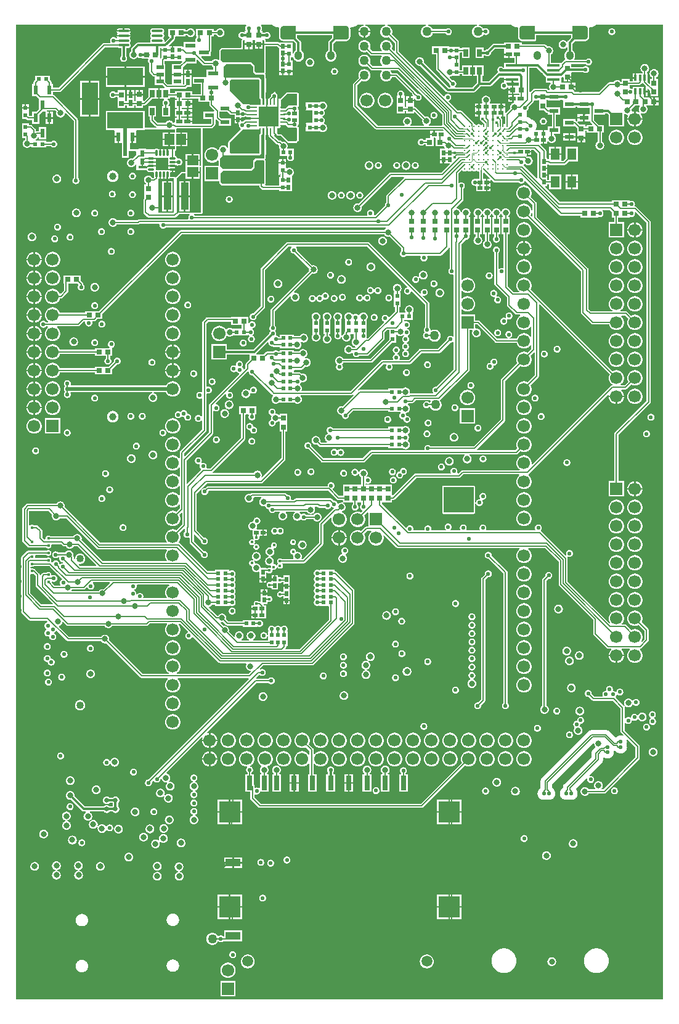
<source format=gbl>
G04 Layer_Physical_Order=8*
G04 Layer_Color=16711680*
%FSLAX43Y43*%
%MOMM*%
G71*
G01*
G75*
%ADD10C,0.175*%
%ADD11R,0.550X0.600*%
%ADD12R,0.600X0.550*%
%ADD13R,0.800X0.650*%
%ADD14R,0.650X0.500*%
%ADD15R,0.500X0.650*%
%ADD19R,0.650X0.800*%
%ADD20R,1.092X1.600*%
%ADD22R,0.700X0.700*%
%ADD24R,0.900X0.600*%
%ADD25R,0.600X0.900*%
%ADD27R,0.762X0.762*%
%ADD30R,1.500X1.350*%
%ADD31R,1.350X1.500*%
%ADD35R,1.100X0.600*%
%ADD61R,1.300X1.600*%
%ADD76C,0.179*%
%ADD77C,0.180*%
%ADD78C,0.150*%
%ADD79C,0.200*%
%ADD80C,0.185*%
%ADD81C,0.165*%
%ADD82C,0.127*%
%ADD83C,0.300*%
%ADD86C,1.500*%
%ADD87C,3.600*%
%ADD88R,1.700X1.700*%
%ADD89C,1.700*%
G04:AMPARAMS|DCode=90|XSize=2.1mm|YSize=1.9mm|CornerRadius=0.494mm|HoleSize=0mm|Usage=FLASHONLY|Rotation=0.000|XOffset=0mm|YOffset=0mm|HoleType=Round|Shape=RoundedRectangle|*
%AMROUNDEDRECTD90*
21,1,2.100,0.912,0,0,0.0*
21,1,1.112,1.900,0,0,0.0*
1,1,0.988,0.556,-0.456*
1,1,0.988,-0.556,-0.456*
1,1,0.988,-0.556,0.456*
1,1,0.988,0.556,0.456*
%
%ADD90ROUNDEDRECTD90*%
G04:AMPARAMS|DCode=91|XSize=1.05mm|YSize=1.25mm|CornerRadius=0.525mm|HoleSize=0mm|Usage=FLASHONLY|Rotation=180.000|XOffset=0mm|YOffset=0mm|HoleType=Round|Shape=RoundedRectangle|*
%AMROUNDEDRECTD91*
21,1,1.050,0.200,0,0,180.0*
21,1,0.000,1.250,0,0,180.0*
1,1,1.050,0.000,0.100*
1,1,1.050,0.000,0.100*
1,1,1.050,0.000,-0.100*
1,1,1.050,0.000,-0.100*
%
%ADD91ROUNDEDRECTD91*%
%ADD92R,1.700X1.700*%
%ADD93R,2.200X4.500*%
%ADD94R,5.000X2.200*%
%ADD95R,5.000X2.400*%
%ADD96C,1.000*%
%ADD97C,1.020*%
%ADD98C,0.550*%
%ADD99C,0.400*%
%ADD100C,0.700*%
%ADD101C,0.660*%
%ADD103C,0.500*%
%ADD124R,0.650X1.050*%
%ADD125O,1.524X0.381*%
%ADD126O,0.850X0.280*%
%ADD127O,0.280X0.850*%
%ADD128C,1.270*%
%ADD129R,0.600X1.300*%
%ADD130R,1.400X0.600*%
%ADD131R,3.700X0.980*%
%ADD132R,0.980X3.700*%
%ADD133C,0.280*%
%ADD134R,1.300X0.600*%
%ADD135R,1.700X0.350*%
%ADD136R,0.350X0.850*%
%ADD137R,3.000X3.000*%
%ADD138R,0.800X2.000*%
%ADD139R,2.000X1.100*%
%ADD140R,0.230X0.700*%
%ADD141R,0.700X0.230*%
%ADD142R,2.700X2.700*%
%ADD143C,0.800*%
%ADD144C,0.125*%
%ADD145R,1.507X0.242*%
%ADD146R,1.490X0.201*%
%ADD147R,0.312X0.829*%
G36*
X-86800Y-76222D02*
Y-77553D01*
X-86797Y-77598D01*
X-86786Y-77643D01*
X-86769Y-77685D01*
X-86745Y-77723D01*
X-86715Y-77758D01*
X-84431Y-80043D01*
X-84479Y-80160D01*
X-85982D01*
X-87521Y-78621D01*
Y-76065D01*
X-87479Y-76023D01*
X-87394Y-75981D01*
X-87377Y-75987D01*
X-87326Y-75997D01*
X-87274Y-76001D01*
X-87221Y-75997D01*
X-87170Y-75987D01*
X-87120Y-75970D01*
X-87074Y-75948D01*
X-86800Y-76222D01*
D02*
G37*
G36*
X-72025Y-19975D02*
X-71625D01*
X-71625Y-19975D01*
X-71514Y-20014D01*
X-71500Y-20055D01*
X-71480Y-20095D01*
X-71455Y-20132D01*
X-71431Y-20175D01*
X-71455Y-20218D01*
X-71480Y-20255D01*
X-71500Y-20295D01*
X-71502Y-20300D01*
X-72617D01*
X-72625Y-20292D01*
Y-19975D01*
X-72225D01*
Y-19325D01*
X-72025D01*
Y-19975D01*
D02*
G37*
G36*
X-82532Y-83032D02*
X-82498Y-83062D01*
X-82459Y-83086D01*
X-82417Y-83103D01*
X-82373Y-83114D01*
X-82327Y-83117D01*
X-77305D01*
X-77288Y-83147D01*
X-77249Y-83202D01*
X-77204Y-83252D01*
X-77154Y-83297D01*
X-77099Y-83336D01*
X-77040Y-83369D01*
X-76978Y-83394D01*
X-76913Y-83413D01*
X-76847Y-83424D01*
X-76780Y-83428D01*
X-76712Y-83424D01*
X-76646Y-83413D01*
X-76581Y-83394D01*
X-76519Y-83369D01*
X-76460Y-83336D01*
X-76405Y-83297D01*
X-76355Y-83252D01*
X-76310Y-83202D01*
X-76271Y-83147D01*
X-76255Y-83117D01*
X-71525D01*
X-71479Y-83114D01*
X-71435Y-83103D01*
X-71393Y-83086D01*
X-71354Y-83062D01*
X-71319Y-83032D01*
X-71050Y-82763D01*
X-68762D01*
X-68709Y-82890D01*
X-68735Y-82918D01*
X-68791Y-82991D01*
X-68840Y-83068D01*
X-68883Y-83150D01*
X-68918Y-83235D01*
X-68945Y-83322D01*
X-68965Y-83411D01*
X-68977Y-83502D01*
X-68981Y-83594D01*
X-68977Y-83686D01*
X-68965Y-83776D01*
X-68945Y-83866D01*
X-68918Y-83953D01*
X-68883Y-84038D01*
X-68840Y-84119D01*
X-68791Y-84197D01*
X-68735Y-84270D01*
X-68673Y-84337D01*
X-68606Y-84399D01*
X-68533Y-84455D01*
X-68455Y-84504D01*
X-68374Y-84547D01*
X-68289Y-84582D01*
X-68202Y-84609D01*
X-68112Y-84629D01*
X-68022Y-84641D01*
X-67930Y-84645D01*
X-67838Y-84641D01*
X-67747Y-84629D01*
X-67658Y-84609D01*
X-67571Y-84582D01*
X-67486Y-84547D01*
X-67404Y-84504D01*
X-67327Y-84455D01*
X-67254Y-84399D01*
X-67187Y-84337D01*
X-67125Y-84270D01*
X-67069Y-84197D01*
X-67020Y-84119D01*
X-66977Y-84038D01*
X-66942Y-83953D01*
X-66915Y-83866D01*
X-66895Y-83776D01*
X-66883Y-83686D01*
X-66879Y-83594D01*
X-66883Y-83502D01*
X-66895Y-83411D01*
X-66915Y-83322D01*
X-66942Y-83235D01*
X-66977Y-83150D01*
X-67020Y-83068D01*
X-67069Y-82991D01*
X-67102Y-82948D01*
X-67078Y-82853D01*
X-67049Y-82813D01*
X-66981Y-82803D01*
X-65878Y-83906D01*
X-65880Y-83969D01*
X-65912Y-84052D01*
X-65931Y-84060D01*
X-65978Y-84086D01*
X-66022Y-84117D01*
X-66061Y-84152D01*
X-66097Y-84192D01*
X-66128Y-84235D01*
X-66154Y-84282D01*
X-66174Y-84331D01*
X-66189Y-84383D01*
X-66198Y-84435D01*
X-66201Y-84489D01*
X-66198Y-84542D01*
X-66189Y-84594D01*
X-66174Y-84646D01*
X-66154Y-84695D01*
X-66128Y-84742D01*
X-66097Y-84785D01*
X-66061Y-84825D01*
X-66022Y-84861D01*
X-65978Y-84891D01*
X-65931Y-84917D01*
X-65882Y-84938D01*
X-65831Y-84952D01*
X-65778Y-84961D01*
X-65725Y-84964D01*
X-65672Y-84961D01*
X-65619Y-84952D01*
X-65568Y-84938D01*
X-65519Y-84917D01*
X-65472Y-84891D01*
X-65428Y-84861D01*
X-65389Y-84825D01*
X-65353Y-84785D01*
X-65322Y-84742D01*
X-65296Y-84695D01*
X-65288Y-84675D01*
X-65206Y-84643D01*
X-65143Y-84641D01*
X-61640Y-88144D01*
X-61605Y-88174D01*
X-61566Y-88197D01*
X-61524Y-88215D01*
X-61480Y-88225D01*
X-61435Y-88229D01*
X-57850D01*
X-57784Y-88355D01*
X-57816Y-88414D01*
X-57842Y-88477D01*
X-57861Y-88541D01*
X-57872Y-88608D01*
X-57876Y-88675D01*
X-57872Y-88742D01*
X-57861Y-88809D01*
X-57842Y-88873D01*
X-57816Y-88936D01*
X-57784Y-88995D01*
X-57745Y-89050D01*
X-57700Y-89100D01*
X-57650Y-89145D01*
X-57595Y-89184D01*
X-57536Y-89216D01*
X-57473Y-89242D01*
X-57409Y-89261D01*
X-57342Y-89272D01*
X-57275Y-89276D01*
X-57232Y-89274D01*
X-57192Y-89327D01*
X-57174Y-89395D01*
X-57474Y-89696D01*
X-67345D01*
X-67367Y-89654D01*
X-67380Y-89569D01*
X-67327Y-89535D01*
X-67254Y-89479D01*
X-67187Y-89417D01*
X-67125Y-89350D01*
X-67069Y-89277D01*
X-67020Y-89199D01*
X-66977Y-89118D01*
X-66942Y-89033D01*
X-66915Y-88946D01*
X-66895Y-88856D01*
X-66883Y-88766D01*
X-66879Y-88674D01*
X-66883Y-88582D01*
X-66895Y-88491D01*
X-66915Y-88402D01*
X-66942Y-88315D01*
X-66977Y-88230D01*
X-67020Y-88148D01*
X-67069Y-88071D01*
X-67125Y-87998D01*
X-67187Y-87931D01*
X-67254Y-87869D01*
X-67327Y-87813D01*
X-67404Y-87764D01*
X-67486Y-87721D01*
X-67571Y-87686D01*
X-67658Y-87659D01*
X-67747Y-87639D01*
X-67838Y-87627D01*
X-67930Y-87623D01*
X-68022Y-87627D01*
X-68112Y-87639D01*
X-68202Y-87659D01*
X-68289Y-87686D01*
X-68374Y-87721D01*
X-68455Y-87764D01*
X-68533Y-87813D01*
X-68606Y-87869D01*
X-68673Y-87931D01*
X-68735Y-87998D01*
X-68791Y-88071D01*
X-68840Y-88148D01*
X-68883Y-88230D01*
X-68918Y-88315D01*
X-68945Y-88402D01*
X-68965Y-88491D01*
X-68977Y-88582D01*
X-68981Y-88674D01*
X-68977Y-88766D01*
X-68965Y-88856D01*
X-68945Y-88946D01*
X-68918Y-89033D01*
X-68883Y-89118D01*
X-68840Y-89199D01*
X-68791Y-89277D01*
X-68735Y-89350D01*
X-68673Y-89417D01*
X-68606Y-89479D01*
X-68533Y-89535D01*
X-68480Y-89569D01*
X-68493Y-89654D01*
X-68515Y-89696D01*
X-72069D01*
X-74620Y-87145D01*
X-76675Y-85090D01*
X-76666Y-85058D01*
X-76655Y-84991D01*
X-76651Y-84924D01*
X-76655Y-84857D01*
X-76666Y-84790D01*
X-76685Y-84725D01*
X-76710Y-84663D01*
X-76743Y-84604D01*
X-76782Y-84549D01*
X-76827Y-84499D01*
X-76877Y-84454D01*
X-76932Y-84415D01*
X-76991Y-84382D01*
X-77053Y-84357D01*
X-77118Y-84338D01*
X-77184Y-84327D01*
X-77252Y-84323D01*
X-77319Y-84327D01*
X-77385Y-84338D01*
X-77450Y-84357D01*
X-77513Y-84382D01*
X-77572Y-84415D01*
X-77626Y-84454D01*
X-77677Y-84499D01*
X-77722Y-84549D01*
X-77761Y-84604D01*
X-77777Y-84634D01*
X-82188D01*
X-83559Y-83262D01*
X-83562Y-83241D01*
X-83521Y-83121D01*
X-83510Y-83117D01*
X-83447Y-83092D01*
X-83388Y-83059D01*
X-83334Y-83020D01*
X-83283Y-82975D01*
X-83238Y-82925D01*
X-83199Y-82870D01*
X-83167Y-82811D01*
X-83141Y-82749D01*
X-83122Y-82684D01*
X-83113Y-82631D01*
X-83078Y-82608D01*
X-82982Y-82583D01*
X-82532Y-83032D01*
D02*
G37*
G36*
X-83165Y-76628D02*
X-83161Y-76643D01*
X-83177Y-76741D01*
X-83195Y-76779D01*
X-83228Y-76797D01*
X-83272Y-76828D01*
X-83311Y-76864D01*
X-83347Y-76903D01*
X-83378Y-76947D01*
X-83404Y-76994D01*
X-83424Y-77043D01*
X-83439Y-77094D01*
X-83448Y-77147D01*
X-83451Y-77200D01*
X-83448Y-77253D01*
X-83439Y-77306D01*
X-83424Y-77357D01*
X-83404Y-77406D01*
X-83387Y-77436D01*
X-83406Y-77493D01*
X-83456Y-77563D01*
X-84153D01*
X-84537Y-77179D01*
X-84543Y-77140D01*
X-84533Y-77123D01*
X-84442Y-77045D01*
X-84432Y-77049D01*
X-84381Y-77064D01*
X-84328Y-77073D01*
X-84275Y-77076D01*
X-84222Y-77073D01*
X-84169Y-77064D01*
X-84118Y-77049D01*
X-84069Y-77029D01*
X-84022Y-77003D01*
X-83978Y-76972D01*
X-83939Y-76936D01*
X-83903Y-76897D01*
X-83872Y-76853D01*
X-83846Y-76806D01*
X-83826Y-76757D01*
X-83811Y-76706D01*
X-83802Y-76653D01*
X-83799Y-76600D01*
X-83802Y-76547D01*
X-83811Y-76494D01*
X-83826Y-76443D01*
X-83846Y-76394D01*
X-83872Y-76347D01*
X-83903Y-76303D01*
X-83939Y-76264D01*
X-83978Y-76228D01*
X-84022Y-76197D01*
X-84069Y-76171D01*
X-84118Y-76151D01*
X-84169Y-76136D01*
X-84222Y-76127D01*
X-84275Y-76124D01*
X-84328Y-76127D01*
X-84381Y-76136D01*
X-84432Y-76151D01*
X-84481Y-76171D01*
X-84506Y-76185D01*
X-84554Y-76172D01*
X-84560Y-76169D01*
X-84626Y-76111D01*
X-84626Y-76100D01*
X-84629Y-76048D01*
X-84639Y-75996D01*
X-84656Y-75947D01*
X-84679Y-75900D01*
X-84708Y-75856D01*
X-84743Y-75817D01*
X-84782Y-75782D01*
X-84826Y-75753D01*
X-84873Y-75730D01*
X-84923Y-75713D01*
X-84974Y-75703D01*
X-85026Y-75699D01*
X-85079Y-75703D01*
X-85130Y-75713D01*
X-85180Y-75730D01*
X-85227Y-75753D01*
X-85270Y-75782D01*
X-85302Y-75810D01*
X-85649D01*
X-85694Y-75813D01*
X-85739Y-75824D01*
X-85781Y-75841D01*
X-85820Y-75865D01*
X-85854Y-75895D01*
X-86065Y-76105D01*
X-86093Y-76138D01*
X-86100Y-76138D01*
X-86220Y-76102D01*
X-86223Y-76056D01*
X-86234Y-76012D01*
X-86251Y-75970D01*
X-86275Y-75931D01*
X-86305Y-75896D01*
X-86806Y-75395D01*
X-86841Y-75365D01*
X-86880Y-75341D01*
X-86922Y-75324D01*
X-86966Y-75313D01*
X-86997Y-75311D01*
X-87030Y-75282D01*
X-87073Y-75253D01*
X-87120Y-75230D01*
X-87170Y-75213D01*
X-87221Y-75203D01*
X-87274Y-75199D01*
X-87326Y-75203D01*
X-87377Y-75213D01*
X-87394Y-75219D01*
X-87479Y-75177D01*
X-87521Y-75135D01*
Y-75065D01*
X-87479Y-75023D01*
X-87394Y-74981D01*
X-87377Y-74987D01*
X-87326Y-74997D01*
X-87274Y-75001D01*
X-87221Y-74997D01*
X-87170Y-74987D01*
X-87120Y-74970D01*
X-87073Y-74947D01*
X-87030Y-74918D01*
X-86998Y-74890D01*
X-84903D01*
X-83165Y-76628D01*
D02*
G37*
G36*
X-16748Y-7698D02*
X-16714Y-7728D01*
X-16675Y-7754D01*
X-16675Y-7754D01*
Y-8475D01*
X-16036D01*
X-15995Y-8602D01*
X-16000Y-8605D01*
X-16050Y-8650D01*
X-16095Y-8700D01*
X-16134Y-8755D01*
X-16166Y-8814D01*
X-16192Y-8877D01*
X-16211Y-8941D01*
X-16222Y-9008D01*
X-16226Y-9075D01*
X-16222Y-9142D01*
X-16211Y-9209D01*
X-16192Y-9273D01*
X-16166Y-9336D01*
X-16134Y-9395D01*
X-16123Y-9410D01*
X-16170Y-9520D01*
X-16187Y-9537D01*
X-16331D01*
X-16459Y-9409D01*
X-16493Y-9379D01*
X-16532Y-9356D01*
X-16573Y-9338D01*
X-16617Y-9328D01*
X-16663Y-9324D01*
X-18188D01*
X-18233Y-9328D01*
X-18277Y-9338D01*
X-18318Y-9356D01*
X-18357Y-9379D01*
X-18391Y-9409D01*
X-18797Y-9814D01*
X-18823Y-9812D01*
X-18924Y-9766D01*
Y-6501D01*
X-17945D01*
X-16748Y-7698D01*
D02*
G37*
G36*
X-63784Y-6081D02*
X-63750Y-6110D01*
X-63711Y-6134D01*
X-63669Y-6152D01*
X-63624Y-6162D01*
X-63579Y-6166D01*
X-62575D01*
X-62559Y-6195D01*
X-62520Y-6250D01*
X-62475Y-6300D01*
X-62425Y-6345D01*
X-62370Y-6384D01*
X-62341Y-6400D01*
Y-6768D01*
X-63298D01*
Y-7653D01*
X-63398Y-7718D01*
X-63425Y-7718D01*
X-65198D01*
Y-8718D01*
X-64088D01*
Y-10100D01*
X-64400D01*
Y-10106D01*
X-65256D01*
Y-9691D01*
X-66329D01*
X-66456Y-9691D01*
X-66583Y-9691D01*
X-67656D01*
Y-9928D01*
X-68340D01*
Y-9331D01*
X-66241D01*
X-66194Y-9328D01*
X-66148Y-9317D01*
X-66105Y-9298D01*
X-66064Y-9274D01*
X-66028Y-9243D01*
X-65895Y-9109D01*
X-65357D01*
Y-8009D01*
Y-7459D01*
X-66357D01*
Y-8009D01*
Y-8720D01*
X-66366Y-8729D01*
X-66549D01*
Y-7887D01*
Y-7487D01*
X-67299D01*
X-68049D01*
Y-7887D01*
Y-8729D01*
X-68616D01*
X-68949Y-8396D01*
Y-7887D01*
Y-6937D01*
Y-5937D01*
X-69051D01*
Y-5520D01*
X-68529D01*
Y-5520D01*
X-68436Y-5521D01*
X-68402Y-5521D01*
X-67536D01*
Y-5521D01*
X-67525Y-5521D01*
Y-5521D01*
X-66682D01*
X-66630Y-5648D01*
X-66918Y-5937D01*
X-68049D01*
Y-6937D01*
Y-7287D01*
X-67299D01*
X-66549D01*
Y-6937D01*
Y-6384D01*
X-66022Y-5856D01*
X-64623D01*
Y-5408D01*
X-64506Y-5359D01*
X-63784Y-6081D01*
D02*
G37*
G36*
X-58032Y-2705D02*
Y-3130D01*
X-56982D01*
Y-2705D01*
X-56657Y-2705D01*
Y-3130D01*
X-56132D01*
X-55607D01*
Y-2705D01*
X-55407D01*
X-55357Y-2755D01*
Y-4555D01*
X-55357Y-4555D01*
Y-7055D01*
X-55457Y-7155D01*
X-56457D01*
X-56667Y-6945D01*
X-56667Y-6195D01*
X-57132Y-5730D01*
X-60982D01*
X-61332Y-5380D01*
Y-4130D01*
X-61132Y-3930D01*
X-58307D01*
X-58307Y-2805D01*
X-58207Y-2705D01*
X-58032D01*
D02*
G37*
G36*
X-17813Y-18252D02*
Y-21550D01*
X-17810Y-21595D01*
X-17808Y-21601D01*
X-17923Y-21666D01*
X-19672Y-19918D01*
X-19702Y-19822D01*
X-19678Y-19747D01*
X-19647Y-19703D01*
X-19645Y-19700D01*
X-19641Y-19696D01*
X-19518Y-19672D01*
X-19500Y-19675D01*
X-19450Y-19720D01*
X-19395Y-19759D01*
X-19336Y-19791D01*
X-19273Y-19817D01*
X-19209Y-19836D01*
X-19142Y-19847D01*
X-19075Y-19851D01*
X-19008Y-19847D01*
X-18941Y-19836D01*
X-18877Y-19817D01*
X-18814Y-19791D01*
X-18755Y-19759D01*
X-18700Y-19720D01*
X-18650Y-19675D01*
X-18605Y-19625D01*
X-18566Y-19570D01*
X-18534Y-19511D01*
X-18508Y-19448D01*
X-18489Y-19384D01*
X-18478Y-19317D01*
X-18474Y-19250D01*
X-18478Y-19183D01*
X-18489Y-19116D01*
X-18508Y-19052D01*
X-18534Y-18989D01*
X-18566Y-18930D01*
X-18605Y-18875D01*
X-18650Y-18825D01*
X-18700Y-18780D01*
X-18755Y-18741D01*
X-18814Y-18709D01*
X-18877Y-18683D01*
X-18941Y-18664D01*
X-19008Y-18653D01*
X-19075Y-18649D01*
X-19142Y-18653D01*
X-19209Y-18664D01*
X-19243Y-18674D01*
X-19340Y-18577D01*
X-19339Y-18554D01*
X-19300Y-18467D01*
Y-18000D01*
X-19200D01*
Y-17900D01*
X-18675D01*
Y-17738D01*
X-18327D01*
X-17813Y-18252D01*
D02*
G37*
G36*
X-64050Y-14925D02*
X-64050Y-19825D01*
Y-19924D01*
X-64250D01*
Y-19825D01*
Y-19275D01*
X-66150D01*
Y-20050D01*
Y-20750D01*
Y-20774D01*
X-66700D01*
X-66739Y-20778D01*
X-66777Y-20789D01*
X-66812Y-20808D01*
X-66842Y-20833D01*
X-67496Y-21487D01*
X-67509Y-21494D01*
X-67611Y-21512D01*
X-67661Y-21492D01*
X-67663Y-21491D01*
X-67698Y-21472D01*
X-67736Y-21461D01*
X-67775Y-21457D01*
X-68314D01*
X-68334Y-21435D01*
Y-20881D01*
X-68320Y-20851D01*
X-68249Y-20780D01*
X-68219Y-20766D01*
X-68050D01*
Y-20425D01*
X-67950D01*
Y-20325D01*
X-67340D01*
X-67350Y-20295D01*
X-67370Y-20255D01*
X-67383Y-20235D01*
X-67395Y-20218D01*
X-67395Y-20218D01*
X-67420Y-20180D01*
Y-20170D01*
X-67395Y-20132D01*
X-67395Y-20132D01*
X-67382Y-20114D01*
X-67370Y-20095D01*
X-67350Y-20055D01*
X-67336Y-20013D01*
X-67335Y-20007D01*
X-67330Y-19982D01*
X-67329Y-19980D01*
X-67305Y-19921D01*
X-67233Y-19901D01*
X-67224Y-19894D01*
X-67209Y-19890D01*
X-67199Y-19890D01*
X-67196Y-19890D01*
X-67196Y-19890D01*
X-67186Y-19892D01*
X-67153Y-19898D01*
X-67100Y-19901D01*
X-67047Y-19898D01*
X-67014Y-19892D01*
X-66988Y-19887D01*
X-66943Y-19874D01*
X-66894Y-19854D01*
X-66853Y-19831D01*
X-66831Y-19816D01*
X-66803Y-19797D01*
X-66764Y-19761D01*
X-66728Y-19722D01*
X-66709Y-19694D01*
X-66694Y-19672D01*
X-66671Y-19631D01*
X-66651Y-19582D01*
X-66638Y-19537D01*
X-66633Y-19511D01*
X-66627Y-19478D01*
X-66624Y-19425D01*
X-66627Y-19372D01*
X-66633Y-19339D01*
X-66638Y-19313D01*
X-66651Y-19268D01*
X-66671Y-19219D01*
X-66694Y-19178D01*
X-66709Y-19156D01*
X-66728Y-19128D01*
X-66764Y-19089D01*
X-66803Y-19053D01*
X-66831Y-19034D01*
X-66853Y-19019D01*
X-66894Y-18996D01*
X-66943Y-18976D01*
X-66988Y-18963D01*
X-67014Y-18958D01*
X-67047Y-18952D01*
X-67100Y-18949D01*
X-67153Y-18952D01*
X-67186Y-18958D01*
X-67196Y-18960D01*
X-67196Y-18960D01*
X-67199Y-18960D01*
X-67209Y-18960D01*
X-67224Y-18956D01*
X-67233Y-18949D01*
X-67305Y-18929D01*
X-67329Y-18870D01*
X-67330Y-18868D01*
X-67335Y-18843D01*
X-67336Y-18837D01*
X-67350Y-18795D01*
X-67370Y-18755D01*
X-67382Y-18736D01*
X-67395Y-18718D01*
X-67424Y-18684D01*
X-67458Y-18655D01*
X-67495Y-18630D01*
X-67535Y-18610D01*
X-67577Y-18596D01*
X-67621Y-18587D01*
X-67649Y-18585D01*
Y-17876D01*
X-67611Y-17872D01*
X-67573Y-17861D01*
X-67538Y-17842D01*
X-67508Y-17817D01*
X-67483Y-17787D01*
X-67464Y-17752D01*
X-67453Y-17714D01*
X-67449Y-17675D01*
Y-17250D01*
X-66875D01*
Y-16300D01*
Y-15350D01*
X-67449D01*
Y-14925D01*
X-67451Y-14904D01*
X-67437Y-14865D01*
X-67383Y-14794D01*
X-67358Y-14777D01*
X-64050D01*
Y-14925D01*
D02*
G37*
G36*
X-22275Y-13150D02*
X-22251Y-13267D01*
Y-14162D01*
X-22277Y-14187D01*
X-22300D01*
X-22367Y-14190D01*
X-22434Y-14200D01*
X-22500Y-14216D01*
X-22524Y-14225D01*
X-22537Y-14221D01*
X-22581Y-14212D01*
X-22625Y-14209D01*
X-22674Y-14085D01*
Y-13600D01*
X-22678Y-13557D01*
X-22688Y-13515D01*
X-22704Y-13475D01*
X-22727Y-13438D01*
X-22755Y-13405D01*
X-22847Y-13313D01*
X-22805Y-13202D01*
X-22753Y-13150D01*
X-22275D01*
D02*
G37*
G36*
X-55357Y-19305D02*
Y-22355D01*
X-55432Y-22430D01*
X-61132D01*
X-61332Y-22230D01*
Y-20980D01*
X-60982Y-20630D01*
X-57132D01*
X-56667Y-20165D01*
X-56667Y-19415D01*
X-56457Y-19205D01*
X-55457D01*
X-55357Y-19305D01*
D02*
G37*
G36*
X-17674Y-10913D02*
X-17625Y-10950D01*
Y-11100D01*
X-17625D01*
Y-11100D01*
X-17625D01*
Y-12300D01*
X-16933D01*
X-16629Y-12604D01*
X-16595Y-12633D01*
X-16556Y-12657D01*
X-16514Y-12674D01*
X-16470Y-12685D01*
X-16425Y-12688D01*
X-16400D01*
Y-12900D01*
X-15838D01*
Y-14500D01*
X-16400D01*
Y-14954D01*
X-16475Y-15050D01*
X-16875D01*
Y-15525D01*
X-17075D01*
Y-15050D01*
X-17348D01*
X-17475Y-15050D01*
Y-15050D01*
X-17475D01*
Y-15050D01*
X-18039D01*
X-18102Y-14923D01*
X-18096Y-14916D01*
X-18055Y-14852D01*
X-18020Y-14784D01*
X-17991Y-14713D01*
X-17968Y-14640D01*
X-17951Y-14566D01*
X-17941Y-14490D01*
X-17938Y-14414D01*
X-17941Y-14337D01*
X-17951Y-14262D01*
X-17968Y-14187D01*
X-17991Y-14114D01*
X-18020Y-14044D01*
X-18055Y-13976D01*
X-18096Y-13911D01*
X-18143Y-13851D01*
X-18194Y-13794D01*
X-18251Y-13743D01*
X-18311Y-13696D01*
X-18376Y-13655D01*
X-18444Y-13620D01*
X-18514Y-13591D01*
X-18587Y-13568D01*
X-18662Y-13551D01*
X-18705Y-13546D01*
X-18839Y-13412D01*
X-18889Y-13366D01*
X-18944Y-13326D01*
X-19002Y-13291D01*
X-19063Y-13262D01*
X-19127Y-13239D01*
X-19193Y-13222D01*
X-19260Y-13212D01*
X-19300Y-13211D01*
Y-12381D01*
X-19295Y-12379D01*
X-19248Y-12353D01*
X-19204Y-12323D01*
X-19165Y-12287D01*
X-19129Y-12247D01*
X-19098Y-12204D01*
X-19072Y-12157D01*
X-19052Y-12108D01*
X-19037Y-12056D01*
X-19028Y-12004D01*
X-19025Y-11951D01*
X-19028Y-11897D01*
X-19030Y-11887D01*
X-18396Y-11254D01*
X-18367Y-11219D01*
X-18343Y-11181D01*
X-18326Y-11139D01*
X-18315Y-11095D01*
X-18312Y-11050D01*
Y-11029D01*
X-18291Y-11004D01*
X-18185Y-10948D01*
X-18182Y-10949D01*
X-18131Y-10964D01*
X-18078Y-10973D01*
X-18025Y-10976D01*
X-17972Y-10973D01*
X-17919Y-10964D01*
X-17868Y-10949D01*
X-17819Y-10929D01*
X-17772Y-10903D01*
X-17752Y-10889D01*
X-17674Y-10913D01*
D02*
G37*
G36*
X-56007Y-8155D02*
X-56007Y-10680D01*
X-55882Y-10805D01*
Y-11555D01*
X-57257Y-11555D01*
X-57357Y-11455D01*
X-58307D01*
X-60107Y-9655D01*
X-60107Y-8255D01*
X-59932Y-8080D01*
X-56082D01*
X-56007Y-8155D01*
D02*
G37*
G36*
X-50857Y-11605D02*
X-52007Y-11605D01*
X-52432Y-12030D01*
X-53107Y-12030D01*
X-53107Y-10980D01*
X-52182Y-10055D01*
X-50857Y-10055D01*
X-50857Y-11605D01*
D02*
G37*
G36*
X-56882Y-6330D02*
X-56882Y-7105D01*
X-56582Y-7405D01*
X-55457Y-7405D01*
X-55382Y-7480D01*
X-55382Y-11580D01*
X-55582D01*
X-55582Y-10780D01*
X-55782Y-10580D01*
Y-8055D01*
X-56007Y-7830D01*
X-60732D01*
X-60932Y-7630D01*
X-60932Y-6305D01*
X-60607Y-5980D01*
X-57232Y-5980D01*
X-56882Y-6330D01*
D02*
G37*
G36*
X-55382Y-18880D02*
X-55457Y-18955D01*
X-56582Y-18955D01*
X-56882Y-19255D01*
X-56882Y-20030D01*
X-57232Y-20380D01*
X-61007Y-20380D01*
X-61457Y-19930D01*
X-61457Y-18930D01*
X-61057Y-18530D01*
X-56007Y-18530D01*
X-55807Y-18330D01*
Y-15755D01*
X-55582Y-15530D01*
Y-14780D01*
X-55382D01*
X-55382Y-18880D01*
D02*
G37*
G36*
X-84516Y-67873D02*
X-84525Y-67906D01*
X-84536Y-67972D01*
X-84540Y-68039D01*
X-84536Y-68107D01*
X-84525Y-68173D01*
X-84506Y-68238D01*
X-84481Y-68300D01*
X-84448Y-68359D01*
X-84409Y-68414D01*
X-84364Y-68464D01*
X-84314Y-68509D01*
X-84259Y-68548D01*
X-84200Y-68581D01*
X-84138Y-68607D01*
X-84073Y-68625D01*
X-84006Y-68637D01*
X-83939Y-68640D01*
X-83872Y-68637D01*
X-83805Y-68625D01*
X-83741Y-68607D01*
X-83678Y-68581D01*
X-83619Y-68548D01*
X-83564Y-68509D01*
X-83514Y-68464D01*
X-83469Y-68414D01*
X-83430Y-68359D01*
X-83414Y-68330D01*
X-82572D01*
X-78352Y-72550D01*
X-78317Y-72579D01*
X-78278Y-72603D01*
X-78236Y-72621D01*
X-78192Y-72631D01*
X-78147Y-72635D01*
X-68794D01*
X-68740Y-72749D01*
X-68738Y-72762D01*
X-68791Y-72831D01*
X-68840Y-72908D01*
X-68883Y-72990D01*
X-68918Y-73075D01*
X-68945Y-73162D01*
X-68965Y-73251D01*
X-68977Y-73342D01*
X-68981Y-73434D01*
X-68977Y-73526D01*
X-68965Y-73616D01*
X-68945Y-73706D01*
X-68918Y-73793D01*
X-68883Y-73878D01*
X-68840Y-73959D01*
X-68791Y-74037D01*
X-68735Y-74110D01*
X-68730Y-74115D01*
X-68786Y-74242D01*
X-77497D01*
X-80473Y-71266D01*
X-80464Y-71234D01*
X-80453Y-71167D01*
X-80449Y-71100D01*
X-80453Y-71033D01*
X-80464Y-70966D01*
X-80483Y-70902D01*
X-80509Y-70839D01*
X-80541Y-70780D01*
X-80580Y-70725D01*
X-80625Y-70675D01*
X-80675Y-70630D01*
X-80730Y-70591D01*
X-80789Y-70559D01*
X-80852Y-70533D01*
X-80916Y-70514D01*
X-80983Y-70503D01*
X-81050Y-70499D01*
X-81117Y-70503D01*
X-81184Y-70514D01*
X-81248Y-70533D01*
X-81311Y-70559D01*
X-81370Y-70591D01*
X-81425Y-70630D01*
X-81475Y-70675D01*
X-81520Y-70725D01*
X-81559Y-70780D01*
X-81575Y-70810D01*
X-84751D01*
X-84782Y-70782D01*
X-84826Y-70753D01*
X-84873Y-70730D01*
X-84923Y-70713D01*
X-84974Y-70703D01*
X-85026Y-70699D01*
X-85079Y-70703D01*
X-85130Y-70713D01*
X-85180Y-70730D01*
X-85227Y-70753D01*
X-85270Y-70782D01*
X-85310Y-70817D01*
X-85344Y-70856D01*
X-85374Y-70900D01*
X-85397Y-70947D01*
X-85414Y-70996D01*
X-85424Y-71048D01*
X-85427Y-71100D01*
X-85425Y-71139D01*
X-85466Y-71198D01*
X-85514Y-71250D01*
X-85605Y-71252D01*
X-85859Y-70999D01*
Y-70101D01*
X-85862Y-70056D01*
X-85873Y-70011D01*
X-85890Y-69969D01*
X-85914Y-69930D01*
X-85944Y-69896D01*
X-86445Y-69395D01*
X-86479Y-69365D01*
X-86518Y-69341D01*
X-86560Y-69324D01*
X-86605Y-69313D01*
X-86650Y-69310D01*
X-86998D01*
X-87030Y-69282D01*
X-87073Y-69253D01*
X-87120Y-69230D01*
X-87170Y-69213D01*
X-87221Y-69203D01*
X-87274Y-69199D01*
X-87326Y-69203D01*
X-87377Y-69213D01*
X-87427Y-69230D01*
X-87474Y-69253D01*
X-87518Y-69282D01*
X-87548Y-69308D01*
X-87584Y-69303D01*
X-87675Y-69258D01*
Y-67358D01*
X-87643Y-67327D01*
X-85062D01*
X-84516Y-67873D01*
D02*
G37*
G36*
X-64050Y-20298D02*
Y-26350D01*
X-67375D01*
Y-21650D01*
X-66700Y-20975D01*
X-66150D01*
Y-21700D01*
X-65300D01*
Y-20825D01*
X-65200D01*
Y-20725D01*
X-64250D01*
Y-20125D01*
X-64050D01*
Y-20298D01*
D02*
G37*
G36*
X-68575Y-21762D02*
X-68542Y-21755D01*
X-68430Y-21680D01*
X-68415Y-21658D01*
X-67775D01*
Y-26350D01*
X-69925D01*
X-69925Y-21830D01*
X-69808Y-21755D01*
X-69775Y-21762D01*
Y-21150D01*
X-69575D01*
Y-21762D01*
X-69542Y-21755D01*
X-69430Y-21680D01*
X-69420D01*
X-69308Y-21755D01*
X-69275Y-21762D01*
Y-21150D01*
X-69075D01*
Y-21762D01*
X-69042Y-21755D01*
X-68930Y-21680D01*
X-68920D01*
X-68808Y-21755D01*
X-68775Y-21762D01*
Y-21150D01*
X-68575D01*
Y-21762D01*
D02*
G37*
G36*
X-64400Y-11150D02*
X-63327D01*
X-63200Y-11150D01*
X-63073Y-11150D01*
X-62891D01*
Y-11579D01*
X-62887Y-11624D01*
X-62877Y-11669D01*
X-62859Y-11711D01*
X-62835Y-11750D01*
X-62806Y-11784D01*
X-62227Y-12363D01*
X-62275Y-12481D01*
X-63748D01*
Y-13481D01*
X-62664D01*
Y-14114D01*
X-62750Y-14200D01*
X-65256D01*
Y-13934D01*
X-65906D01*
Y-13834D01*
X-66006D01*
Y-13334D01*
X-66768D01*
Y-13137D01*
X-66006D01*
Y-12637D01*
Y-12137D01*
X-66682D01*
X-66732Y-12010D01*
X-66678Y-11955D01*
X-66456Y-11955D01*
X-66329Y-11955D01*
X-65956D01*
Y-11430D01*
Y-10905D01*
X-66329D01*
X-66456Y-10905D01*
X-66663Y-10905D01*
X-66716Y-10778D01*
X-66678Y-10741D01*
X-66456Y-10741D01*
X-66329Y-10741D01*
X-65256D01*
Y-10682D01*
X-64400D01*
Y-11150D01*
D02*
G37*
G36*
X-68414Y-77582D02*
X-68455Y-77604D01*
X-68533Y-77653D01*
X-68606Y-77709D01*
X-68673Y-77771D01*
X-68735Y-77838D01*
X-68791Y-77911D01*
X-68840Y-77988D01*
X-68883Y-78070D01*
X-68918Y-78155D01*
X-68945Y-78242D01*
X-68965Y-78331D01*
X-68977Y-78422D01*
X-68981Y-78514D01*
X-68977Y-78606D01*
X-68965Y-78696D01*
X-68945Y-78786D01*
X-68918Y-78873D01*
X-68883Y-78958D01*
X-68840Y-79039D01*
X-68791Y-79117D01*
X-68735Y-79190D01*
X-68719Y-79208D01*
X-68774Y-79335D01*
X-71909D01*
X-71961Y-79277D01*
X-71994Y-79208D01*
X-71986Y-79180D01*
X-71977Y-79128D01*
X-71974Y-79075D01*
X-71977Y-79021D01*
X-71986Y-78969D01*
X-72001Y-78917D01*
X-72021Y-78868D01*
X-72047Y-78821D01*
X-72078Y-78778D01*
X-72114Y-78738D01*
X-72153Y-78703D01*
X-72197Y-78672D01*
X-72244Y-78646D01*
X-72293Y-78626D01*
X-72344Y-78611D01*
X-72397Y-78602D01*
X-72450Y-78599D01*
X-72503Y-78602D01*
X-72556Y-78611D01*
X-72607Y-78626D01*
X-72656Y-78646D01*
X-72703Y-78672D01*
X-72747Y-78703D01*
X-72786Y-78738D01*
X-72822Y-78778D01*
X-72829Y-78788D01*
X-72952Y-78753D01*
X-72949Y-78700D01*
X-72952Y-78647D01*
X-72961Y-78594D01*
X-72976Y-78543D01*
X-72996Y-78494D01*
X-73022Y-78447D01*
X-73053Y-78403D01*
X-73089Y-78364D01*
X-73128Y-78328D01*
X-73172Y-78297D01*
X-73207Y-78278D01*
X-73218Y-78214D01*
X-73200Y-78142D01*
X-73169Y-78129D01*
X-73122Y-78103D01*
X-73078Y-78072D01*
X-73039Y-78036D01*
X-73003Y-77997D01*
X-72972Y-77953D01*
X-72946Y-77906D01*
X-72926Y-77857D01*
X-72911Y-77806D01*
X-72902Y-77753D01*
X-72899Y-77700D01*
X-72902Y-77647D01*
X-72911Y-77594D01*
X-72915Y-77582D01*
X-72864Y-77490D01*
X-72825Y-77455D01*
X-68445D01*
X-68414Y-77582D01*
D02*
G37*
G36*
X-11352Y-729D02*
X-11299Y-736D01*
X-11246Y-751D01*
X-11203Y-767D01*
X-11161Y-787D01*
X-11117Y-815D01*
X-11079Y-844D01*
X-11040Y-878D01*
X-11011Y-914D01*
X-10983Y-951D01*
X-10959Y-992D01*
X-10939Y-1034D01*
X-10923Y-1076D01*
X-10911Y-1127D01*
X-10904Y-1172D01*
X-10900Y-1225D01*
Y-2125D01*
X-10904Y-2180D01*
X-10912Y-2225D01*
X-10924Y-2275D01*
X-10940Y-2315D01*
X-10953Y-2348D01*
X-10978Y-2391D01*
X-11004Y-2428D01*
X-11035Y-2466D01*
X-11080Y-2507D01*
X-11120Y-2537D01*
X-11166Y-2566D01*
X-11219Y-2590D01*
X-11306Y-2616D01*
X-11400Y-2625D01*
X-13000D01*
Y-725D01*
X-11400D01*
X-11352Y-729D01*
D02*
G37*
G36*
X-18200Y-2625D02*
X-19800D01*
X-19848Y-2621D01*
X-19901Y-2614D01*
X-19954Y-2599D01*
X-19997Y-2583D01*
X-20039Y-2563D01*
X-20083Y-2535D01*
X-20121Y-2506D01*
X-20160Y-2472D01*
X-20189Y-2436D01*
X-20217Y-2399D01*
X-20241Y-2358D01*
X-20261Y-2316D01*
X-20277Y-2274D01*
X-20289Y-2223D01*
X-20296Y-2178D01*
X-20300Y-2125D01*
Y-1225D01*
X-20296Y-1170D01*
X-20288Y-1125D01*
X-20276Y-1075D01*
X-20260Y-1035D01*
X-20247Y-1002D01*
X-20222Y-959D01*
X-20196Y-922D01*
X-20165Y-884D01*
X-20120Y-843D01*
X-20080Y-813D01*
X-20034Y-784D01*
X-19981Y-760D01*
X-19894Y-734D01*
X-19800Y-725D01*
X-18200D01*
Y-2625D01*
D02*
G37*
G36*
X-51034D02*
X-52634D01*
X-52682Y-2621D01*
X-52735Y-2614D01*
X-52788Y-2599D01*
X-52831Y-2583D01*
X-52873Y-2563D01*
X-52917Y-2535D01*
X-52955Y-2506D01*
X-52994Y-2472D01*
X-53023Y-2436D01*
X-53051Y-2399D01*
X-53075Y-2358D01*
X-53095Y-2316D01*
X-53111Y-2274D01*
X-53123Y-2223D01*
X-53130Y-2178D01*
X-53134Y-2125D01*
Y-1225D01*
X-53130Y-1170D01*
X-53122Y-1125D01*
X-53110Y-1075D01*
X-53094Y-1035D01*
X-53081Y-1002D01*
X-53056Y-959D01*
X-53030Y-922D01*
X-52999Y-884D01*
X-52954Y-843D01*
X-52914Y-813D01*
X-52868Y-784D01*
X-52815Y-760D01*
X-52728Y-734D01*
X-52634Y-725D01*
X-51034D01*
Y-2625D01*
D02*
G37*
G36*
X-44186Y-729D02*
X-44133Y-736D01*
X-44080Y-751D01*
X-44037Y-767D01*
X-43995Y-787D01*
X-43951Y-815D01*
X-43913Y-844D01*
X-43874Y-878D01*
X-43845Y-914D01*
X-43817Y-951D01*
X-43793Y-992D01*
X-43773Y-1034D01*
X-43757Y-1076D01*
X-43745Y-1127D01*
X-43738Y-1172D01*
X-43734Y-1225D01*
Y-2125D01*
X-43738Y-2180D01*
X-43746Y-2225D01*
X-43758Y-2275D01*
X-43774Y-2315D01*
X-43787Y-2348D01*
X-43812Y-2391D01*
X-43838Y-2428D01*
X-43869Y-2466D01*
X-43914Y-2507D01*
X-43954Y-2537D01*
X-44000Y-2566D01*
X-44053Y-2590D01*
X-44140Y-2616D01*
X-44234Y-2625D01*
X-45834D01*
Y-725D01*
X-44234D01*
X-44186Y-729D01*
D02*
G37*
G36*
X-52057Y-14730D02*
X-50907Y-14730D01*
X-50857Y-14780D01*
X-50857Y-16430D01*
X-51007Y-16580D01*
X-52032Y-16580D01*
X-52982Y-15630D01*
X-53432Y-15630D01*
X-53582Y-15480D01*
Y-14805D01*
X-53282D01*
X-53107Y-14630D01*
Y-14330D01*
X-52457D01*
X-52057Y-14730D01*
D02*
G37*
G36*
X-29351Y-44175D02*
Y-47856D01*
X-31771Y-50276D01*
X-31800Y-50274D01*
X-31853Y-50277D01*
X-31906Y-50286D01*
X-31957Y-50301D01*
X-32006Y-50321D01*
X-32053Y-50347D01*
X-32097Y-50378D01*
X-32136Y-50414D01*
X-32172Y-50453D01*
X-32203Y-50497D01*
X-32229Y-50544D01*
X-32249Y-50593D01*
X-32264Y-50644D01*
X-32273Y-50697D01*
X-32276Y-50750D01*
X-32273Y-50803D01*
X-32264Y-50856D01*
X-32249Y-50907D01*
X-32229Y-50956D01*
X-32203Y-51003D01*
X-32172Y-51047D01*
X-32145Y-51076D01*
X-32151Y-51115D01*
X-32196Y-51203D01*
X-35259D01*
X-35302Y-51174D01*
X-35323Y-51152D01*
X-35352Y-51111D01*
X-35360Y-51086D01*
X-35353Y-51042D01*
X-35349Y-50975D01*
X-35353Y-50908D01*
X-35364Y-50841D01*
X-35383Y-50777D01*
X-35409Y-50714D01*
X-35441Y-50655D01*
X-35480Y-50600D01*
X-35525Y-50550D01*
X-35575Y-50505D01*
X-35630Y-50466D01*
X-35689Y-50434D01*
X-35752Y-50408D01*
X-35816Y-50389D01*
X-35883Y-50378D01*
X-35950Y-50374D01*
X-36017Y-50378D01*
X-36084Y-50389D01*
X-36148Y-50408D01*
X-36211Y-50434D01*
X-36238Y-50448D01*
X-36343Y-50500D01*
X-37343D01*
Y-50500D01*
X-37343D01*
Y-50500D01*
X-38343D01*
Y-50685D01*
X-42200D01*
X-42245Y-50688D01*
X-42290Y-50699D01*
X-42332Y-50716D01*
X-42371Y-50740D01*
X-42455Y-50645D01*
X-38987Y-47177D01*
X-38651D01*
X-38616Y-47222D01*
X-38590Y-47304D01*
X-38603Y-47322D01*
X-38629Y-47369D01*
X-38649Y-47418D01*
X-38664Y-47469D01*
X-38673Y-47522D01*
X-38676Y-47575D01*
X-38673Y-47628D01*
X-38664Y-47681D01*
X-38649Y-47732D01*
X-38629Y-47781D01*
X-38603Y-47828D01*
X-38572Y-47872D01*
X-38536Y-47911D01*
X-38497Y-47947D01*
X-38453Y-47978D01*
X-38406Y-48004D01*
X-38357Y-48024D01*
X-38306Y-48039D01*
X-38253Y-48048D01*
X-38200Y-48051D01*
X-38147Y-48048D01*
X-38094Y-48039D01*
X-38043Y-48024D01*
X-37994Y-48004D01*
X-37947Y-47978D01*
X-37903Y-47947D01*
X-37864Y-47911D01*
X-37828Y-47872D01*
X-37797Y-47828D01*
X-37771Y-47781D01*
X-37751Y-47732D01*
X-37736Y-47681D01*
X-37727Y-47628D01*
X-37724Y-47575D01*
X-37727Y-47522D01*
X-37736Y-47469D01*
X-37751Y-47418D01*
X-37771Y-47369D01*
X-37797Y-47322D01*
X-37810Y-47304D01*
X-37784Y-47222D01*
X-37749Y-47177D01*
X-35412D01*
X-35366Y-47173D01*
X-35322Y-47162D01*
X-35280Y-47145D01*
X-35241Y-47121D01*
X-35206Y-47091D01*
X-33772Y-45658D01*
X-31382D01*
X-31335Y-45654D01*
X-31289Y-45643D01*
X-31245Y-45625D01*
X-31205Y-45600D01*
X-31169Y-45570D01*
X-29823Y-44223D01*
X-29775Y-44226D01*
X-29722Y-44223D01*
X-29669Y-44214D01*
X-29618Y-44199D01*
X-29569Y-44179D01*
X-29522Y-44153D01*
X-29478Y-44122D01*
X-29478Y-44122D01*
X-29351Y-44175D01*
D02*
G37*
G36*
X-67650Y-15350D02*
X-68325D01*
Y-16300D01*
Y-17250D01*
X-67650D01*
Y-17675D01*
X-68426D01*
X-68430Y-17670D01*
X-68542Y-17595D01*
X-68575Y-17588D01*
Y-18200D01*
X-68775D01*
Y-17588D01*
X-68808Y-17595D01*
X-68920Y-17670D01*
X-69029Y-17604D01*
X-69042Y-17595D01*
X-69075Y-17588D01*
Y-18200D01*
X-69275D01*
Y-17588D01*
X-69308Y-17595D01*
X-69420Y-17670D01*
X-69529Y-17604D01*
X-69542Y-17595D01*
X-69575Y-17588D01*
Y-18200D01*
X-69775D01*
Y-17588D01*
X-69808Y-17595D01*
X-69920Y-17670D01*
X-69930D01*
X-70042Y-17595D01*
X-70175Y-17568D01*
X-70308Y-17595D01*
X-70420Y-17670D01*
X-70423Y-17675D01*
X-71535Y-17675D01*
X-71625Y-17585D01*
Y-17575D01*
X-72625D01*
Y-17584D01*
X-72715Y-17674D01*
X-72950Y-17670D01*
Y-17675D01*
X-73735Y-17675D01*
X-73825Y-17585D01*
Y-16775D01*
X-73600D01*
Y-15925D01*
X-73500D01*
Y-15825D01*
X-73000D01*
Y-15075D01*
X-72904Y-15000D01*
X-71750D01*
Y-14925D01*
X-67650D01*
Y-15350D01*
D02*
G37*
G36*
X-54269Y-592D02*
X-54190Y-655D01*
X-54106Y-711D01*
X-54017Y-760D01*
X-53926Y-803D01*
X-53831Y-837D01*
X-53734Y-865D01*
X-53635Y-885D01*
X-53558Y-894D01*
X-53534Y-896D01*
X-53433Y-900D01*
X-53329Y-955D01*
X-53317Y-966D01*
X-53299Y-1002D01*
X-53305Y-1017D01*
X-53321Y-1083D01*
X-53331Y-1151D01*
X-53334Y-1209D01*
X-53334Y-1210D01*
X-53334Y-1211D01*
X-53335Y-1219D01*
Y-1224D01*
X-53335Y-1225D01*
Y-2125D01*
X-53335Y-2126D01*
Y-2131D01*
X-53334Y-2140D01*
X-53334Y-2140D01*
X-53334Y-2140D01*
X-53331Y-2199D01*
X-53321Y-2267D01*
X-53305Y-2333D01*
X-53282Y-2397D01*
X-53253Y-2459D01*
X-53218Y-2517D01*
X-53177Y-2572D01*
X-53131Y-2622D01*
X-53081Y-2668D01*
X-53026Y-2709D01*
X-52968Y-2744D01*
X-52906Y-2773D01*
X-52842Y-2796D01*
X-52776Y-2812D01*
X-52708Y-2822D01*
X-52640Y-2826D01*
X-52635D01*
X-52634Y-2826D01*
X-51329D01*
X-51010Y-3145D01*
Y-4065D01*
X-51062Y-4096D01*
X-51119Y-4139D01*
X-51172Y-4187D01*
X-51220Y-4240D01*
X-51263Y-4297D01*
X-51299Y-4358D01*
X-51330Y-4422D01*
X-51354Y-4489D01*
X-51355Y-4495D01*
X-51482Y-4479D01*
Y-4132D01*
X-51482Y-4005D01*
X-51482D01*
Y-4005D01*
X-51482D01*
Y-3005D01*
X-53282D01*
X-53351Y-2973D01*
X-53393Y-2956D01*
X-53437Y-2945D01*
X-53482Y-2942D01*
X-55156D01*
Y-2755D01*
X-55160Y-2716D01*
X-55171Y-2678D01*
X-55190Y-2643D01*
X-55215Y-2613D01*
X-55265Y-2563D01*
X-55270Y-2559D01*
X-55199Y-2453D01*
X-55188Y-2459D01*
X-55139Y-2479D01*
X-55088Y-2494D01*
X-55035Y-2503D01*
X-54982Y-2506D01*
X-54929Y-2503D01*
X-54876Y-2494D01*
X-54825Y-2479D01*
X-54776Y-2459D01*
X-54729Y-2433D01*
X-54685Y-2402D01*
X-54646Y-2366D01*
X-54610Y-2327D01*
X-54579Y-2283D01*
X-54553Y-2236D01*
X-54533Y-2187D01*
X-54518Y-2136D01*
X-54509Y-2083D01*
X-54506Y-2030D01*
X-54509Y-1977D01*
X-54518Y-1924D01*
X-54533Y-1873D01*
X-54553Y-1824D01*
X-54579Y-1777D01*
X-54610Y-1733D01*
X-54646Y-1694D01*
X-54685Y-1658D01*
X-54729Y-1627D01*
X-54776Y-1601D01*
X-54825Y-1581D01*
X-54876Y-1566D01*
X-54929Y-1557D01*
X-54982Y-1554D01*
X-55035Y-1557D01*
X-55088Y-1566D01*
X-55139Y-1581D01*
X-55188Y-1601D01*
X-55235Y-1627D01*
X-55279Y-1658D01*
X-55302Y-1679D01*
X-55607D01*
Y-1430D01*
X-55682D01*
X-55719Y-1381D01*
X-55743Y-1303D01*
X-55729Y-1283D01*
X-55703Y-1236D01*
X-55683Y-1187D01*
X-55668Y-1136D01*
X-55659Y-1083D01*
X-55656Y-1030D01*
X-55659Y-977D01*
X-55668Y-924D01*
X-55683Y-873D01*
X-55703Y-824D01*
X-55729Y-777D01*
X-55760Y-733D01*
X-55796Y-694D01*
X-55813Y-678D01*
X-55796Y-597D01*
X-55767Y-551D01*
X-54314D01*
X-54269Y-592D01*
D02*
G37*
G36*
X-21435D02*
X-21356Y-655D01*
X-21272Y-711D01*
X-21183Y-760D01*
X-21092Y-803D01*
X-20997Y-837D01*
X-20900Y-865D01*
X-20801Y-885D01*
X-20724Y-894D01*
X-20700Y-896D01*
X-20599Y-900D01*
X-20495Y-955D01*
X-20483Y-966D01*
X-20465Y-1002D01*
X-20471Y-1017D01*
X-20487Y-1083D01*
X-20497Y-1151D01*
X-20500Y-1209D01*
X-20500Y-1210D01*
X-20500Y-1211D01*
X-20501Y-1219D01*
Y-1224D01*
X-20501Y-1225D01*
Y-2125D01*
X-20501Y-2126D01*
Y-2131D01*
X-20500Y-2140D01*
X-20500Y-2140D01*
X-20500Y-2140D01*
X-20497Y-2199D01*
X-20487Y-2267D01*
X-20471Y-2333D01*
X-20448Y-2397D01*
X-20419Y-2459D01*
X-20384Y-2517D01*
X-20343Y-2572D01*
X-20297Y-2622D01*
X-20247Y-2668D01*
X-20192Y-2709D01*
X-20134Y-2744D01*
X-20072Y-2773D01*
X-20008Y-2796D01*
X-19942Y-2812D01*
X-19874Y-2822D01*
X-19806Y-2826D01*
X-19801D01*
X-19800Y-2826D01*
X-18200D01*
X-18161Y-2822D01*
X-18123Y-2811D01*
X-18088Y-2792D01*
X-18058Y-2767D01*
X-18033Y-2737D01*
X-18014Y-2702D01*
X-18003Y-2664D01*
X-17999Y-2625D01*
Y-2026D01*
X-13201D01*
Y-2330D01*
X-13623Y-2752D01*
X-13653Y-2786D01*
X-13679Y-2825D01*
X-13699Y-2866D01*
X-13809Y-2895D01*
X-13839Y-2890D01*
X-13875Y-2850D01*
X-13925Y-2805D01*
X-13980Y-2766D01*
X-14039Y-2734D01*
X-14102Y-2708D01*
X-14166Y-2689D01*
X-14233Y-2678D01*
X-14300Y-2674D01*
X-14367Y-2678D01*
X-14434Y-2689D01*
X-14498Y-2708D01*
X-14561Y-2734D01*
X-14620Y-2766D01*
X-14675Y-2805D01*
X-14725Y-2850D01*
X-14770Y-2900D01*
X-14809Y-2955D01*
X-14841Y-3014D01*
X-14867Y-3077D01*
X-14886Y-3141D01*
X-14897Y-3208D01*
X-14901Y-3275D01*
X-14897Y-3342D01*
X-14886Y-3409D01*
X-14867Y-3473D01*
X-14841Y-3536D01*
X-14809Y-3595D01*
X-14770Y-3650D01*
X-14725Y-3700D01*
X-14675Y-3745D01*
X-14620Y-3784D01*
X-14561Y-3816D01*
X-14498Y-3842D01*
X-14434Y-3861D01*
X-14367Y-3872D01*
X-14300Y-3876D01*
X-14233Y-3872D01*
X-14166Y-3861D01*
X-14102Y-3842D01*
X-14039Y-3816D01*
X-13980Y-3784D01*
X-13925Y-3745D01*
X-13875Y-3700D01*
X-13853Y-3675D01*
X-13761Y-3698D01*
X-13726Y-3722D01*
Y-4065D01*
X-13778Y-4096D01*
X-13835Y-4139D01*
X-13888Y-4187D01*
X-13936Y-4240D01*
X-13979Y-4297D01*
X-14015Y-4358D01*
X-14046Y-4422D01*
X-14070Y-4489D01*
X-14087Y-4558D01*
X-14097Y-4629D01*
X-14101Y-4700D01*
Y-4900D01*
X-14097Y-4971D01*
X-14087Y-5042D01*
X-14070Y-5111D01*
X-14046Y-5178D01*
X-14015Y-5242D01*
X-14004Y-5261D01*
X-14009Y-5307D01*
X-14037Y-5370D01*
X-14064Y-5401D01*
X-14106Y-5418D01*
X-14145Y-5442D01*
X-14179Y-5471D01*
X-14510Y-5802D01*
X-14575Y-5775D01*
Y-5775D01*
X-15987D01*
Y-4651D01*
X-15955Y-4634D01*
X-15900Y-4595D01*
X-15850Y-4550D01*
X-15805Y-4500D01*
X-15766Y-4445D01*
X-15734Y-4386D01*
X-15708Y-4323D01*
X-15689Y-4259D01*
X-15678Y-4192D01*
X-15674Y-4125D01*
X-15678Y-4058D01*
X-15689Y-3991D01*
X-15708Y-3927D01*
X-15734Y-3864D01*
X-15766Y-3805D01*
X-15805Y-3750D01*
X-15850Y-3700D01*
X-15900Y-3655D01*
X-15955Y-3616D01*
X-16014Y-3584D01*
X-16077Y-3558D01*
X-16141Y-3539D01*
X-16208Y-3528D01*
X-16275Y-3524D01*
X-16342Y-3528D01*
X-16409Y-3539D01*
X-16443Y-3549D01*
X-16671Y-3321D01*
X-16705Y-3292D01*
X-16744Y-3268D01*
X-16786Y-3251D01*
X-16830Y-3240D01*
X-16875Y-3237D01*
X-20000D01*
Y-3000D01*
X-21073D01*
X-21200Y-3000D01*
X-21327Y-3000D01*
X-22400D01*
Y-3174D01*
X-23800D01*
X-23846Y-3177D01*
X-23891Y-3186D01*
X-23934Y-3201D01*
X-23975Y-3221D01*
X-24014Y-3247D01*
X-24048Y-3277D01*
X-24722Y-3950D01*
X-24753Y-3952D01*
X-24806Y-3961D01*
X-24857Y-3976D01*
X-24906Y-3996D01*
X-24953Y-4022D01*
X-24997Y-4053D01*
X-25020Y-4074D01*
X-25247D01*
Y-3700D01*
X-26297D01*
Y-5150D01*
X-25247D01*
Y-4776D01*
X-25020D01*
X-24997Y-4797D01*
X-24953Y-4828D01*
X-24906Y-4854D01*
X-24857Y-4874D01*
X-24806Y-4889D01*
X-24753Y-4898D01*
X-24700Y-4901D01*
X-24647Y-4898D01*
X-24594Y-4889D01*
X-24543Y-4874D01*
X-24494Y-4854D01*
X-24447Y-4828D01*
X-24403Y-4797D01*
X-24364Y-4761D01*
X-24328Y-4722D01*
X-24297Y-4678D01*
X-24271Y-4631D01*
X-24251Y-4582D01*
X-24236Y-4531D01*
X-24227Y-4478D01*
X-24225Y-4446D01*
X-23655Y-3876D01*
X-22400D01*
Y-4023D01*
X-22400Y-4050D01*
Y-4150D01*
X-22400Y-4177D01*
Y-4550D01*
X-21750D01*
Y-4650D01*
X-21650D01*
Y-5150D01*
X-20988D01*
Y-5775D01*
X-22375D01*
Y-6449D01*
X-22504D01*
X-22514Y-6439D01*
X-22553Y-6403D01*
X-22597Y-6372D01*
X-22644Y-6346D01*
X-22693Y-6326D01*
X-22744Y-6311D01*
X-22797Y-6302D01*
X-22850Y-6299D01*
X-22903Y-6302D01*
X-22956Y-6311D01*
X-23007Y-6326D01*
X-23056Y-6346D01*
X-23103Y-6372D01*
X-23147Y-6403D01*
X-23186Y-6439D01*
X-23222Y-6478D01*
X-23253Y-6522D01*
X-23279Y-6569D01*
X-23299Y-6618D01*
X-23314Y-6669D01*
X-23323Y-6722D01*
X-23326Y-6775D01*
X-23323Y-6828D01*
X-23314Y-6881D01*
X-23299Y-6932D01*
X-23279Y-6981D01*
X-23271Y-6996D01*
X-23268Y-7027D01*
X-23290Y-7121D01*
X-23310Y-7151D01*
X-23316Y-7157D01*
X-23339Y-7172D01*
X-23373Y-7202D01*
X-24517Y-8346D01*
X-25421D01*
Y-7600D01*
X-25247D01*
Y-6150D01*
X-26625D01*
Y-6875D01*
Y-7600D01*
X-26123D01*
Y-8552D01*
X-26720Y-9149D01*
X-29113D01*
X-29154Y-9022D01*
X-29153Y-9022D01*
X-29114Y-8986D01*
X-29078Y-8947D01*
X-29047Y-8903D01*
X-29021Y-8856D01*
X-29001Y-8807D01*
X-28986Y-8756D01*
X-28977Y-8703D01*
X-28974Y-8650D01*
X-28977Y-8597D01*
X-28986Y-8544D01*
X-29001Y-8493D01*
X-29021Y-8444D01*
X-29047Y-8397D01*
X-29078Y-8353D01*
X-29114Y-8314D01*
X-29153Y-8278D01*
X-29197Y-8247D01*
X-29244Y-8221D01*
X-29293Y-8201D01*
X-29344Y-8186D01*
X-29397Y-8177D01*
X-29450Y-8174D01*
X-29503Y-8177D01*
X-29513Y-8179D01*
X-29891Y-7801D01*
X-29860Y-7705D01*
X-29837Y-7675D01*
X-29783Y-7672D01*
X-29716Y-7661D01*
X-29652Y-7642D01*
X-29589Y-7616D01*
X-29545Y-7592D01*
X-29425Y-7575D01*
X-29425Y-7575D01*
X-28475D01*
Y-7363D01*
X-28203D01*
Y-7600D01*
X-26825D01*
Y-6875D01*
Y-6150D01*
X-28203D01*
Y-6787D01*
X-28385D01*
X-28475Y-6697D01*
X-28475Y-6575D01*
X-28475Y-6448D01*
Y-5575D01*
X-28475D01*
Y-4702D01*
X-28475Y-4575D01*
X-28475Y-4441D01*
X-28385Y-4351D01*
X-28203D01*
Y-5150D01*
X-27153D01*
Y-3700D01*
X-28203D01*
Y-3799D01*
X-28475D01*
Y-3575D01*
X-29425D01*
X-29425Y-3575D01*
X-29552Y-3616D01*
X-29569Y-3611D01*
X-29622Y-3602D01*
X-29675Y-3599D01*
X-29728Y-3602D01*
X-29781Y-3611D01*
X-29823Y-3623D01*
X-29836Y-3623D01*
X-29950Y-3550D01*
Y-3550D01*
X-31023D01*
X-31150Y-3550D01*
X-31277Y-3550D01*
X-32350D01*
Y-4600D01*
X-31751D01*
Y-6625D01*
X-31747Y-6668D01*
X-31737Y-6710D01*
X-31721Y-6750D01*
X-31698Y-6787D01*
X-31670Y-6820D01*
X-31228Y-7262D01*
X-31208Y-7295D01*
X-31179Y-7329D01*
X-29921Y-8587D01*
X-29923Y-8597D01*
X-29926Y-8650D01*
X-29923Y-8703D01*
X-29914Y-8756D01*
X-29899Y-8807D01*
X-29879Y-8856D01*
X-29853Y-8903D01*
X-29822Y-8947D01*
X-29786Y-8986D01*
X-29747Y-9022D01*
X-29746Y-9022D01*
X-29787Y-9149D01*
X-29955D01*
X-33408Y-5696D01*
X-33403Y-5667D01*
X-33399Y-5600D01*
X-33403Y-5533D01*
X-33414Y-5466D01*
X-33433Y-5402D01*
X-33459Y-5339D01*
X-33491Y-5280D01*
X-33530Y-5225D01*
X-33575Y-5175D01*
X-33625Y-5130D01*
X-33680Y-5091D01*
X-33739Y-5059D01*
X-33802Y-5033D01*
X-33866Y-5014D01*
X-33933Y-5003D01*
X-34000Y-4999D01*
X-34067Y-5003D01*
X-34134Y-5014D01*
X-34198Y-5033D01*
X-34261Y-5059D01*
X-34320Y-5091D01*
X-34375Y-5130D01*
X-34425Y-5175D01*
X-34470Y-5225D01*
X-34509Y-5280D01*
X-34541Y-5339D01*
X-34567Y-5402D01*
X-34586Y-5466D01*
X-34597Y-5533D01*
X-34601Y-5600D01*
X-34597Y-5667D01*
X-34586Y-5734D01*
X-34567Y-5798D01*
X-34541Y-5861D01*
X-34509Y-5920D01*
X-34470Y-5975D01*
X-34425Y-6025D01*
X-34375Y-6070D01*
X-34320Y-6109D01*
X-34261Y-6141D01*
X-34198Y-6167D01*
X-34134Y-6186D01*
X-34067Y-6197D01*
X-34000Y-6201D01*
X-33933Y-6197D01*
X-33904Y-6192D01*
X-30348Y-9748D01*
X-30314Y-9778D01*
X-30275Y-9804D01*
X-30234Y-9824D01*
X-30191Y-9839D01*
X-30146Y-9848D01*
X-30100Y-9851D01*
X-26575D01*
X-26529Y-9848D01*
X-26484Y-9839D01*
X-26441Y-9824D01*
X-26400Y-9804D01*
X-26361Y-9778D01*
X-26327Y-9748D01*
X-25627Y-9048D01*
X-24372D01*
X-24326Y-9045D01*
X-24281Y-9036D01*
X-24238Y-9021D01*
X-24197Y-9001D01*
X-24158Y-8975D01*
X-24124Y-8945D01*
X-22980Y-7801D01*
X-22375D01*
Y-8000D01*
X-21325D01*
Y-8100D01*
X-21225D01*
Y-8475D01*
X-20401D01*
Y-8885D01*
X-20491Y-8975D01*
X-20650Y-8975D01*
X-20777Y-8975D01*
X-21150D01*
Y-9500D01*
Y-10025D01*
X-20777D01*
X-20650Y-10025D01*
X-20523Y-10025D01*
X-20338D01*
Y-10175D01*
X-21100D01*
Y-10675D01*
Y-11175D01*
X-21056D01*
X-21052Y-11302D01*
X-21067Y-11303D01*
X-21134Y-11314D01*
X-21198Y-11333D01*
X-21261Y-11359D01*
X-21320Y-11391D01*
X-21375Y-11430D01*
X-21425Y-11475D01*
X-21470Y-11525D01*
X-21509Y-11580D01*
X-21541Y-11639D01*
X-21567Y-11702D01*
X-21586Y-11766D01*
X-21597Y-11833D01*
X-21601Y-11900D01*
X-21597Y-11967D01*
X-21586Y-12034D01*
X-21572Y-12082D01*
X-22148Y-12658D01*
X-22232Y-12637D01*
X-22275Y-12607D01*
Y-12377D01*
X-22275Y-12250D01*
X-22275D01*
Y-12250D01*
X-22275D01*
Y-11900D01*
X-22800D01*
Y-11800D01*
X-22900D01*
Y-11350D01*
X-24275D01*
Y-11350D01*
X-24375D01*
X-24393Y-11223D01*
X-24391Y-11220D01*
X-24359Y-11161D01*
X-24333Y-11098D01*
X-24314Y-11034D01*
X-24303Y-10967D01*
X-24299Y-10900D01*
X-24303Y-10833D01*
X-24314Y-10766D01*
X-24333Y-10702D01*
X-24359Y-10639D01*
X-24391Y-10580D01*
X-24430Y-10525D01*
X-24475Y-10475D01*
X-24525Y-10430D01*
X-24580Y-10391D01*
X-24639Y-10359D01*
X-24702Y-10333D01*
X-24766Y-10314D01*
X-24833Y-10303D01*
X-24900Y-10299D01*
X-24967Y-10303D01*
X-25034Y-10314D01*
X-25098Y-10333D01*
X-25161Y-10359D01*
X-25220Y-10391D01*
X-25275Y-10430D01*
X-25325Y-10475D01*
X-25370Y-10525D01*
X-25409Y-10580D01*
X-25441Y-10639D01*
X-25467Y-10702D01*
X-25486Y-10766D01*
X-25497Y-10833D01*
X-25501Y-10900D01*
X-25497Y-10967D01*
X-25486Y-11034D01*
X-25467Y-11098D01*
X-25441Y-11161D01*
X-25409Y-11220D01*
X-25407Y-11223D01*
X-25471Y-11350D01*
X-25750D01*
Y-11800D01*
X-25850D01*
Y-11900D01*
X-26375D01*
Y-12123D01*
X-26375Y-12250D01*
X-26375D01*
Y-12250D01*
X-26375D01*
Y-12600D01*
X-25850D01*
Y-12700D01*
X-25750D01*
Y-13184D01*
X-25715Y-13277D01*
X-25718Y-13281D01*
X-25747Y-13325D01*
X-25770Y-13372D01*
X-25787Y-13421D01*
X-25797Y-13473D01*
X-25801Y-13525D01*
X-25797Y-13577D01*
X-25787Y-13629D01*
X-25770Y-13678D01*
X-25747Y-13725D01*
X-25718Y-13769D01*
X-25683Y-13808D01*
X-25644Y-13843D01*
X-25600Y-13872D01*
X-25553Y-13895D01*
X-25504Y-13912D01*
X-25452Y-13922D01*
X-25400Y-13926D01*
X-25390Y-13925D01*
X-25232Y-14083D01*
X-25261Y-14184D01*
X-25280Y-14214D01*
X-25313Y-14221D01*
X-25355Y-14235D01*
X-25395Y-14255D01*
X-25432Y-14280D01*
X-25466Y-14309D01*
X-25473Y-14317D01*
X-25543Y-14331D01*
X-25557D01*
X-25627Y-14317D01*
X-25634Y-14309D01*
X-25668Y-14280D01*
X-25705Y-14255D01*
X-25745Y-14235D01*
X-25787Y-14221D01*
X-25831Y-14212D01*
X-25875Y-14209D01*
X-25919Y-14212D01*
X-25963Y-14221D01*
X-26005Y-14235D01*
X-26045Y-14255D01*
X-26082Y-14280D01*
X-26116Y-14309D01*
X-26123Y-14317D01*
X-26193Y-14331D01*
X-26207D01*
X-26277Y-14317D01*
X-26284Y-14309D01*
X-26318Y-14280D01*
X-26355Y-14255D01*
X-26395Y-14235D01*
X-26437Y-14221D01*
X-26481Y-14212D01*
X-26525Y-14209D01*
X-26562Y-14175D01*
Y-14150D01*
X-26565Y-14105D01*
X-26576Y-14061D01*
X-26593Y-14019D01*
X-26617Y-13980D01*
X-26646Y-13946D01*
X-28146Y-12446D01*
X-28180Y-12417D01*
X-28219Y-12393D01*
X-28261Y-12376D01*
X-28305Y-12365D01*
X-28350Y-12362D01*
X-28748D01*
X-30001Y-11109D01*
X-29997Y-11038D01*
X-29967Y-10963D01*
X-29944Y-10954D01*
X-29897Y-10928D01*
X-29853Y-10897D01*
X-29814Y-10861D01*
X-29778Y-10822D01*
X-29747Y-10778D01*
X-29721Y-10731D01*
X-29701Y-10682D01*
X-29686Y-10631D01*
X-29677Y-10578D01*
X-29674Y-10525D01*
X-29677Y-10472D01*
X-29686Y-10419D01*
X-29701Y-10368D01*
X-29721Y-10319D01*
X-29747Y-10272D01*
X-29778Y-10228D01*
X-29814Y-10189D01*
X-29853Y-10153D01*
X-29897Y-10122D01*
X-29944Y-10096D01*
X-29993Y-10076D01*
X-30044Y-10061D01*
X-30097Y-10052D01*
X-30150Y-10049D01*
X-30203Y-10052D01*
X-30256Y-10061D01*
X-30307Y-10076D01*
X-30356Y-10096D01*
X-30403Y-10122D01*
X-30447Y-10153D01*
X-30486Y-10189D01*
X-30522Y-10228D01*
X-30553Y-10272D01*
X-30579Y-10319D01*
X-30588Y-10342D01*
X-30663Y-10372D01*
X-30734Y-10376D01*
X-36874Y-4236D01*
Y-2950D01*
X-36878Y-2907D01*
X-36888Y-2865D01*
X-36904Y-2825D01*
X-36927Y-2788D01*
X-36955Y-2755D01*
X-37847Y-1863D01*
X-37843Y-1853D01*
X-37815Y-1786D01*
X-37793Y-1716D01*
X-37777Y-1645D01*
X-37767Y-1573D01*
X-37764Y-1500D01*
X-37767Y-1427D01*
X-37777Y-1355D01*
X-37793Y-1284D01*
X-37815Y-1214D01*
X-37843Y-1147D01*
X-37876Y-1082D01*
X-37915Y-1021D01*
X-37960Y-963D01*
X-38009Y-909D01*
X-38063Y-860D01*
X-38121Y-815D01*
X-38182Y-776D01*
X-38247Y-743D01*
X-38314Y-715D01*
X-38384Y-693D01*
X-38455Y-677D01*
X-38440Y-551D01*
X-33160D01*
X-33145Y-677D01*
X-33216Y-693D01*
X-33286Y-715D01*
X-33353Y-743D01*
X-33418Y-776D01*
X-33479Y-815D01*
X-33537Y-860D01*
X-33591Y-909D01*
X-33640Y-963D01*
X-33685Y-1021D01*
X-33724Y-1082D01*
X-33757Y-1147D01*
X-33785Y-1214D01*
X-33807Y-1284D01*
X-33823Y-1355D01*
X-33833Y-1427D01*
X-33836Y-1500D01*
X-33833Y-1573D01*
X-33823Y-1645D01*
X-33807Y-1716D01*
X-33785Y-1786D01*
X-33757Y-1853D01*
X-33724Y-1918D01*
X-33685Y-1979D01*
X-33640Y-2037D01*
X-33591Y-2091D01*
X-33537Y-2140D01*
X-33479Y-2185D01*
X-33418Y-2224D01*
X-33353Y-2257D01*
X-33286Y-2285D01*
X-33216Y-2307D01*
X-33145Y-2323D01*
X-33073Y-2333D01*
X-33000Y-2336D01*
X-32927Y-2333D01*
X-32855Y-2323D01*
X-32784Y-2307D01*
X-32714Y-2285D01*
X-32647Y-2257D01*
X-32582Y-2224D01*
X-32521Y-2185D01*
X-32463Y-2140D01*
X-32409Y-2091D01*
X-32360Y-2037D01*
X-32315Y-1979D01*
X-32276Y-1918D01*
X-32243Y-1853D01*
X-32215Y-1786D01*
X-32208Y-1763D01*
X-30486D01*
X-30478Y-1778D01*
X-30447Y-1822D01*
X-30411Y-1861D01*
X-30372Y-1897D01*
X-30328Y-1928D01*
X-30281Y-1954D01*
X-30232Y-1974D01*
X-30181Y-1989D01*
X-30128Y-1998D01*
X-30075Y-2001D01*
X-30022Y-1998D01*
X-29969Y-1989D01*
X-29918Y-1974D01*
X-29869Y-1954D01*
X-29822Y-1928D01*
X-29778Y-1897D01*
X-29739Y-1861D01*
X-29703Y-1822D01*
X-29672Y-1778D01*
X-29646Y-1731D01*
X-29626Y-1682D01*
X-29611Y-1631D01*
X-29602Y-1578D01*
X-29599Y-1525D01*
X-29602Y-1472D01*
X-29611Y-1419D01*
X-29626Y-1368D01*
X-29646Y-1319D01*
X-29672Y-1272D01*
X-29703Y-1228D01*
X-29739Y-1189D01*
X-29778Y-1153D01*
X-29822Y-1122D01*
X-29869Y-1096D01*
X-29918Y-1076D01*
X-29969Y-1061D01*
X-30022Y-1052D01*
X-30075Y-1049D01*
X-30128Y-1052D01*
X-30181Y-1061D01*
X-30232Y-1076D01*
X-30281Y-1096D01*
X-30328Y-1122D01*
X-30372Y-1153D01*
X-30409Y-1187D01*
X-32226D01*
X-32243Y-1147D01*
X-32276Y-1082D01*
X-32315Y-1021D01*
X-32360Y-963D01*
X-32409Y-909D01*
X-32463Y-860D01*
X-32521Y-815D01*
X-32582Y-776D01*
X-32647Y-743D01*
X-32714Y-715D01*
X-32784Y-693D01*
X-32855Y-677D01*
X-32840Y-551D01*
X-26160D01*
X-26145Y-677D01*
X-26216Y-693D01*
X-26286Y-715D01*
X-26353Y-743D01*
X-26418Y-776D01*
X-26479Y-815D01*
X-26537Y-860D01*
X-26591Y-909D01*
X-26640Y-963D01*
X-26685Y-1021D01*
X-26724Y-1082D01*
X-26757Y-1147D01*
X-26785Y-1214D01*
X-26807Y-1284D01*
X-26823Y-1355D01*
X-26833Y-1427D01*
X-26836Y-1500D01*
X-26833Y-1573D01*
X-26823Y-1645D01*
X-26807Y-1716D01*
X-26785Y-1786D01*
X-26757Y-1853D01*
X-26724Y-1918D01*
X-26685Y-1979D01*
X-26640Y-2037D01*
X-26591Y-2091D01*
X-26537Y-2140D01*
X-26479Y-2185D01*
X-26418Y-2224D01*
X-26353Y-2257D01*
X-26286Y-2285D01*
X-26216Y-2307D01*
X-26145Y-2323D01*
X-26073Y-2333D01*
X-26000Y-2336D01*
X-25927Y-2333D01*
X-25855Y-2323D01*
X-25784Y-2307D01*
X-25714Y-2285D01*
X-25647Y-2257D01*
X-25582Y-2224D01*
X-25521Y-2185D01*
X-25463Y-2140D01*
X-25409Y-2091D01*
X-25360Y-2037D01*
X-25315Y-1979D01*
X-25307Y-1966D01*
X-25302Y-1960D01*
X-25217Y-1921D01*
X-25137Y-1926D01*
X-25131Y-1929D01*
X-25082Y-1949D01*
X-25031Y-1964D01*
X-24978Y-1973D01*
X-24925Y-1976D01*
X-24872Y-1973D01*
X-24819Y-1964D01*
X-24768Y-1949D01*
X-24719Y-1929D01*
X-24672Y-1903D01*
X-24628Y-1872D01*
X-24589Y-1836D01*
X-24553Y-1797D01*
X-24522Y-1753D01*
X-24496Y-1706D01*
X-24476Y-1657D01*
X-24461Y-1606D01*
X-24452Y-1553D01*
X-24449Y-1500D01*
X-24452Y-1447D01*
X-24461Y-1394D01*
X-24476Y-1343D01*
X-24496Y-1294D01*
X-24522Y-1247D01*
X-24553Y-1203D01*
X-24589Y-1164D01*
X-24628Y-1128D01*
X-24672Y-1097D01*
X-24719Y-1071D01*
X-24768Y-1051D01*
X-24819Y-1036D01*
X-24872Y-1027D01*
X-24925Y-1024D01*
X-24978Y-1027D01*
X-25031Y-1036D01*
X-25082Y-1051D01*
X-25131Y-1071D01*
X-25137Y-1074D01*
X-25217Y-1079D01*
X-25302Y-1040D01*
X-25307Y-1034D01*
X-25315Y-1021D01*
X-25360Y-963D01*
X-25409Y-909D01*
X-25463Y-860D01*
X-25521Y-815D01*
X-25582Y-776D01*
X-25647Y-743D01*
X-25714Y-715D01*
X-25784Y-693D01*
X-25855Y-677D01*
X-25840Y-551D01*
X-21480D01*
X-21435Y-592D01*
D02*
G37*
G36*
X-55882Y-15480D02*
X-56007Y-15605D01*
X-56007Y-18205D01*
X-56082Y-18280D01*
X-59932D01*
X-60107Y-18105D01*
X-60107Y-16705D01*
X-58332Y-14930D01*
X-55882D01*
X-55882Y-15480D01*
D02*
G37*
G36*
X-551Y-134449D02*
X-89449D01*
Y-551D01*
X-57872D01*
X-57843Y-597D01*
X-57826Y-678D01*
X-57843Y-694D01*
X-57879Y-733D01*
X-57910Y-777D01*
X-57936Y-824D01*
X-57956Y-873D01*
X-57971Y-924D01*
X-57980Y-977D01*
X-57983Y-1030D01*
X-57980Y-1083D01*
X-57971Y-1136D01*
X-57956Y-1187D01*
X-57936Y-1236D01*
X-57910Y-1283D01*
X-57896Y-1303D01*
X-57920Y-1381D01*
X-57957Y-1430D01*
X-58032D01*
Y-1555D01*
X-58081Y-1592D01*
X-58159Y-1616D01*
X-58179Y-1602D01*
X-58226Y-1576D01*
X-58275Y-1556D01*
X-58326Y-1541D01*
X-58379Y-1532D01*
X-58432Y-1529D01*
X-58485Y-1532D01*
X-58538Y-1541D01*
X-58589Y-1556D01*
X-58638Y-1576D01*
X-58685Y-1602D01*
X-58729Y-1633D01*
X-58768Y-1669D01*
X-58804Y-1708D01*
X-58835Y-1752D01*
X-58861Y-1799D01*
X-58881Y-1848D01*
X-58896Y-1899D01*
X-58905Y-1952D01*
X-58908Y-2005D01*
X-58905Y-2058D01*
X-58896Y-2111D01*
X-58881Y-2162D01*
X-58861Y-2211D01*
X-58835Y-2258D01*
X-58804Y-2302D01*
X-58768Y-2341D01*
X-58729Y-2377D01*
X-58685Y-2408D01*
X-58638Y-2434D01*
X-58589Y-2454D01*
X-58538Y-2469D01*
X-58485Y-2478D01*
X-58446Y-2480D01*
X-58422Y-2512D01*
X-58392Y-2606D01*
X-58449Y-2663D01*
X-58474Y-2693D01*
X-58493Y-2728D01*
X-58504Y-2766D01*
X-58508Y-2805D01*
X-58508Y-3639D01*
X-58598Y-3729D01*
X-61132D01*
X-61171Y-3733D01*
X-61209Y-3744D01*
X-61244Y-3763D01*
X-61274Y-3788D01*
X-61474Y-3988D01*
X-61499Y-4018D01*
X-61518Y-4053D01*
X-61529Y-4091D01*
X-61533Y-4130D01*
Y-5364D01*
X-61560Y-5389D01*
X-61656Y-5422D01*
X-61675Y-5405D01*
X-61730Y-5366D01*
X-61789Y-5334D01*
X-61852Y-5308D01*
X-61916Y-5289D01*
X-61983Y-5278D01*
X-62050Y-5274D01*
X-62117Y-5278D01*
X-62184Y-5289D01*
X-62248Y-5308D01*
X-62311Y-5334D01*
X-62370Y-5366D01*
X-62425Y-5405D01*
X-62475Y-5450D01*
X-62520Y-5500D01*
X-62559Y-5555D01*
X-62575Y-5584D01*
X-63458D01*
X-64019Y-5023D01*
X-63971Y-4906D01*
X-62723D01*
Y-4324D01*
X-62714Y-4314D01*
X-62684Y-4280D01*
X-62661Y-4241D01*
X-62643Y-4199D01*
X-62633Y-4155D01*
X-62629Y-4110D01*
Y-2175D01*
X-62318D01*
Y-1938D01*
X-61951D01*
X-61934Y-1970D01*
X-61895Y-2025D01*
X-61850Y-2075D01*
X-61800Y-2120D01*
X-61745Y-2159D01*
X-61686Y-2191D01*
X-61623Y-2217D01*
X-61559Y-2236D01*
X-61492Y-2247D01*
X-61425Y-2251D01*
X-61358Y-2247D01*
X-61291Y-2236D01*
X-61227Y-2217D01*
X-61164Y-2191D01*
X-61105Y-2159D01*
X-61050Y-2120D01*
X-61000Y-2075D01*
X-60955Y-2025D01*
X-60916Y-1970D01*
X-60884Y-1911D01*
X-60858Y-1848D01*
X-60839Y-1784D01*
X-60828Y-1717D01*
X-60824Y-1650D01*
X-60828Y-1583D01*
X-60839Y-1516D01*
X-60858Y-1452D01*
X-60884Y-1389D01*
X-60916Y-1330D01*
X-60955Y-1275D01*
X-61000Y-1225D01*
X-61050Y-1180D01*
X-61105Y-1141D01*
X-61164Y-1109D01*
X-61227Y-1083D01*
X-61291Y-1064D01*
X-61358Y-1053D01*
X-61425Y-1049D01*
X-61492Y-1053D01*
X-61559Y-1064D01*
X-61623Y-1083D01*
X-61686Y-1109D01*
X-61745Y-1141D01*
X-61800Y-1180D01*
X-61850Y-1225D01*
X-61895Y-1275D01*
X-61934Y-1330D01*
X-61951Y-1362D01*
X-62318D01*
Y-1125D01*
X-63391D01*
X-63518Y-1125D01*
Y-1125D01*
X-63518D01*
Y-1125D01*
X-64718D01*
Y-2175D01*
X-64664D01*
X-64663Y-2302D01*
X-64693Y-2329D01*
X-64728Y-2368D01*
X-64759Y-2412D01*
X-64785Y-2459D01*
X-64805Y-2508D01*
X-64820Y-2559D01*
X-64829Y-2612D01*
X-64832Y-2665D01*
X-64829Y-2718D01*
X-64820Y-2771D01*
X-64805Y-2822D01*
X-64803Y-2829D01*
X-64854Y-2930D01*
X-64884Y-2956D01*
X-66423D01*
Y-3529D01*
X-66549Y-3621D01*
X-66575Y-3613D01*
Y-3521D01*
X-67409D01*
X-67525Y-3521D01*
Y-3521D01*
X-67536D01*
Y-3521D01*
X-67886D01*
Y-4046D01*
X-68086D01*
Y-3521D01*
X-68429D01*
X-68514Y-3426D01*
X-67729Y-2641D01*
X-67699Y-2607D01*
X-67673Y-2569D01*
X-67653Y-2528D01*
X-67638Y-2484D01*
X-67629Y-2439D01*
X-67626Y-2393D01*
Y-2265D01*
X-67536Y-2175D01*
X-67377Y-2175D01*
X-67250Y-2175D01*
X-66177D01*
Y-2001D01*
X-65962D01*
X-65945Y-2025D01*
X-65900Y-2075D01*
X-65850Y-2120D01*
X-65795Y-2159D01*
X-65736Y-2191D01*
X-65673Y-2217D01*
X-65609Y-2236D01*
X-65542Y-2247D01*
X-65475Y-2251D01*
X-65408Y-2247D01*
X-65341Y-2236D01*
X-65277Y-2217D01*
X-65214Y-2191D01*
X-65155Y-2159D01*
X-65100Y-2120D01*
X-65050Y-2075D01*
X-65005Y-2025D01*
X-64966Y-1970D01*
X-64934Y-1911D01*
X-64908Y-1848D01*
X-64889Y-1784D01*
X-64878Y-1717D01*
X-64874Y-1650D01*
X-64878Y-1583D01*
X-64889Y-1516D01*
X-64908Y-1452D01*
X-64934Y-1389D01*
X-64966Y-1330D01*
X-65005Y-1275D01*
X-65050Y-1225D01*
X-65100Y-1180D01*
X-65155Y-1141D01*
X-65214Y-1109D01*
X-65277Y-1083D01*
X-65341Y-1064D01*
X-65408Y-1053D01*
X-65475Y-1049D01*
X-65542Y-1053D01*
X-65609Y-1064D01*
X-65673Y-1083D01*
X-65736Y-1109D01*
X-65795Y-1141D01*
X-65850Y-1180D01*
X-65900Y-1225D01*
X-65945Y-1275D01*
X-65962Y-1299D01*
X-66177D01*
Y-1125D01*
X-67250D01*
X-67377Y-1125D01*
X-67504Y-1125D01*
X-68577D01*
Y-2175D01*
X-68434D01*
X-68382Y-2302D01*
X-69021Y-2942D01*
X-69130Y-2875D01*
X-69114Y-2826D01*
X-69104Y-2776D01*
X-69100Y-2725D01*
X-69104Y-2674D01*
X-69114Y-2624D01*
X-69130Y-2575D01*
X-69153Y-2529D01*
X-69181Y-2487D01*
X-69215Y-2439D01*
Y-2361D01*
X-69181Y-2313D01*
X-69153Y-2271D01*
X-69130Y-2225D01*
X-69114Y-2176D01*
X-69104Y-2126D01*
X-69100Y-2075D01*
X-69104Y-2024D01*
X-69114Y-1974D01*
X-69130Y-1925D01*
X-69153Y-1879D01*
X-69181Y-1837D01*
X-69215Y-1789D01*
Y-1710D01*
X-69181Y-1663D01*
X-69153Y-1621D01*
X-69130Y-1575D01*
X-69114Y-1526D01*
X-69104Y-1476D01*
X-69100Y-1425D01*
X-69104Y-1374D01*
X-69114Y-1324D01*
X-69130Y-1275D01*
X-69153Y-1229D01*
X-69181Y-1187D01*
X-69215Y-1148D01*
X-69253Y-1114D01*
X-69296Y-1086D01*
X-69342Y-1063D01*
X-69390Y-1047D01*
X-69441Y-1037D01*
X-69492Y-1034D01*
X-70635D01*
X-70686Y-1037D01*
X-70736Y-1047D01*
X-70784Y-1063D01*
X-70830Y-1086D01*
X-70873Y-1114D01*
X-70911Y-1148D01*
X-70945Y-1187D01*
X-70974Y-1229D01*
X-70996Y-1275D01*
X-71013Y-1324D01*
X-71023Y-1374D01*
X-71026Y-1425D01*
X-71023Y-1476D01*
X-71013Y-1526D01*
X-70996Y-1575D01*
X-70974Y-1621D01*
X-70945Y-1663D01*
X-70911Y-1710D01*
Y-1789D01*
X-70945Y-1837D01*
X-70974Y-1879D01*
X-70996Y-1925D01*
X-71013Y-1974D01*
X-71023Y-2024D01*
X-71026Y-2075D01*
X-71023Y-2126D01*
X-71013Y-2176D01*
X-70996Y-2225D01*
X-70974Y-2271D01*
X-70945Y-2313D01*
X-70911Y-2361D01*
Y-2439D01*
X-70945Y-2487D01*
X-70974Y-2529D01*
X-70996Y-2575D01*
X-71013Y-2624D01*
X-71023Y-2674D01*
X-71026Y-2725D01*
X-71023Y-2776D01*
X-71013Y-2826D01*
X-70996Y-2875D01*
X-70985Y-2897D01*
X-71012Y-2969D01*
X-71057Y-3024D01*
X-72700D01*
X-72746Y-3027D01*
X-72791Y-3036D01*
X-72834Y-3051D01*
X-72875Y-3071D01*
X-72914Y-3097D01*
X-72948Y-3127D01*
X-73548Y-3727D01*
X-73578Y-3762D01*
X-73604Y-3800D01*
X-73624Y-3841D01*
X-73639Y-3884D01*
X-73648Y-3929D01*
X-73651Y-3975D01*
Y-4188D01*
X-73675Y-4205D01*
X-73725Y-4250D01*
X-73770Y-4300D01*
X-73809Y-4355D01*
X-73841Y-4414D01*
X-73867Y-4477D01*
X-73886Y-4541D01*
X-73897Y-4608D01*
X-73901Y-4675D01*
X-73897Y-4742D01*
X-73886Y-4809D01*
X-73867Y-4873D01*
X-73841Y-4936D01*
X-73809Y-4995D01*
X-73770Y-5050D01*
X-73725Y-5100D01*
X-73675Y-5145D01*
X-73620Y-5184D01*
X-73561Y-5216D01*
X-73498Y-5242D01*
X-73434Y-5261D01*
X-73367Y-5272D01*
X-73300Y-5276D01*
X-73233Y-5272D01*
X-73166Y-5261D01*
X-73102Y-5242D01*
X-73039Y-5216D01*
X-72980Y-5184D01*
X-72925Y-5145D01*
X-72875Y-5100D01*
X-72858Y-5081D01*
X-72798Y-5052D01*
X-72699Y-5059D01*
X-72691Y-5065D01*
X-72655Y-5090D01*
X-72608Y-5116D01*
X-72559Y-5136D01*
X-72508Y-5151D01*
X-72455Y-5160D01*
X-72402Y-5163D01*
X-72349Y-5160D01*
X-72296Y-5151D01*
X-72245Y-5136D01*
X-72227Y-5129D01*
X-72202Y-5140D01*
X-72100Y-5200D01*
X-72100Y-5200D01*
X-72100Y-5200D01*
X-71357D01*
X-71347Y-5207D01*
X-71279Y-5319D01*
X-71299Y-5368D01*
X-71314Y-5419D01*
X-71323Y-5472D01*
X-71326Y-5525D01*
X-71323Y-5578D01*
X-71314Y-5631D01*
X-71299Y-5682D01*
X-71279Y-5731D01*
X-71253Y-5778D01*
X-71222Y-5822D01*
X-71186Y-5861D01*
X-71151Y-5893D01*
Y-7020D01*
X-71147Y-7067D01*
X-71136Y-7113D01*
X-71118Y-7156D01*
X-71093Y-7197D01*
X-71063Y-7232D01*
X-70696Y-7599D01*
X-70660Y-7630D01*
X-70620Y-7655D01*
X-70576Y-7673D01*
X-70530Y-7684D01*
X-70483Y-7688D01*
X-70449D01*
Y-8837D01*
X-69360D01*
X-69036Y-9161D01*
X-69088Y-9288D01*
X-69718D01*
Y-10013D01*
Y-10738D01*
X-69148D01*
X-69115Y-10865D01*
X-69128Y-10872D01*
X-69172Y-10903D01*
X-69211Y-10939D01*
X-69247Y-10978D01*
X-69278Y-11022D01*
X-69304Y-11069D01*
X-69324Y-11118D01*
X-69339Y-11169D01*
X-69348Y-11222D01*
X-69351Y-11275D01*
X-69348Y-11328D01*
X-69339Y-11381D01*
X-69324Y-11432D01*
X-69304Y-11481D01*
X-69278Y-11528D01*
X-69247Y-11572D01*
X-69212Y-11611D01*
X-69212Y-11612D01*
X-69260Y-11738D01*
X-69390D01*
Y-13188D01*
X-68340D01*
Y-11738D01*
X-68490D01*
X-68538Y-11612D01*
X-68538Y-11611D01*
X-68503Y-11572D01*
X-68472Y-11528D01*
X-68446Y-11481D01*
X-68426Y-11432D01*
X-68411Y-11381D01*
X-68402Y-11328D01*
X-68399Y-11275D01*
X-68402Y-11222D01*
X-68411Y-11169D01*
X-68426Y-11118D01*
X-68446Y-11069D01*
X-68472Y-11022D01*
X-68503Y-10978D01*
X-68539Y-10939D01*
X-68578Y-10903D01*
X-68622Y-10872D01*
X-68635Y-10865D01*
X-68602Y-10738D01*
X-68340D01*
Y-10505D01*
X-67656D01*
Y-10741D01*
X-67345D01*
Y-10905D01*
X-67656D01*
Y-11955D01*
X-67345D01*
Y-12137D01*
X-67656D01*
Y-13137D01*
X-67345D01*
Y-13334D01*
X-67656D01*
Y-13910D01*
X-67668Y-13935D01*
X-67755Y-14024D01*
X-67884D01*
X-67902Y-13993D01*
X-67941Y-13938D01*
X-67986Y-13888D01*
X-68036Y-13843D01*
X-68091Y-13804D01*
X-68150Y-13771D01*
X-68212Y-13746D01*
X-68277Y-13727D01*
X-68343Y-13716D01*
X-68411Y-13712D01*
X-68478Y-13716D01*
X-68544Y-13727D01*
X-68609Y-13746D01*
X-68671Y-13771D01*
X-68730Y-13804D01*
X-68785Y-13843D01*
X-68836Y-13888D01*
X-68880Y-13938D01*
X-68919Y-13993D01*
X-68937Y-14024D01*
X-69979D01*
X-70483Y-13520D01*
Y-13188D01*
X-70246D01*
Y-11738D01*
X-71296D01*
Y-13188D01*
X-71060D01*
Y-13640D01*
X-71056Y-13685D01*
X-71046Y-13729D01*
X-71028Y-13771D01*
X-71005Y-13809D01*
X-70975Y-13844D01*
X-70302Y-14517D01*
X-70268Y-14546D01*
X-70229Y-14570D01*
X-70187Y-14587D01*
X-70143Y-14598D01*
X-70154Y-14724D01*
X-71750D01*
Y-12400D01*
X-77150D01*
Y-15000D01*
X-75996D01*
X-75900Y-15075D01*
Y-15825D01*
X-75400D01*
Y-15925D01*
X-75300D01*
Y-16775D01*
X-74901D01*
Y-17175D01*
X-74950D01*
Y-18875D01*
X-73950D01*
Y-17922D01*
X-73947Y-17918D01*
X-73893Y-17877D01*
X-73823Y-17855D01*
X-73812Y-17861D01*
X-73774Y-17872D01*
X-73735Y-17876D01*
X-73040Y-17876D01*
X-72950Y-17966D01*
Y-18442D01*
X-73457Y-18949D01*
X-73491Y-18939D01*
X-73558Y-18928D01*
X-73625Y-18924D01*
X-73692Y-18928D01*
X-73759Y-18939D01*
X-73823Y-18958D01*
X-73886Y-18984D01*
X-73945Y-19016D01*
X-74000Y-19055D01*
X-74050Y-19100D01*
X-74095Y-19150D01*
X-74134Y-19205D01*
X-74166Y-19264D01*
X-74192Y-19327D01*
X-74211Y-19391D01*
X-74222Y-19458D01*
X-74226Y-19525D01*
X-74222Y-19592D01*
X-74211Y-19659D01*
X-74192Y-19723D01*
X-74166Y-19786D01*
X-74134Y-19845D01*
X-74095Y-19900D01*
X-74050Y-19950D01*
X-74000Y-19995D01*
X-73945Y-20034D01*
X-73886Y-20066D01*
X-73823Y-20092D01*
X-73759Y-20111D01*
X-73692Y-20122D01*
X-73625Y-20126D01*
X-73558Y-20122D01*
X-73491Y-20111D01*
X-73427Y-20092D01*
X-73364Y-20066D01*
X-73305Y-20034D01*
X-73250Y-19995D01*
X-73200Y-19950D01*
X-73155Y-19900D01*
X-73116Y-19845D01*
X-73084Y-19786D01*
X-73077Y-19770D01*
X-72950Y-19795D01*
Y-20558D01*
X-71499D01*
X-71480Y-20595D01*
X-71455Y-20632D01*
X-71426Y-20666D01*
X-71392Y-20695D01*
X-71355Y-20720D01*
X-71315Y-20740D01*
X-71273Y-20754D01*
X-71229Y-20763D01*
X-71185Y-20766D01*
X-70631D01*
X-70601Y-20780D01*
X-70530Y-20851D01*
X-70516Y-20881D01*
Y-21435D01*
X-70513Y-21479D01*
X-70504Y-21523D01*
X-70498Y-21540D01*
X-70594Y-21637D01*
X-70739D01*
X-70759Y-21589D01*
X-70791Y-21530D01*
X-70830Y-21475D01*
X-70875Y-21425D01*
X-70925Y-21380D01*
X-70980Y-21341D01*
X-71039Y-21309D01*
X-71102Y-21283D01*
X-71166Y-21264D01*
X-71233Y-21253D01*
X-71300Y-21249D01*
X-71367Y-21253D01*
X-71434Y-21264D01*
X-71498Y-21283D01*
X-71561Y-21309D01*
X-71620Y-21341D01*
X-71675Y-21380D01*
X-71725Y-21425D01*
X-71770Y-21475D01*
X-71809Y-21530D01*
X-71841Y-21589D01*
X-71867Y-21652D01*
X-71886Y-21716D01*
X-71897Y-21783D01*
X-71901Y-21850D01*
X-71897Y-21917D01*
X-71886Y-21984D01*
X-71867Y-22048D01*
X-71841Y-22111D01*
X-71809Y-22170D01*
X-71770Y-22225D01*
X-71725Y-22275D01*
X-71675Y-22320D01*
X-71635Y-22348D01*
X-71636Y-22395D01*
X-71672Y-22475D01*
X-71825D01*
Y-23548D01*
X-71825Y-23675D01*
X-71825D01*
Y-23675D01*
X-71825D01*
Y-24389D01*
X-71881Y-24444D01*
X-71910Y-24479D01*
X-71934Y-24518D01*
X-71952Y-24560D01*
X-71962Y-24604D01*
X-71966Y-24650D01*
Y-26300D01*
X-71962Y-26346D01*
X-71952Y-26390D01*
X-71934Y-26432D01*
X-71910Y-26471D01*
X-71881Y-26506D01*
X-71431Y-26956D01*
X-71396Y-26985D01*
X-71357Y-27009D01*
X-71315Y-27027D01*
X-71271Y-27037D01*
X-71225Y-27041D01*
X-67675D01*
X-67629Y-27037D01*
X-67585Y-27027D01*
X-67543Y-27009D01*
X-67504Y-26985D01*
X-67469Y-26956D01*
X-67065Y-26551D01*
X-65662D01*
X-65622Y-26678D01*
X-65622Y-26678D01*
X-65661Y-26714D01*
X-65697Y-26753D01*
X-65728Y-26797D01*
X-65754Y-26844D01*
X-65774Y-26893D01*
X-65789Y-26944D01*
X-65798Y-26997D01*
X-65801Y-27050D01*
X-65798Y-27103D01*
X-65789Y-27156D01*
X-65786Y-27167D01*
X-65837Y-27261D01*
X-65875Y-27294D01*
X-72575D01*
X-72621Y-27298D01*
X-72665Y-27308D01*
X-72707Y-27326D01*
X-72746Y-27350D01*
X-72781Y-27379D01*
X-72801Y-27404D01*
X-72809Y-27412D01*
X-75624D01*
X-75641Y-27380D01*
X-75680Y-27325D01*
X-75725Y-27275D01*
X-75775Y-27230D01*
X-75830Y-27191D01*
X-75889Y-27159D01*
X-75952Y-27133D01*
X-76016Y-27114D01*
X-76083Y-27103D01*
X-76150Y-27099D01*
X-76217Y-27103D01*
X-76284Y-27114D01*
X-76348Y-27133D01*
X-76411Y-27159D01*
X-76470Y-27191D01*
X-76525Y-27230D01*
X-76575Y-27275D01*
X-76620Y-27325D01*
X-76659Y-27380D01*
X-76691Y-27439D01*
X-76717Y-27502D01*
X-76736Y-27566D01*
X-76747Y-27633D01*
X-76751Y-27700D01*
X-76747Y-27767D01*
X-76736Y-27834D01*
X-76717Y-27898D01*
X-76691Y-27961D01*
X-76659Y-28020D01*
X-76620Y-28075D01*
X-76575Y-28125D01*
X-76525Y-28170D01*
X-76470Y-28209D01*
X-76411Y-28241D01*
X-76348Y-28267D01*
X-76284Y-28286D01*
X-76217Y-28297D01*
X-76150Y-28301D01*
X-76083Y-28297D01*
X-76016Y-28286D01*
X-75952Y-28267D01*
X-75889Y-28241D01*
X-75830Y-28209D01*
X-75775Y-28170D01*
X-75725Y-28125D01*
X-75680Y-28075D01*
X-75641Y-28020D01*
X-75624Y-27988D01*
X-72690D01*
X-72645Y-27985D01*
X-72601Y-27974D01*
X-72559Y-27957D01*
X-72520Y-27933D01*
X-72486Y-27904D01*
X-72458Y-27876D01*
X-69834D01*
X-69811Y-27890D01*
X-69741Y-27991D01*
X-69740Y-28003D01*
X-69748Y-28047D01*
X-69751Y-28100D01*
X-69748Y-28153D01*
X-69739Y-28206D01*
X-69724Y-28257D01*
X-69704Y-28306D01*
X-69678Y-28353D01*
X-69647Y-28397D01*
X-69611Y-28436D01*
X-69572Y-28472D01*
X-69528Y-28503D01*
X-69481Y-28529D01*
X-69432Y-28549D01*
X-69381Y-28564D01*
X-69328Y-28573D01*
X-69275Y-28576D01*
X-69222Y-28573D01*
X-69169Y-28564D01*
X-69118Y-28549D01*
X-69069Y-28529D01*
X-69022Y-28503D01*
X-68978Y-28472D01*
X-68939Y-28436D01*
X-68903Y-28397D01*
X-68899Y-28391D01*
X-38703D01*
X-38695Y-28406D01*
X-38688Y-28544D01*
X-38743Y-28583D01*
X-38793Y-28628D01*
X-38838Y-28678D01*
X-38877Y-28733D01*
X-38891Y-28759D01*
X-66808D01*
X-66854Y-28763D01*
X-66899Y-28774D01*
X-66942Y-28791D01*
X-66981Y-28815D01*
X-67016Y-28845D01*
X-78067Y-39896D01*
X-78777D01*
Y-39896D01*
X-78777D01*
Y-39896D01*
X-79977D01*
Y-40120D01*
X-83432D01*
X-83452Y-40055D01*
X-83487Y-39970D01*
X-83530Y-39889D01*
X-83579Y-39811D01*
X-83635Y-39738D01*
X-83697Y-39671D01*
X-83764Y-39609D01*
X-83837Y-39553D01*
X-83914Y-39504D01*
X-83996Y-39461D01*
X-84081Y-39426D01*
X-84168Y-39399D01*
X-84257Y-39379D01*
X-84348Y-39367D01*
X-84440Y-39363D01*
X-84532Y-39367D01*
X-84622Y-39379D01*
X-84712Y-39399D01*
X-84799Y-39426D01*
X-84884Y-39461D01*
X-84965Y-39504D01*
X-85043Y-39553D01*
X-85116Y-39609D01*
X-85183Y-39671D01*
X-85245Y-39738D01*
X-85301Y-39811D01*
X-85350Y-39889D01*
X-85393Y-39970D01*
X-85428Y-40055D01*
X-85455Y-40142D01*
X-85475Y-40231D01*
X-85487Y-40322D01*
X-85491Y-40414D01*
X-85487Y-40506D01*
X-85475Y-40597D01*
X-85455Y-40686D01*
X-85428Y-40773D01*
X-85393Y-40858D01*
X-85350Y-40939D01*
X-85301Y-41017D01*
X-85245Y-41090D01*
X-85183Y-41157D01*
X-85116Y-41219D01*
X-85043Y-41275D01*
X-85035Y-41280D01*
X-85073Y-41407D01*
X-85351D01*
X-85353Y-41403D01*
X-85389Y-41364D01*
X-85428Y-41328D01*
X-85472Y-41297D01*
X-85519Y-41271D01*
X-85568Y-41251D01*
X-85619Y-41236D01*
X-85672Y-41227D01*
X-85725Y-41224D01*
X-85778Y-41227D01*
X-85831Y-41236D01*
X-85882Y-41251D01*
X-85931Y-41271D01*
X-85978Y-41297D01*
X-86022Y-41328D01*
X-86061Y-41364D01*
X-86097Y-41403D01*
X-86128Y-41447D01*
X-86154Y-41494D01*
X-86174Y-41543D01*
X-86189Y-41594D01*
X-86198Y-41647D01*
X-86201Y-41700D01*
X-86198Y-41753D01*
X-86189Y-41806D01*
X-86174Y-41857D01*
X-86154Y-41906D01*
X-86128Y-41953D01*
X-86097Y-41997D01*
X-86061Y-42036D01*
X-86022Y-42072D01*
X-85978Y-42103D01*
X-85931Y-42129D01*
X-85882Y-42149D01*
X-85831Y-42164D01*
X-85778Y-42173D01*
X-85725Y-42176D01*
X-85672Y-42173D01*
X-85619Y-42164D01*
X-85568Y-42149D01*
X-85519Y-42129D01*
X-85472Y-42103D01*
X-85428Y-42072D01*
X-85389Y-42036D01*
X-85353Y-41997D01*
X-85351Y-41993D01*
X-85122D01*
X-85078Y-42120D01*
X-85116Y-42149D01*
X-85183Y-42211D01*
X-85245Y-42278D01*
X-85301Y-42351D01*
X-85350Y-42429D01*
X-85393Y-42510D01*
X-85428Y-42595D01*
X-85455Y-42682D01*
X-85475Y-42771D01*
X-85487Y-42862D01*
X-85491Y-42954D01*
X-85487Y-43046D01*
X-85475Y-43137D01*
X-85455Y-43226D01*
X-85428Y-43313D01*
X-85393Y-43398D01*
X-85350Y-43479D01*
X-85301Y-43557D01*
X-85245Y-43630D01*
X-85183Y-43697D01*
X-85116Y-43759D01*
X-85043Y-43815D01*
X-84965Y-43864D01*
X-84884Y-43907D01*
X-84799Y-43942D01*
X-84712Y-43969D01*
X-84622Y-43989D01*
X-84532Y-44001D01*
X-84440Y-44005D01*
X-84348Y-44001D01*
X-84257Y-43989D01*
X-84168Y-43969D01*
X-84081Y-43942D01*
X-83996Y-43907D01*
X-83914Y-43864D01*
X-83837Y-43815D01*
X-83764Y-43759D01*
X-83697Y-43697D01*
X-83635Y-43630D01*
X-83579Y-43557D01*
X-83530Y-43479D01*
X-83487Y-43398D01*
X-83452Y-43313D01*
X-83425Y-43226D01*
X-83405Y-43137D01*
X-83393Y-43046D01*
X-83389Y-42954D01*
X-83393Y-42862D01*
X-83405Y-42771D01*
X-83425Y-42682D01*
X-83452Y-42595D01*
X-83487Y-42510D01*
X-83530Y-42429D01*
X-83579Y-42351D01*
X-83635Y-42278D01*
X-83697Y-42211D01*
X-83764Y-42149D01*
X-83802Y-42120D01*
X-83758Y-41993D01*
X-80923D01*
X-80877Y-41990D01*
X-80832Y-41979D01*
X-80790Y-41961D01*
X-80750Y-41937D01*
X-80715Y-41907D01*
X-80122Y-41314D01*
X-80021Y-41329D01*
X-79943Y-41442D01*
X-79948Y-41472D01*
X-79951Y-41525D01*
X-79948Y-41578D01*
X-79939Y-41631D01*
X-79924Y-41682D01*
X-79904Y-41731D01*
X-79878Y-41778D01*
X-79847Y-41822D01*
X-79811Y-41861D01*
X-79772Y-41897D01*
X-79728Y-41928D01*
X-79681Y-41954D01*
X-79632Y-41974D01*
X-79581Y-41989D01*
X-79528Y-41998D01*
X-79475Y-42001D01*
X-79422Y-41998D01*
X-79369Y-41989D01*
X-79318Y-41974D01*
X-79269Y-41954D01*
X-79222Y-41928D01*
X-79178Y-41897D01*
X-79139Y-41861D01*
X-79103Y-41822D01*
X-79072Y-41778D01*
X-79046Y-41731D01*
X-79026Y-41682D01*
X-79011Y-41631D01*
X-79002Y-41578D01*
X-78999Y-41525D01*
X-79002Y-41472D01*
X-79011Y-41419D01*
X-78947Y-41313D01*
X-78919Y-41293D01*
X-78756D01*
X-78710Y-41290D01*
X-78665Y-41279D01*
X-78623Y-41261D01*
X-78583Y-41237D01*
X-78548Y-41207D01*
X-78287Y-40946D01*
X-77577D01*
Y-40236D01*
X-66687Y-29346D01*
X-38891D01*
X-38877Y-29372D01*
X-38838Y-29427D01*
X-38793Y-29478D01*
X-38743Y-29523D01*
X-38688Y-29562D01*
X-38629Y-29594D01*
X-38566Y-29620D01*
X-38502Y-29639D01*
X-38435Y-29650D01*
X-38368Y-29654D01*
X-38301Y-29650D01*
X-38234Y-29639D01*
X-38205Y-29630D01*
X-36543Y-31292D01*
Y-31626D01*
X-36547Y-31628D01*
X-36586Y-31664D01*
X-36622Y-31703D01*
X-36653Y-31747D01*
X-36679Y-31794D01*
X-36699Y-31843D01*
X-36714Y-31894D01*
X-36723Y-31947D01*
X-36726Y-32000D01*
X-36723Y-32053D01*
X-36714Y-32106D01*
X-36699Y-32157D01*
X-36679Y-32206D01*
X-36653Y-32253D01*
X-36622Y-32297D01*
X-36586Y-32336D01*
X-36547Y-32372D01*
X-36503Y-32403D01*
X-36456Y-32429D01*
X-36407Y-32449D01*
X-36356Y-32464D01*
X-36303Y-32473D01*
X-36250Y-32476D01*
X-36197Y-32473D01*
X-36144Y-32464D01*
X-36093Y-32449D01*
X-36044Y-32429D01*
X-35997Y-32403D01*
X-35953Y-32372D01*
X-35914Y-32336D01*
X-35878Y-32297D01*
X-35876Y-32293D01*
X-33938D01*
X-33892Y-32345D01*
X-33859Y-32420D01*
X-33868Y-32443D01*
X-33883Y-32494D01*
X-33892Y-32547D01*
X-33895Y-32600D01*
X-33892Y-32653D01*
X-33883Y-32706D01*
X-33868Y-32757D01*
X-33848Y-32806D01*
X-33822Y-32853D01*
X-33791Y-32897D01*
X-33756Y-32936D01*
X-33716Y-32972D01*
X-33672Y-33003D01*
X-33626Y-33029D01*
X-33576Y-33049D01*
X-33525Y-33064D01*
X-33472Y-33073D01*
X-33419Y-33076D01*
X-33366Y-33073D01*
X-33313Y-33064D01*
X-33262Y-33049D01*
X-33213Y-33029D01*
X-33166Y-33003D01*
X-33123Y-32972D01*
X-33083Y-32936D01*
X-33047Y-32897D01*
X-33016Y-32853D01*
X-32991Y-32806D01*
X-32970Y-32757D01*
X-32955Y-32706D01*
X-32946Y-32653D01*
X-32943Y-32600D01*
X-32946Y-32547D01*
X-32955Y-32494D01*
X-32970Y-32443D01*
X-32979Y-32420D01*
X-32947Y-32345D01*
X-32901Y-32293D01*
X-31200D01*
X-31154Y-32290D01*
X-31109Y-32279D01*
X-31067Y-32261D01*
X-31028Y-32237D01*
X-30993Y-32207D01*
X-30068Y-31282D01*
X-30038Y-31247D01*
X-30014Y-31208D01*
X-30001Y-31178D01*
X-29881Y-31220D01*
Y-34036D01*
X-29911Y-34064D01*
X-29947Y-34103D01*
X-29978Y-34147D01*
X-30004Y-34194D01*
X-30024Y-34243D01*
X-30039Y-34294D01*
X-30048Y-34347D01*
X-30051Y-34400D01*
X-30048Y-34453D01*
X-30039Y-34506D01*
X-30024Y-34557D01*
X-30004Y-34606D01*
X-29978Y-34653D01*
X-29947Y-34697D01*
X-29911Y-34736D01*
X-29872Y-34772D01*
X-29828Y-34803D01*
X-29781Y-34829D01*
X-29732Y-34849D01*
X-29681Y-34864D01*
X-29628Y-34873D01*
X-29575Y-34876D01*
X-29522Y-34873D01*
X-29478Y-34865D01*
X-29466Y-34866D01*
X-29365Y-34936D01*
X-29351Y-34959D01*
Y-43325D01*
X-29478Y-43378D01*
X-29478Y-43378D01*
X-29522Y-43347D01*
X-29569Y-43321D01*
X-29618Y-43301D01*
X-29669Y-43286D01*
X-29722Y-43277D01*
X-29775Y-43274D01*
X-29828Y-43277D01*
X-29881Y-43286D01*
X-29932Y-43301D01*
X-29981Y-43321D01*
X-30028Y-43347D01*
X-30072Y-43378D01*
X-30111Y-43414D01*
X-30147Y-43453D01*
X-30178Y-43497D01*
X-30204Y-43544D01*
X-30224Y-43593D01*
X-30239Y-43644D01*
X-30248Y-43697D01*
X-30251Y-43750D01*
X-30248Y-43798D01*
X-31506Y-45056D01*
X-33883D01*
X-33930Y-45060D01*
X-33976Y-45071D01*
X-34019Y-45089D01*
X-34060Y-45113D01*
X-34096Y-45144D01*
X-34126Y-45180D01*
X-34140Y-45203D01*
X-35532Y-46595D01*
X-36732D01*
X-36760Y-46568D01*
X-36803Y-46468D01*
X-36798Y-46459D01*
X-36778Y-46409D01*
X-36763Y-46358D01*
X-36754Y-46306D01*
X-36751Y-46252D01*
X-36754Y-46199D01*
X-36763Y-46146D01*
X-36778Y-46095D01*
X-36798Y-46046D01*
X-36824Y-45999D01*
X-36855Y-45956D01*
X-36890Y-45916D01*
X-36930Y-45880D01*
X-36974Y-45849D01*
X-37020Y-45824D01*
X-37062Y-45806D01*
X-37070Y-45784D01*
Y-45695D01*
X-37062Y-45673D01*
X-37020Y-45656D01*
X-36974Y-45630D01*
X-36930Y-45599D01*
X-36890Y-45564D01*
X-36855Y-45524D01*
X-36824Y-45480D01*
X-36798Y-45434D01*
X-36778Y-45384D01*
X-36763Y-45333D01*
X-36754Y-45280D01*
X-36751Y-45227D01*
X-36754Y-45174D01*
X-36763Y-45121D01*
X-36778Y-45070D01*
X-36798Y-45021D01*
X-36824Y-44974D01*
X-36855Y-44931D01*
X-36890Y-44891D01*
X-36930Y-44855D01*
X-36974Y-44824D01*
X-37020Y-44799D01*
X-37070Y-44778D01*
X-37121Y-44763D01*
X-37174Y-44754D01*
X-37227Y-44751D01*
X-37280Y-44754D01*
X-37333Y-44763D01*
X-37384Y-44778D01*
X-37433Y-44799D01*
X-37480Y-44824D01*
X-37523Y-44855D01*
X-37563Y-44891D01*
X-37599Y-44931D01*
X-37630Y-44974D01*
X-37655Y-45021D01*
X-37676Y-45070D01*
X-37691Y-45121D01*
X-37700Y-45174D01*
X-37703Y-45227D01*
X-37700Y-45280D01*
X-37691Y-45333D01*
X-37676Y-45384D01*
X-37655Y-45434D01*
X-37630Y-45480D01*
X-37599Y-45524D01*
X-37563Y-45564D01*
X-37523Y-45599D01*
X-37480Y-45630D01*
X-37433Y-45656D01*
X-37391Y-45673D01*
X-37384Y-45695D01*
Y-45784D01*
X-37391Y-45806D01*
X-37433Y-45824D01*
X-37480Y-45849D01*
X-37523Y-45880D01*
X-37563Y-45916D01*
X-37599Y-45956D01*
X-37630Y-45999D01*
X-37655Y-46046D01*
X-37676Y-46095D01*
X-37691Y-46146D01*
X-37700Y-46199D01*
X-37703Y-46252D01*
X-37700Y-46306D01*
X-37691Y-46358D01*
X-37676Y-46409D01*
X-37655Y-46459D01*
X-37650Y-46468D01*
X-37694Y-46568D01*
X-37722Y-46595D01*
X-39107D01*
X-39153Y-46598D01*
X-39197Y-46609D01*
X-39239Y-46626D01*
X-39278Y-46650D01*
X-39313Y-46680D01*
X-43191Y-50559D01*
X-43212Y-50583D01*
X-43491Y-50862D01*
X-50156D01*
X-50190Y-50831D01*
X-50237Y-50735D01*
X-50227Y-50712D01*
X-50208Y-50647D01*
X-50197Y-50580D01*
X-50193Y-50513D01*
X-50197Y-50446D01*
X-50208Y-50379D01*
X-50227Y-50315D01*
X-50253Y-50252D01*
X-50285Y-50193D01*
X-50324Y-50138D01*
X-50369Y-50088D01*
X-50419Y-50043D01*
X-50434Y-50033D01*
X-50443Y-50016D01*
X-50455Y-49915D01*
X-50447Y-49874D01*
X-50422Y-49847D01*
X-50391Y-49803D01*
X-50365Y-49756D01*
X-50345Y-49707D01*
X-50305Y-49653D01*
X-50198Y-49639D01*
X-50148Y-49647D01*
X-50081Y-49651D01*
X-50014Y-49647D01*
X-49947Y-49636D01*
X-49883Y-49617D01*
X-49820Y-49591D01*
X-49761Y-49559D01*
X-49706Y-49520D01*
X-49656Y-49475D01*
X-49611Y-49425D01*
X-49572Y-49370D01*
X-49540Y-49311D01*
X-49514Y-49248D01*
X-49495Y-49184D01*
X-49484Y-49117D01*
X-49480Y-49050D01*
X-49484Y-48983D01*
X-49495Y-48916D01*
X-49514Y-48852D01*
X-49540Y-48789D01*
X-49572Y-48730D01*
X-49611Y-48675D01*
X-49656Y-48625D01*
X-49706Y-48580D01*
X-49761Y-48541D01*
X-49820Y-48509D01*
X-49883Y-48483D01*
X-49947Y-48464D01*
X-50014Y-48453D01*
X-50081Y-48449D01*
X-50148Y-48453D01*
X-50215Y-48464D01*
X-50247Y-48473D01*
X-50326Y-48395D01*
X-50360Y-48365D01*
X-50399Y-48341D01*
X-50441Y-48324D01*
X-50486Y-48313D01*
X-50531Y-48310D01*
X-51177D01*
X-51267Y-48220D01*
X-51267Y-48125D01*
X-51267Y-48022D01*
X-51177Y-47932D01*
X-50294D01*
X-50248Y-47928D01*
X-50204Y-47918D01*
X-50162Y-47900D01*
X-50123Y-47876D01*
X-50089Y-47847D01*
X-49753Y-47511D01*
X-49721Y-47520D01*
X-49654Y-47532D01*
X-49587Y-47535D01*
X-49520Y-47532D01*
X-49453Y-47520D01*
X-49388Y-47502D01*
X-49326Y-47476D01*
X-49267Y-47443D01*
X-49212Y-47404D01*
X-49162Y-47359D01*
X-49117Y-47309D01*
X-49078Y-47254D01*
X-49045Y-47195D01*
X-49020Y-47133D01*
X-49001Y-47068D01*
X-48990Y-47002D01*
X-48986Y-46934D01*
X-48990Y-46867D01*
X-49001Y-46801D01*
X-49020Y-46736D01*
X-49045Y-46674D01*
X-49078Y-46615D01*
X-49117Y-46560D01*
X-49162Y-46509D01*
X-49212Y-46465D01*
X-49267Y-46426D01*
X-49326Y-46393D01*
X-49388Y-46367D01*
X-49453Y-46349D01*
X-49520Y-46337D01*
X-49587Y-46333D01*
X-49654Y-46337D01*
X-49721Y-46349D01*
X-49769Y-46230D01*
X-49730Y-46209D01*
X-49675Y-46170D01*
X-49625Y-46125D01*
X-49580Y-46075D01*
X-49541Y-46020D01*
X-49509Y-45961D01*
X-49483Y-45898D01*
X-49464Y-45834D01*
X-49453Y-45767D01*
X-49449Y-45700D01*
X-49453Y-45633D01*
X-49464Y-45566D01*
X-49483Y-45502D01*
X-49509Y-45439D01*
X-49541Y-45380D01*
X-49580Y-45325D01*
X-49625Y-45275D01*
X-49675Y-45230D01*
X-49730Y-45191D01*
X-49789Y-45159D01*
X-49852Y-45133D01*
X-49916Y-45114D01*
X-49983Y-45103D01*
X-50050Y-45099D01*
X-50117Y-45103D01*
X-50184Y-45114D01*
X-50248Y-45133D01*
X-50311Y-45159D01*
X-50370Y-45191D01*
X-50425Y-45230D01*
X-50475Y-45275D01*
X-50520Y-45325D01*
X-50559Y-45380D01*
X-50575Y-45410D01*
X-51267D01*
Y-45230D01*
X-52140D01*
X-52267Y-45230D01*
X-52394Y-45230D01*
X-53267D01*
Y-45414D01*
X-53438D01*
X-53439Y-45414D01*
X-53478Y-45378D01*
X-53522Y-45347D01*
X-53569Y-45321D01*
X-53618Y-45301D01*
X-53669Y-45286D01*
X-53722Y-45277D01*
X-53775Y-45274D01*
X-53828Y-45277D01*
X-53881Y-45286D01*
X-53932Y-45301D01*
X-53981Y-45321D01*
X-54028Y-45347D01*
X-54072Y-45378D01*
X-54111Y-45414D01*
X-54140Y-45445D01*
X-54944D01*
X-54990Y-45449D01*
X-55034Y-45459D01*
X-55076Y-45477D01*
X-55115Y-45501D01*
X-55150Y-45530D01*
X-55489Y-45869D01*
X-56203Y-45869D01*
X-56398Y-45869D01*
X-56445Y-45763D01*
X-56446Y-45742D01*
X-54900Y-44196D01*
X-54779Y-44249D01*
X-54776Y-44251D01*
X-54773Y-44303D01*
X-54764Y-44356D01*
X-54749Y-44407D01*
X-54729Y-44456D01*
X-54703Y-44503D01*
X-54672Y-44547D01*
X-54636Y-44586D01*
X-54597Y-44622D01*
X-54553Y-44653D01*
X-54506Y-44679D01*
X-54457Y-44699D01*
X-54406Y-44714D01*
X-54353Y-44723D01*
X-54300Y-44726D01*
X-54247Y-44723D01*
X-54239Y-44721D01*
X-54234Y-44727D01*
X-54199Y-44757D01*
X-54160Y-44780D01*
X-54118Y-44798D01*
X-54074Y-44808D01*
X-54028Y-44812D01*
X-53267D01*
Y-44997D01*
X-52267D01*
Y-44997D01*
X-52267D01*
Y-44997D01*
X-51267D01*
X-51267Y-44997D01*
X-51158Y-45040D01*
X-51116Y-45063D01*
X-51053Y-45089D01*
X-50989Y-45108D01*
X-50922Y-45119D01*
X-50855Y-45123D01*
X-50788Y-45119D01*
X-50721Y-45108D01*
X-50656Y-45089D01*
X-50594Y-45063D01*
X-50535Y-45030D01*
X-50480Y-44991D01*
X-50430Y-44947D01*
X-50385Y-44896D01*
X-50346Y-44841D01*
X-50314Y-44782D01*
X-50288Y-44720D01*
X-50269Y-44655D01*
X-50258Y-44589D01*
X-50254Y-44522D01*
X-50258Y-44454D01*
X-50269Y-44388D01*
X-50288Y-44323D01*
X-50314Y-44261D01*
X-50346Y-44202D01*
X-50327Y-44178D01*
X-50248Y-44121D01*
X-50211Y-44141D01*
X-50148Y-44167D01*
X-50084Y-44186D01*
X-50017Y-44197D01*
X-49950Y-44201D01*
X-49883Y-44197D01*
X-49816Y-44186D01*
X-49752Y-44167D01*
X-49689Y-44141D01*
X-49630Y-44109D01*
X-49575Y-44070D01*
X-49525Y-44025D01*
X-49480Y-43975D01*
X-49441Y-43920D01*
X-49409Y-43861D01*
X-49383Y-43798D01*
X-49364Y-43734D01*
X-49353Y-43667D01*
X-49349Y-43600D01*
X-49353Y-43533D01*
X-49364Y-43466D01*
X-49383Y-43402D01*
X-49409Y-43339D01*
X-49441Y-43280D01*
X-49480Y-43225D01*
X-49525Y-43175D01*
X-49575Y-43130D01*
X-49630Y-43091D01*
X-49689Y-43059D01*
X-49752Y-43033D01*
X-49816Y-43014D01*
X-49883Y-43003D01*
X-49950Y-42999D01*
X-50017Y-43003D01*
X-50084Y-43014D01*
X-50148Y-43033D01*
X-50211Y-43059D01*
X-50270Y-43091D01*
X-50325Y-43130D01*
X-50375Y-43175D01*
X-50420Y-43225D01*
X-50459Y-43280D01*
X-50475Y-43310D01*
X-51262D01*
Y-43131D01*
X-52262D01*
Y-43131D01*
X-52262D01*
Y-43131D01*
X-53262D01*
Y-43460D01*
X-53399D01*
X-53403Y-43453D01*
X-53439Y-43414D01*
X-53478Y-43378D01*
X-53522Y-43347D01*
X-53569Y-43321D01*
X-53618Y-43301D01*
X-53669Y-43286D01*
X-53670Y-43286D01*
X-53692Y-43269D01*
X-53746Y-43178D01*
X-53749Y-43165D01*
X-53748Y-43149D01*
X-53736Y-43106D01*
X-53727Y-43053D01*
X-53724Y-43000D01*
X-53727Y-42947D01*
X-53736Y-42894D01*
X-53751Y-42843D01*
X-53771Y-42794D01*
X-53797Y-42747D01*
X-53828Y-42703D01*
X-53864Y-42664D01*
Y-42586D01*
X-53828Y-42547D01*
X-53797Y-42503D01*
X-53771Y-42456D01*
X-53751Y-42407D01*
X-53736Y-42356D01*
X-53727Y-42303D01*
X-53724Y-42250D01*
X-53727Y-42197D01*
X-53736Y-42144D01*
X-53751Y-42093D01*
X-53771Y-42044D01*
X-53797Y-41997D01*
X-53828Y-41953D01*
X-53864Y-41914D01*
X-53899Y-41882D01*
Y-39904D01*
X-51825Y-37830D01*
X-51707Y-37891D01*
X-51708Y-37899D01*
X-51712Y-37966D01*
X-51708Y-38033D01*
X-51697Y-38100D01*
X-51678Y-38164D01*
X-51652Y-38227D01*
X-51620Y-38286D01*
X-51581Y-38341D01*
X-51536Y-38391D01*
X-51486Y-38436D01*
X-51431Y-38475D01*
X-51372Y-38507D01*
X-51309Y-38533D01*
X-51245Y-38552D01*
X-51178Y-38563D01*
X-51111Y-38567D01*
X-51044Y-38563D01*
X-50977Y-38552D01*
X-50912Y-38533D01*
X-50850Y-38507D01*
X-50791Y-38475D01*
X-50736Y-38436D01*
X-50686Y-38391D01*
X-50641Y-38341D01*
X-50602Y-38286D01*
X-50569Y-38227D01*
X-50544Y-38164D01*
X-50525Y-38100D01*
X-50514Y-38033D01*
X-50510Y-37966D01*
X-50514Y-37899D01*
X-50525Y-37832D01*
X-50544Y-37767D01*
X-50569Y-37705D01*
X-50602Y-37646D01*
X-50641Y-37591D01*
X-50686Y-37541D01*
X-50736Y-37496D01*
X-50791Y-37457D01*
X-50850Y-37424D01*
X-50912Y-37399D01*
X-50977Y-37380D01*
X-51044Y-37369D01*
X-51111Y-37365D01*
X-51178Y-37369D01*
X-51186Y-37370D01*
X-51247Y-37252D01*
X-48772Y-34777D01*
X-48751Y-34783D01*
X-48685Y-34794D01*
X-48618Y-34798D01*
X-48550Y-34794D01*
X-48484Y-34783D01*
X-48419Y-34764D01*
X-48357Y-34738D01*
X-48298Y-34706D01*
X-48243Y-34667D01*
X-48193Y-34622D01*
X-48148Y-34571D01*
X-48109Y-34516D01*
X-48076Y-34457D01*
X-48050Y-34395D01*
X-48032Y-34330D01*
X-48021Y-34264D01*
X-48017Y-34197D01*
X-48021Y-34129D01*
X-48032Y-34063D01*
X-48050Y-33998D01*
X-48076Y-33936D01*
X-48109Y-33877D01*
X-48148Y-33822D01*
X-48193Y-33772D01*
X-48243Y-33727D01*
X-48298Y-33688D01*
X-48357Y-33655D01*
X-48419Y-33629D01*
X-48484Y-33611D01*
X-48550Y-33600D01*
X-48618Y-33596D01*
X-48685Y-33600D01*
X-48751Y-33611D01*
X-48772Y-33617D01*
X-50827Y-31561D01*
X-50827Y-31561D01*
X-50824Y-31508D01*
X-50827Y-31455D01*
X-50836Y-31402D01*
X-50851Y-31351D01*
X-50871Y-31302D01*
X-50897Y-31255D01*
X-50928Y-31211D01*
X-50964Y-31172D01*
X-50984Y-31154D01*
X-50971Y-31081D01*
X-50938Y-31027D01*
X-41222D01*
X-35724Y-36525D01*
X-35725Y-36562D01*
X-35769Y-36659D01*
X-35781Y-36661D01*
X-35832Y-36676D01*
X-35881Y-36696D01*
X-35928Y-36722D01*
X-35972Y-36753D01*
X-36011Y-36789D01*
X-36047Y-36828D01*
X-36078Y-36872D01*
X-36104Y-36919D01*
X-36124Y-36968D01*
X-36139Y-37019D01*
X-36148Y-37072D01*
X-36151Y-37125D01*
X-36148Y-37178D01*
X-36139Y-37231D01*
X-36124Y-37282D01*
X-36104Y-37331D01*
X-36078Y-37378D01*
X-36047Y-37422D01*
X-36011Y-37461D01*
X-35972Y-37497D01*
X-35928Y-37528D01*
X-35881Y-37554D01*
X-35832Y-37574D01*
X-35781Y-37589D01*
X-35728Y-37598D01*
X-35675Y-37601D01*
X-35622Y-37598D01*
X-35569Y-37589D01*
X-35518Y-37574D01*
X-35469Y-37554D01*
X-35422Y-37528D01*
X-35378Y-37497D01*
X-35339Y-37461D01*
X-35303Y-37422D01*
X-35272Y-37378D01*
X-35246Y-37331D01*
X-35226Y-37282D01*
X-35211Y-37231D01*
X-35209Y-37219D01*
X-35112Y-37175D01*
X-35075Y-37174D01*
X-33266Y-38983D01*
Y-42124D01*
X-33272Y-42128D01*
X-33311Y-42164D01*
X-33347Y-42203D01*
X-33378Y-42247D01*
X-33404Y-42294D01*
X-33424Y-42343D01*
X-33439Y-42394D01*
X-33448Y-42447D01*
X-33451Y-42500D01*
X-33448Y-42553D01*
X-33439Y-42606D01*
X-33424Y-42657D01*
X-33404Y-42706D01*
X-33378Y-42753D01*
X-33350Y-42806D01*
X-33372Y-42878D01*
X-33411Y-42914D01*
X-33447Y-42953D01*
X-33478Y-42997D01*
X-33504Y-43044D01*
X-33524Y-43093D01*
X-33539Y-43144D01*
X-33548Y-43197D01*
X-33551Y-43250D01*
X-33548Y-43303D01*
X-33539Y-43356D01*
X-33524Y-43407D01*
X-33504Y-43456D01*
X-33478Y-43503D01*
X-33447Y-43547D01*
X-33411Y-43586D01*
X-33372Y-43622D01*
X-33328Y-43653D01*
X-33281Y-43679D01*
X-33232Y-43699D01*
X-33181Y-43714D01*
X-33128Y-43723D01*
X-33075Y-43726D01*
X-33022Y-43723D01*
X-32969Y-43714D01*
X-32918Y-43699D01*
X-32869Y-43679D01*
X-32823Y-43654D01*
X-32821Y-43652D01*
X-32821Y-43652D01*
X-32702Y-43665D01*
X-32661Y-43688D01*
X-32635Y-43729D01*
X-32590Y-43787D01*
X-32541Y-43841D01*
X-32487Y-43890D01*
X-32429Y-43935D01*
X-32368Y-43974D01*
X-32303Y-44007D01*
X-32236Y-44035D01*
X-32166Y-44057D01*
X-32095Y-44073D01*
X-32023Y-44083D01*
X-31950Y-44086D01*
X-31877Y-44083D01*
X-31805Y-44073D01*
X-31734Y-44057D01*
X-31664Y-44035D01*
X-31597Y-44007D01*
X-31532Y-43974D01*
X-31471Y-43935D01*
X-31413Y-43890D01*
X-31359Y-43841D01*
X-31310Y-43787D01*
X-31265Y-43729D01*
X-31226Y-43668D01*
X-31193Y-43603D01*
X-31165Y-43536D01*
X-31143Y-43466D01*
X-31127Y-43395D01*
X-31117Y-43323D01*
X-31114Y-43250D01*
X-31117Y-43177D01*
X-31127Y-43105D01*
X-31143Y-43034D01*
X-31165Y-42964D01*
X-31193Y-42897D01*
X-31226Y-42832D01*
X-31265Y-42771D01*
X-31310Y-42713D01*
X-31359Y-42659D01*
X-31413Y-42610D01*
X-31471Y-42565D01*
X-31532Y-42526D01*
X-31597Y-42493D01*
X-31664Y-42465D01*
X-31734Y-42443D01*
X-31805Y-42427D01*
X-31877Y-42417D01*
X-31950Y-42414D01*
X-32023Y-42417D01*
X-32095Y-42427D01*
X-32166Y-42443D01*
X-32236Y-42465D01*
X-32303Y-42493D01*
X-32368Y-42526D01*
X-32374Y-42530D01*
X-32419Y-42519D01*
X-32501Y-42464D01*
X-32501Y-42463D01*
X-32502Y-42447D01*
X-32511Y-42394D01*
X-32526Y-42343D01*
X-32546Y-42294D01*
X-32572Y-42247D01*
X-32603Y-42203D01*
X-32639Y-42164D01*
X-32678Y-42128D01*
X-32684Y-42124D01*
Y-38862D01*
X-32688Y-38817D01*
X-32698Y-38772D01*
X-32716Y-38730D01*
X-32740Y-38691D01*
X-32769Y-38657D01*
X-33550Y-37876D01*
X-33483Y-37763D01*
X-33481Y-37764D01*
X-33428Y-37773D01*
X-33375Y-37776D01*
X-33322Y-37773D01*
X-33269Y-37764D01*
X-33218Y-37749D01*
X-33169Y-37729D01*
X-33122Y-37703D01*
X-33078Y-37672D01*
X-33039Y-37636D01*
X-33003Y-37597D01*
X-32972Y-37553D01*
X-32946Y-37506D01*
X-32926Y-37457D01*
X-32911Y-37406D01*
X-32902Y-37353D01*
X-32899Y-37300D01*
X-32902Y-37247D01*
X-32911Y-37194D01*
X-32926Y-37143D01*
X-32946Y-37094D01*
X-32972Y-37047D01*
X-33003Y-37003D01*
X-33039Y-36964D01*
X-33078Y-36928D01*
X-33122Y-36897D01*
X-33169Y-36871D01*
X-33218Y-36851D01*
X-33269Y-36836D01*
X-33322Y-36827D01*
X-33375Y-36824D01*
X-33428Y-36827D01*
X-33481Y-36836D01*
X-33532Y-36851D01*
X-33581Y-36871D01*
X-33628Y-36897D01*
X-33672Y-36928D01*
X-33711Y-36964D01*
X-33747Y-37003D01*
X-33778Y-37047D01*
X-33804Y-37094D01*
X-33824Y-37143D01*
X-33839Y-37194D01*
X-33848Y-37247D01*
X-33851Y-37300D01*
X-33848Y-37353D01*
X-33839Y-37406D01*
X-33838Y-37408D01*
X-33951Y-37475D01*
X-40896Y-30530D01*
X-40931Y-30500D01*
X-40969Y-30476D01*
X-41012Y-30459D01*
X-41056Y-30448D01*
X-41102Y-30445D01*
X-52152D01*
X-52197Y-30448D01*
X-52241Y-30459D01*
X-52284Y-30476D01*
X-52322Y-30500D01*
X-52357Y-30530D01*
X-55764Y-33937D01*
X-55794Y-33972D01*
X-55818Y-34011D01*
X-55835Y-34053D01*
X-55846Y-34097D01*
X-55849Y-34143D01*
Y-39197D01*
X-56834Y-40181D01*
X-56841Y-40180D01*
X-56894Y-40177D01*
X-56947Y-40180D01*
X-57000Y-40189D01*
X-57051Y-40204D01*
X-57100Y-40224D01*
X-57147Y-40250D01*
X-57190Y-40281D01*
X-57230Y-40317D01*
X-57266Y-40356D01*
X-57297Y-40400D01*
X-57322Y-40447D01*
X-57343Y-40496D01*
X-57358Y-40547D01*
X-57367Y-40600D01*
X-57370Y-40653D01*
X-57367Y-40706D01*
X-57358Y-40759D01*
X-57343Y-40810D01*
X-57322Y-40859D01*
X-57297Y-40906D01*
X-57266Y-40950D01*
X-57230Y-40989D01*
X-57190Y-41025D01*
X-57147Y-41056D01*
X-57100Y-41082D01*
X-57051Y-41102D01*
X-57000Y-41117D01*
X-56947Y-41126D01*
X-56894Y-41129D01*
X-56841Y-41126D01*
X-56788Y-41117D01*
X-56737Y-41102D01*
X-56687Y-41082D01*
X-56641Y-41056D01*
X-56597Y-41025D01*
X-56557Y-40989D01*
X-56522Y-40950D01*
X-56491Y-40906D01*
X-56465Y-40859D01*
X-56445Y-40810D01*
X-56430Y-40759D01*
X-56421Y-40706D01*
X-56418Y-40653D01*
X-56421Y-40600D01*
X-56422Y-40593D01*
X-55353Y-39524D01*
X-55323Y-39489D01*
X-55299Y-39450D01*
X-55282Y-39408D01*
X-55271Y-39363D01*
X-55268Y-39318D01*
Y-34263D01*
X-52031Y-31027D01*
X-51662D01*
X-51629Y-31081D01*
X-51616Y-31154D01*
X-51636Y-31172D01*
X-51672Y-31211D01*
X-51703Y-31255D01*
X-51729Y-31302D01*
X-51749Y-31351D01*
X-51764Y-31402D01*
X-51773Y-31455D01*
X-51776Y-31508D01*
X-51773Y-31561D01*
X-51764Y-31614D01*
X-51749Y-31665D01*
X-51729Y-31714D01*
X-51703Y-31761D01*
X-51672Y-31805D01*
X-51636Y-31844D01*
X-51597Y-31880D01*
X-51553Y-31911D01*
X-51506Y-31937D01*
X-51457Y-31957D01*
X-51406Y-31972D01*
X-51353Y-31981D01*
X-51300Y-31984D01*
X-51259Y-31981D01*
X-49198Y-34042D01*
X-49204Y-34063D01*
X-49215Y-34129D01*
X-49219Y-34197D01*
X-49215Y-34264D01*
X-49204Y-34330D01*
X-49198Y-34351D01*
X-54413Y-39566D01*
X-54443Y-39602D01*
X-54468Y-39642D01*
X-54486Y-39686D01*
X-54497Y-39732D01*
X-54501Y-39779D01*
Y-41882D01*
X-54536Y-41914D01*
X-54572Y-41953D01*
X-54603Y-41997D01*
X-54629Y-42044D01*
X-54649Y-42093D01*
X-54664Y-42144D01*
X-54673Y-42197D01*
X-54676Y-42250D01*
X-54673Y-42303D01*
X-54664Y-42356D01*
X-54649Y-42407D01*
X-54629Y-42456D01*
X-54603Y-42503D01*
X-54572Y-42547D01*
X-54536Y-42586D01*
Y-42664D01*
X-54572Y-42703D01*
X-54603Y-42747D01*
X-54629Y-42794D01*
X-54649Y-42843D01*
X-54664Y-42894D01*
X-54673Y-42947D01*
X-54675Y-42979D01*
X-56845Y-45149D01*
X-60500D01*
Y-44450D01*
X-62600D01*
Y-46550D01*
X-60500D01*
Y-45851D01*
X-57523D01*
X-57403Y-45869D01*
X-57403Y-45978D01*
Y-46587D01*
X-57853Y-47036D01*
X-57883Y-47071D01*
X-57906Y-47109D01*
X-57924Y-47151D01*
X-57934Y-47195D01*
X-57938Y-47240D01*
Y-47683D01*
X-58106Y-47851D01*
X-58160Y-47848D01*
X-58246Y-47811D01*
X-58251Y-47793D01*
X-58271Y-47744D01*
X-58297Y-47697D01*
X-58328Y-47653D01*
X-58364Y-47614D01*
X-58402Y-47572D01*
X-58368Y-47453D01*
X-58342Y-47406D01*
X-58322Y-47357D01*
X-58307Y-47306D01*
X-58298Y-47253D01*
X-58295Y-47200D01*
X-58298Y-47147D01*
X-58307Y-47094D01*
X-58322Y-47043D01*
X-58342Y-46994D01*
X-58368Y-46947D01*
X-58399Y-46903D01*
X-58434Y-46864D01*
X-58474Y-46828D01*
X-58518Y-46797D01*
X-58564Y-46771D01*
X-58614Y-46751D01*
X-58665Y-46736D01*
X-58718Y-46727D01*
X-58771Y-46724D01*
X-58824Y-46727D01*
X-58877Y-46736D01*
X-58928Y-46751D01*
X-58977Y-46771D01*
X-59024Y-46797D01*
X-59067Y-46828D01*
X-59107Y-46864D01*
X-59143Y-46903D01*
X-59174Y-46947D01*
X-59199Y-46994D01*
X-59220Y-47043D01*
X-59235Y-47094D01*
X-59244Y-47147D01*
X-59247Y-47200D01*
X-59244Y-47253D01*
X-59238Y-47284D01*
X-59285Y-47336D01*
X-59318Y-47356D01*
X-59349Y-47369D01*
X-59393Y-47351D01*
X-59444Y-47336D01*
X-59497Y-47327D01*
X-59550Y-47324D01*
X-59603Y-47327D01*
X-59656Y-47336D01*
X-59707Y-47351D01*
X-59756Y-47371D01*
X-59803Y-47397D01*
X-59847Y-47428D01*
X-59886Y-47464D01*
X-59922Y-47503D01*
X-59953Y-47547D01*
X-59979Y-47594D01*
X-59999Y-47643D01*
X-60014Y-47694D01*
X-60023Y-47747D01*
X-60026Y-47800D01*
X-60023Y-47853D01*
X-60014Y-47906D01*
X-59999Y-47957D01*
X-59979Y-48006D01*
X-59953Y-48053D01*
X-59922Y-48097D01*
X-59886Y-48136D01*
X-59847Y-48172D01*
X-59803Y-48203D01*
X-59756Y-48229D01*
X-59707Y-48249D01*
X-59656Y-48264D01*
X-59603Y-48273D01*
X-59550Y-48276D01*
X-59497Y-48273D01*
X-59444Y-48264D01*
X-59393Y-48249D01*
X-59344Y-48229D01*
X-59297Y-48203D01*
X-59258Y-48175D01*
X-59252Y-48172D01*
X-59227Y-48169D01*
X-59129Y-48187D01*
X-59103Y-48203D01*
X-59103Y-48203D01*
X-59072Y-48247D01*
X-59036Y-48286D01*
X-58997Y-48322D01*
X-58953Y-48353D01*
X-58906Y-48379D01*
X-58857Y-48399D01*
X-58839Y-48404D01*
X-58802Y-48490D01*
X-58799Y-48544D01*
X-62867Y-52612D01*
X-62896Y-52647D01*
X-62920Y-52685D01*
X-62937Y-52727D01*
X-62948Y-52771D01*
X-62951Y-52816D01*
Y-56501D01*
X-66258Y-59807D01*
X-66375Y-59759D01*
Y-59430D01*
X-63386Y-56441D01*
X-63355Y-56405D01*
X-63330Y-56364D01*
X-63312Y-56321D01*
X-63301Y-56275D01*
X-63298Y-56228D01*
Y-51266D01*
X-63290Y-51253D01*
X-63210Y-51195D01*
X-63171Y-51181D01*
X-63134Y-51191D01*
X-63081Y-51200D01*
X-63028Y-51203D01*
X-62975Y-51200D01*
X-62922Y-51191D01*
X-62871Y-51177D01*
X-62822Y-51156D01*
X-62775Y-51130D01*
X-62731Y-51099D01*
X-62692Y-51064D01*
X-62656Y-51024D01*
X-62625Y-50981D01*
X-62599Y-50934D01*
X-62579Y-50885D01*
X-62564Y-50833D01*
X-62555Y-50781D01*
X-62552Y-50727D01*
X-62555Y-50674D01*
X-62564Y-50622D01*
X-62579Y-50570D01*
X-62599Y-50521D01*
X-62625Y-50474D01*
X-62656Y-50431D01*
X-62692Y-50391D01*
X-62731Y-50356D01*
X-62775Y-50325D01*
X-62822Y-50299D01*
X-62871Y-50278D01*
X-62922Y-50264D01*
X-62975Y-50255D01*
X-63028Y-50252D01*
X-63081Y-50255D01*
X-63134Y-50264D01*
X-63171Y-50274D01*
X-63210Y-50260D01*
X-63290Y-50201D01*
X-63298Y-50189D01*
Y-41593D01*
X-63056Y-41351D01*
X-59950D01*
Y-41775D01*
X-58877D01*
X-58750Y-41775D01*
X-58623Y-41775D01*
X-58460D01*
Y-42210D01*
X-58550Y-42300D01*
X-58670Y-42300D01*
X-58797Y-42300D01*
X-59670D01*
X-59670Y-42300D01*
X-59788Y-42278D01*
X-59805Y-42266D01*
X-59864Y-42234D01*
X-59927Y-42208D01*
X-59991Y-42189D01*
X-60058Y-42178D01*
X-60125Y-42174D01*
X-60192Y-42178D01*
X-60259Y-42189D01*
X-60323Y-42208D01*
X-60386Y-42234D01*
X-60445Y-42266D01*
X-60500Y-42305D01*
X-60546Y-42346D01*
X-60551Y-42350D01*
X-60637Y-42355D01*
X-60689Y-42346D01*
X-60705Y-42336D01*
X-60745Y-42284D01*
X-60807Y-42217D01*
X-60874Y-42155D01*
X-60947Y-42099D01*
X-61025Y-42050D01*
X-61106Y-42007D01*
X-61191Y-41972D01*
X-61278Y-41945D01*
X-61367Y-41925D01*
X-61458Y-41913D01*
X-61550Y-41909D01*
X-61642Y-41913D01*
X-61732Y-41925D01*
X-61822Y-41945D01*
X-61909Y-41972D01*
X-61994Y-42007D01*
X-62076Y-42050D01*
X-62153Y-42099D01*
X-62226Y-42155D01*
X-62293Y-42217D01*
X-62355Y-42284D01*
X-62411Y-42357D01*
X-62460Y-42435D01*
X-62503Y-42516D01*
X-62538Y-42601D01*
X-62565Y-42688D01*
X-62585Y-42778D01*
X-62597Y-42868D01*
X-62601Y-42960D01*
X-62597Y-43052D01*
X-62585Y-43143D01*
X-62565Y-43232D01*
X-62538Y-43319D01*
X-62503Y-43404D01*
X-62460Y-43486D01*
X-62411Y-43563D01*
X-62355Y-43636D01*
X-62293Y-43703D01*
X-62226Y-43765D01*
X-62153Y-43821D01*
X-62076Y-43870D01*
X-61994Y-43913D01*
X-61909Y-43948D01*
X-61822Y-43975D01*
X-61732Y-43995D01*
X-61642Y-44007D01*
X-61550Y-44011D01*
X-61458Y-44007D01*
X-61367Y-43995D01*
X-61278Y-43975D01*
X-61191Y-43948D01*
X-61106Y-43913D01*
X-61025Y-43870D01*
X-60947Y-43821D01*
X-60874Y-43765D01*
X-60807Y-43703D01*
X-60745Y-43636D01*
X-60689Y-43563D01*
X-60640Y-43486D01*
X-60597Y-43404D01*
X-60574Y-43347D01*
X-60495Y-43308D01*
X-60422Y-43296D01*
X-60386Y-43316D01*
X-60323Y-43342D01*
X-60259Y-43361D01*
X-60192Y-43372D01*
X-60125Y-43376D01*
X-60058Y-43372D01*
X-59991Y-43361D01*
X-59927Y-43342D01*
X-59864Y-43316D01*
X-59805Y-43284D01*
X-59788Y-43272D01*
X-59670Y-43250D01*
X-59670Y-43250D01*
X-59670Y-43250D01*
X-58797D01*
X-58670Y-43250D01*
X-58543Y-43250D01*
X-57670D01*
Y-43207D01*
X-57557Y-43152D01*
X-57543Y-43150D01*
X-57503Y-43178D01*
X-57456Y-43204D01*
X-57443Y-43209D01*
X-57433Y-43227D01*
X-57418Y-43305D01*
X-57425Y-43351D01*
X-57465Y-43386D01*
X-57500Y-43426D01*
X-57531Y-43470D01*
X-57557Y-43516D01*
X-57577Y-43566D01*
X-57592Y-43617D01*
X-57601Y-43669D01*
X-57604Y-43723D01*
X-57601Y-43776D01*
X-57592Y-43829D01*
X-57577Y-43880D01*
X-57557Y-43929D01*
X-57531Y-43976D01*
X-57500Y-44019D01*
X-57465Y-44059D01*
X-57425Y-44095D01*
X-57381Y-44126D01*
X-57335Y-44151D01*
X-57285Y-44172D01*
X-57234Y-44187D01*
X-57182Y-44196D01*
X-57128Y-44199D01*
X-57075Y-44196D01*
X-57022Y-44187D01*
X-56971Y-44172D01*
X-56922Y-44151D01*
X-56875Y-44126D01*
X-56832Y-44095D01*
X-56792Y-44059D01*
X-56756Y-44019D01*
X-56725Y-43976D01*
X-56700Y-43929D01*
X-56679Y-43880D01*
X-56664Y-43829D01*
X-56656Y-43776D01*
X-56653Y-43723D01*
X-56656Y-43669D01*
X-56664Y-43617D01*
X-56679Y-43566D01*
X-56700Y-43516D01*
X-56725Y-43470D01*
X-56756Y-43426D01*
X-56792Y-43386D01*
X-56832Y-43351D01*
X-56875Y-43320D01*
X-56922Y-43294D01*
X-56935Y-43289D01*
X-56945Y-43271D01*
X-56960Y-43193D01*
X-56953Y-43147D01*
X-56914Y-43111D01*
X-56878Y-43072D01*
X-56847Y-43028D01*
X-56821Y-42981D01*
X-56801Y-42932D01*
X-56786Y-42881D01*
X-56777Y-42828D01*
X-56774Y-42775D01*
X-56777Y-42722D01*
X-56786Y-42669D01*
X-56801Y-42618D01*
X-56821Y-42569D01*
X-56847Y-42522D01*
X-56878Y-42478D01*
X-56914Y-42439D01*
X-56953Y-42403D01*
X-56997Y-42372D01*
X-56998Y-42372D01*
X-57000Y-42351D01*
X-56972Y-42223D01*
X-56919Y-42214D01*
X-56868Y-42199D01*
X-56819Y-42179D01*
X-56772Y-42153D01*
X-56728Y-42122D01*
X-56689Y-42086D01*
X-56653Y-42047D01*
X-56622Y-42003D01*
X-56596Y-41956D01*
X-56576Y-41907D01*
X-56561Y-41856D01*
X-56552Y-41803D01*
X-56549Y-41750D01*
X-56552Y-41697D01*
X-56561Y-41644D01*
X-56576Y-41593D01*
X-56596Y-41544D01*
X-56622Y-41497D01*
X-56653Y-41453D01*
X-56689Y-41414D01*
X-56728Y-41378D01*
X-56772Y-41347D01*
X-56819Y-41321D01*
X-56868Y-41301D01*
X-56919Y-41286D01*
X-56972Y-41277D01*
X-57025Y-41274D01*
X-57078Y-41277D01*
X-57131Y-41286D01*
X-57182Y-41301D01*
X-57231Y-41321D01*
X-57278Y-41347D01*
X-57322Y-41378D01*
X-57361Y-41414D01*
X-57397Y-41453D01*
X-57423Y-41490D01*
X-57438Y-41492D01*
X-57550Y-41445D01*
Y-40725D01*
X-58623D01*
X-58750Y-40725D01*
X-58877Y-40725D01*
X-59950D01*
Y-40749D01*
X-63181D01*
X-63228Y-40753D01*
X-63274Y-40764D01*
X-63317Y-40782D01*
X-63357Y-40807D01*
X-63393Y-40837D01*
X-63811Y-41255D01*
X-63842Y-41291D01*
X-63867Y-41331D01*
X-63885Y-41375D01*
X-63896Y-41421D01*
X-63900Y-41468D01*
Y-50943D01*
X-63907Y-50954D01*
X-64019Y-51021D01*
X-64068Y-51001D01*
X-64119Y-50986D01*
X-64172Y-50977D01*
X-64225Y-50974D01*
X-64278Y-50977D01*
X-64331Y-50986D01*
X-64382Y-51001D01*
X-64431Y-51021D01*
X-64478Y-51047D01*
X-64522Y-51078D01*
X-64561Y-51114D01*
X-64597Y-51153D01*
X-64628Y-51197D01*
X-64654Y-51244D01*
X-64674Y-51293D01*
X-64689Y-51344D01*
X-64698Y-51397D01*
X-64701Y-51450D01*
X-64698Y-51503D01*
X-64689Y-51556D01*
X-64674Y-51607D01*
X-64654Y-51656D01*
X-64628Y-51703D01*
X-64597Y-51747D01*
X-64561Y-51786D01*
X-64522Y-51822D01*
X-64478Y-51853D01*
X-64431Y-51879D01*
X-64382Y-51899D01*
X-64331Y-51914D01*
X-64278Y-51923D01*
X-64225Y-51926D01*
X-64172Y-51923D01*
X-64119Y-51914D01*
X-64068Y-51899D01*
X-64019Y-51879D01*
X-63907Y-51946D01*
X-63900Y-51957D01*
Y-54269D01*
X-63922Y-54287D01*
X-64048Y-54328D01*
X-64084Y-54289D01*
X-64123Y-54253D01*
X-64167Y-54222D01*
X-64214Y-54196D01*
X-64263Y-54176D01*
X-64314Y-54161D01*
X-64367Y-54152D01*
X-64420Y-54149D01*
X-64473Y-54152D01*
X-64526Y-54161D01*
X-64577Y-54176D01*
X-64626Y-54196D01*
X-64673Y-54222D01*
X-64717Y-54253D01*
X-64756Y-54289D01*
X-64792Y-54328D01*
X-64823Y-54372D01*
X-64849Y-54419D01*
X-64869Y-54468D01*
X-64884Y-54519D01*
X-64893Y-54572D01*
X-64896Y-54625D01*
X-64893Y-54678D01*
X-64884Y-54731D01*
X-64869Y-54782D01*
X-64849Y-54831D01*
X-64823Y-54878D01*
X-64792Y-54922D01*
X-64756Y-54961D01*
X-64717Y-54997D01*
X-64673Y-55028D01*
X-64626Y-55054D01*
X-64577Y-55074D01*
X-64526Y-55089D01*
X-64473Y-55098D01*
X-64420Y-55101D01*
X-64367Y-55098D01*
X-64314Y-55089D01*
X-64263Y-55074D01*
X-64214Y-55054D01*
X-64167Y-55028D01*
X-64123Y-54997D01*
X-64084Y-54961D01*
X-64048Y-54922D01*
X-63922Y-54963D01*
X-63900Y-54981D01*
Y-56103D01*
X-66889Y-59092D01*
X-66920Y-59128D01*
X-66944Y-59169D01*
X-66962Y-59212D01*
X-66973Y-59258D01*
X-66977Y-59305D01*
Y-60043D01*
X-67104Y-60086D01*
X-67125Y-60058D01*
X-67187Y-59991D01*
X-67254Y-59929D01*
X-67327Y-59873D01*
X-67404Y-59824D01*
X-67486Y-59781D01*
X-67571Y-59746D01*
X-67658Y-59719D01*
X-67747Y-59699D01*
X-67838Y-59687D01*
X-67930Y-59683D01*
X-68022Y-59687D01*
X-68112Y-59699D01*
X-68202Y-59719D01*
X-68289Y-59746D01*
X-68374Y-59781D01*
X-68455Y-59824D01*
X-68533Y-59873D01*
X-68606Y-59929D01*
X-68673Y-59991D01*
X-68735Y-60058D01*
X-68791Y-60131D01*
X-68840Y-60208D01*
X-68883Y-60290D01*
X-68918Y-60375D01*
X-68945Y-60462D01*
X-68965Y-60551D01*
X-68977Y-60642D01*
X-68981Y-60734D01*
X-68977Y-60826D01*
X-68965Y-60916D01*
X-68945Y-61006D01*
X-68918Y-61093D01*
X-68883Y-61178D01*
X-68840Y-61259D01*
X-68791Y-61337D01*
X-68735Y-61410D01*
X-68673Y-61477D01*
X-68606Y-61539D01*
X-68533Y-61595D01*
X-68455Y-61644D01*
X-68374Y-61687D01*
X-68289Y-61722D01*
X-68202Y-61749D01*
X-68112Y-61769D01*
X-68022Y-61781D01*
X-67930Y-61785D01*
X-67838Y-61781D01*
X-67747Y-61769D01*
X-67658Y-61749D01*
X-67571Y-61722D01*
X-67486Y-61687D01*
X-67404Y-61644D01*
X-67327Y-61595D01*
X-67254Y-61539D01*
X-67187Y-61477D01*
X-67125Y-61410D01*
X-67104Y-61382D01*
X-66977Y-61425D01*
Y-62583D01*
X-67104Y-62626D01*
X-67125Y-62598D01*
X-67187Y-62531D01*
X-67254Y-62469D01*
X-67327Y-62413D01*
X-67404Y-62364D01*
X-67486Y-62321D01*
X-67571Y-62286D01*
X-67658Y-62259D01*
X-67747Y-62239D01*
X-67838Y-62227D01*
X-67930Y-62223D01*
X-68022Y-62227D01*
X-68112Y-62239D01*
X-68202Y-62259D01*
X-68289Y-62286D01*
X-68374Y-62321D01*
X-68455Y-62364D01*
X-68533Y-62413D01*
X-68606Y-62469D01*
X-68673Y-62531D01*
X-68735Y-62598D01*
X-68791Y-62671D01*
X-68840Y-62748D01*
X-68883Y-62830D01*
X-68918Y-62915D01*
X-68945Y-63002D01*
X-68965Y-63091D01*
X-68977Y-63182D01*
X-68981Y-63274D01*
X-68977Y-63366D01*
X-68965Y-63456D01*
X-68945Y-63546D01*
X-68918Y-63633D01*
X-68883Y-63718D01*
X-68840Y-63799D01*
X-68791Y-63877D01*
X-68735Y-63950D01*
X-68673Y-64017D01*
X-68606Y-64079D01*
X-68533Y-64135D01*
X-68455Y-64184D01*
X-68374Y-64227D01*
X-68289Y-64262D01*
X-68202Y-64289D01*
X-68112Y-64309D01*
X-68022Y-64321D01*
X-67930Y-64325D01*
X-67838Y-64321D01*
X-67747Y-64309D01*
X-67658Y-64289D01*
X-67571Y-64262D01*
X-67486Y-64227D01*
X-67404Y-64184D01*
X-67327Y-64135D01*
X-67254Y-64079D01*
X-67187Y-64017D01*
X-67125Y-63950D01*
X-67104Y-63922D01*
X-66977Y-63965D01*
Y-65123D01*
X-67104Y-65166D01*
X-67125Y-65138D01*
X-67187Y-65071D01*
X-67254Y-65009D01*
X-67327Y-64953D01*
X-67404Y-64904D01*
X-67486Y-64861D01*
X-67571Y-64826D01*
X-67658Y-64799D01*
X-67747Y-64779D01*
X-67838Y-64767D01*
X-67930Y-64763D01*
X-68022Y-64767D01*
X-68112Y-64779D01*
X-68202Y-64799D01*
X-68289Y-64826D01*
X-68374Y-64861D01*
X-68455Y-64904D01*
X-68533Y-64953D01*
X-68606Y-65009D01*
X-68673Y-65071D01*
X-68735Y-65138D01*
X-68791Y-65211D01*
X-68840Y-65288D01*
X-68883Y-65370D01*
X-68918Y-65455D01*
X-68945Y-65542D01*
X-68965Y-65631D01*
X-68977Y-65722D01*
X-68981Y-65814D01*
X-68977Y-65906D01*
X-68965Y-65996D01*
X-68945Y-66086D01*
X-68918Y-66173D01*
X-68883Y-66258D01*
X-68840Y-66339D01*
X-68791Y-66417D01*
X-68735Y-66490D01*
X-68673Y-66557D01*
X-68606Y-66619D01*
X-68533Y-66675D01*
X-68455Y-66724D01*
X-68374Y-66767D01*
X-68289Y-66802D01*
X-68202Y-66829D01*
X-68112Y-66849D01*
X-68022Y-66861D01*
X-67930Y-66865D01*
X-67838Y-66861D01*
X-67747Y-66849D01*
X-67658Y-66829D01*
X-67571Y-66802D01*
X-67486Y-66767D01*
X-67404Y-66724D01*
X-67327Y-66675D01*
X-67254Y-66619D01*
X-67187Y-66557D01*
X-67125Y-66490D01*
X-67104Y-66462D01*
X-66977Y-66505D01*
Y-66975D01*
X-67431Y-67430D01*
X-67486Y-67401D01*
X-67571Y-67366D01*
X-67658Y-67339D01*
X-67747Y-67319D01*
X-67838Y-67307D01*
X-67930Y-67303D01*
X-68022Y-67307D01*
X-68112Y-67319D01*
X-68202Y-67339D01*
X-68289Y-67366D01*
X-68374Y-67401D01*
X-68455Y-67444D01*
X-68533Y-67493D01*
X-68606Y-67549D01*
X-68673Y-67611D01*
X-68735Y-67678D01*
X-68791Y-67751D01*
X-68840Y-67828D01*
X-68883Y-67910D01*
X-68918Y-67995D01*
X-68945Y-68082D01*
X-68965Y-68171D01*
X-68977Y-68262D01*
X-68981Y-68354D01*
X-68977Y-68446D01*
X-68965Y-68536D01*
X-68945Y-68626D01*
X-68918Y-68713D01*
X-68883Y-68798D01*
X-68840Y-68879D01*
X-68791Y-68957D01*
X-68735Y-69030D01*
X-68673Y-69097D01*
X-68606Y-69159D01*
X-68533Y-69215D01*
X-68455Y-69264D01*
X-68374Y-69307D01*
X-68289Y-69342D01*
X-68202Y-69369D01*
X-68112Y-69389D01*
X-68022Y-69401D01*
X-67930Y-69405D01*
X-67838Y-69401D01*
X-67747Y-69389D01*
X-67658Y-69369D01*
X-67571Y-69342D01*
X-67486Y-69307D01*
X-67404Y-69264D01*
X-67327Y-69215D01*
X-67254Y-69159D01*
X-67187Y-69097D01*
X-67125Y-69030D01*
X-67069Y-68957D01*
X-67020Y-68879D01*
X-66977Y-68798D01*
X-66942Y-68713D01*
X-66915Y-68626D01*
X-66895Y-68536D01*
X-66883Y-68446D01*
X-66879Y-68354D01*
X-66883Y-68262D01*
X-66895Y-68171D01*
X-66915Y-68082D01*
X-66942Y-67995D01*
X-66977Y-67910D01*
X-67006Y-67855D01*
X-66744Y-67594D01*
X-66627Y-67642D01*
Y-69183D01*
X-67420Y-69976D01*
X-67486Y-69941D01*
X-67571Y-69906D01*
X-67658Y-69879D01*
X-67747Y-69859D01*
X-67838Y-69847D01*
X-67930Y-69843D01*
X-68022Y-69847D01*
X-68112Y-69859D01*
X-68202Y-69879D01*
X-68289Y-69906D01*
X-68374Y-69941D01*
X-68455Y-69984D01*
X-68533Y-70033D01*
X-68606Y-70089D01*
X-68673Y-70151D01*
X-68735Y-70218D01*
X-68791Y-70291D01*
X-68840Y-70368D01*
X-68883Y-70450D01*
X-68918Y-70535D01*
X-68945Y-70622D01*
X-68965Y-70711D01*
X-68977Y-70802D01*
X-68981Y-70894D01*
X-68977Y-70986D01*
X-68965Y-71076D01*
X-68945Y-71166D01*
X-68918Y-71253D01*
X-68883Y-71338D01*
X-68840Y-71419D01*
X-68791Y-71497D01*
X-68738Y-71566D01*
X-68740Y-71579D01*
X-68794Y-71693D01*
X-77922D01*
X-82816Y-66800D01*
X-82806Y-66767D01*
X-82795Y-66701D01*
X-82791Y-66634D01*
X-82795Y-66566D01*
X-82806Y-66500D01*
X-82825Y-66435D01*
X-82851Y-66373D01*
X-82883Y-66314D01*
X-82922Y-66259D01*
X-82967Y-66209D01*
X-83018Y-66164D01*
X-83073Y-66125D01*
X-83132Y-66092D01*
X-83194Y-66066D01*
X-83259Y-66048D01*
X-83325Y-66036D01*
X-83392Y-66033D01*
X-83460Y-66036D01*
X-83526Y-66048D01*
X-83591Y-66066D01*
X-83653Y-66092D01*
X-83712Y-66125D01*
X-83767Y-66164D01*
X-83817Y-66209D01*
X-83862Y-66259D01*
X-83901Y-66314D01*
X-83917Y-66343D01*
X-87871D01*
X-87917Y-66347D01*
X-87961Y-66357D01*
X-88003Y-66375D01*
X-88042Y-66399D01*
X-88076Y-66428D01*
X-88533Y-66885D01*
X-88562Y-66919D01*
X-88586Y-66958D01*
X-88604Y-67000D01*
X-88614Y-67045D01*
X-88618Y-67090D01*
Y-71422D01*
X-88614Y-71468D01*
X-88604Y-71512D01*
X-88586Y-71554D01*
X-88562Y-71593D01*
X-88533Y-71628D01*
X-87855Y-72305D01*
X-87821Y-72335D01*
X-87782Y-72359D01*
X-87740Y-72376D01*
X-87695Y-72387D01*
X-87650Y-72390D01*
X-85302D01*
X-85270Y-72418D01*
X-85227Y-72447D01*
X-85180Y-72470D01*
X-85130Y-72487D01*
X-85079Y-72497D01*
X-85026Y-72501D01*
X-84974Y-72497D01*
X-84923Y-72487D01*
X-84873Y-72470D01*
X-84826Y-72447D01*
X-84782Y-72418D01*
X-84743Y-72383D01*
X-84708Y-72344D01*
X-84679Y-72300D01*
X-84656Y-72253D01*
X-84639Y-72204D01*
X-84629Y-72152D01*
X-84626Y-72100D01*
X-84629Y-72048D01*
X-84635Y-72017D01*
X-84601Y-71952D01*
X-84554Y-71896D01*
X-84542Y-71890D01*
X-83299D01*
X-83059Y-72130D01*
X-83025Y-72160D01*
X-82986Y-72184D01*
X-82944Y-72201D01*
X-82899Y-72212D01*
X-82854Y-72215D01*
X-82600D01*
X-82584Y-72245D01*
X-82545Y-72300D01*
X-82500Y-72350D01*
X-82450Y-72395D01*
X-82395Y-72434D01*
X-82336Y-72466D01*
X-82273Y-72492D01*
X-82209Y-72511D01*
X-82142Y-72522D01*
X-82075Y-72526D01*
X-82008Y-72522D01*
X-81941Y-72511D01*
X-81877Y-72492D01*
X-81814Y-72466D01*
X-81755Y-72434D01*
X-81700Y-72395D01*
X-81650Y-72350D01*
X-81605Y-72300D01*
X-81566Y-72245D01*
X-81550Y-72215D01*
X-81035D01*
X-78467Y-74783D01*
X-78516Y-74900D01*
X-80648D01*
X-80838Y-74710D01*
X-80829Y-74671D01*
X-80777Y-74592D01*
X-80740Y-74597D01*
X-80670Y-74601D01*
X-80600Y-74597D01*
X-80531Y-74587D01*
X-80464Y-74570D01*
X-80398Y-74547D01*
X-80335Y-74517D01*
X-80275Y-74481D01*
X-80219Y-74439D01*
X-80167Y-74393D01*
X-80120Y-74341D01*
X-80079Y-74285D01*
X-80043Y-74225D01*
X-80013Y-74162D01*
X-79990Y-74096D01*
X-79973Y-74029D01*
X-79963Y-73960D01*
X-79959Y-73890D01*
X-79963Y-73820D01*
X-79973Y-73751D01*
X-79990Y-73684D01*
X-80013Y-73618D01*
X-80043Y-73555D01*
X-80079Y-73495D01*
X-80120Y-73439D01*
X-80167Y-73387D01*
X-80219Y-73340D01*
X-80275Y-73299D01*
X-80335Y-73263D01*
X-80398Y-73233D01*
X-80464Y-73210D01*
X-80531Y-73193D01*
X-80600Y-73183D01*
X-80670Y-73179D01*
X-80740Y-73183D01*
X-80809Y-73193D01*
X-80876Y-73210D01*
X-80942Y-73233D01*
X-81005Y-73263D01*
X-81065Y-73299D01*
X-81121Y-73340D01*
X-81173Y-73387D01*
X-81219Y-73439D01*
X-81261Y-73495D01*
X-81297Y-73555D01*
X-81327Y-73618D01*
X-81350Y-73684D01*
X-81367Y-73751D01*
X-81377Y-73820D01*
X-81381Y-73890D01*
X-81504Y-73962D01*
X-81514Y-73957D01*
X-81526Y-73939D01*
Y-73739D01*
X-81530Y-73694D01*
X-81540Y-73649D01*
X-81558Y-73607D01*
X-81582Y-73568D01*
X-81611Y-73534D01*
X-81626Y-73519D01*
X-81617Y-73487D01*
X-81605Y-73420D01*
X-81602Y-73353D01*
X-81605Y-73286D01*
X-81617Y-73219D01*
X-81635Y-73155D01*
X-81661Y-73092D01*
X-81694Y-73033D01*
X-81733Y-72978D01*
X-81778Y-72928D01*
X-81828Y-72883D01*
X-81883Y-72844D01*
X-81942Y-72812D01*
X-82004Y-72786D01*
X-82069Y-72767D01*
X-82135Y-72756D01*
X-82203Y-72752D01*
X-82270Y-72756D01*
X-82336Y-72767D01*
X-82401Y-72786D01*
X-82463Y-72812D01*
X-82522Y-72844D01*
X-82577Y-72883D01*
X-82627Y-72928D01*
X-82672Y-72978D01*
X-82711Y-73033D01*
X-82728Y-73063D01*
X-83657D01*
X-83662Y-73056D01*
X-83697Y-73017D01*
X-83737Y-72981D01*
X-83781Y-72950D01*
X-83827Y-72924D01*
X-83877Y-72904D01*
X-83928Y-72889D01*
X-83981Y-72880D01*
X-84034Y-72877D01*
X-84087Y-72880D01*
X-84140Y-72889D01*
X-84191Y-72904D01*
X-84240Y-72924D01*
X-84287Y-72950D01*
X-84330Y-72981D01*
X-84370Y-73017D01*
X-84406Y-73056D01*
X-84437Y-73100D01*
X-84462Y-73147D01*
X-84483Y-73196D01*
X-84498Y-73247D01*
X-84507Y-73300D01*
X-84510Y-73353D01*
X-84507Y-73406D01*
X-84498Y-73459D01*
X-84483Y-73510D01*
X-84462Y-73559D01*
X-84437Y-73606D01*
X-84406Y-73650D01*
X-84370Y-73689D01*
X-84330Y-73725D01*
X-84287Y-73756D01*
X-84240Y-73782D01*
X-84191Y-73802D01*
X-84140Y-73817D01*
X-84087Y-73826D01*
X-84034Y-73829D01*
X-83981Y-73826D01*
X-83928Y-73817D01*
X-83877Y-73802D01*
X-83827Y-73782D01*
X-83781Y-73756D01*
X-83737Y-73725D01*
X-83697Y-73689D01*
X-83688Y-73679D01*
X-83575Y-73680D01*
X-83501Y-73785D01*
X-83506Y-73802D01*
X-83515Y-73855D01*
X-83518Y-73908D01*
X-83515Y-73962D01*
X-83506Y-74014D01*
X-83491Y-74065D01*
X-83471Y-74115D01*
X-83445Y-74161D01*
X-83414Y-74205D01*
X-83379Y-74245D01*
X-83339Y-74280D01*
X-83295Y-74311D01*
X-83249Y-74337D01*
X-83200Y-74357D01*
X-83148Y-74372D01*
X-83096Y-74381D01*
X-83083Y-74382D01*
X-83062Y-74398D01*
X-83072Y-74479D01*
X-83129Y-74533D01*
X-83148Y-74536D01*
X-83200Y-74551D01*
X-83249Y-74571D01*
X-83295Y-74597D01*
X-83339Y-74628D01*
X-83379Y-74664D01*
X-83399Y-74662D01*
X-83505Y-74596D01*
X-83508Y-74542D01*
X-83517Y-74490D01*
X-83532Y-74439D01*
X-83552Y-74389D01*
X-83578Y-74343D01*
X-83609Y-74299D01*
X-83645Y-74259D01*
X-83684Y-74224D01*
X-83728Y-74193D01*
X-83775Y-74167D01*
X-83824Y-74147D01*
X-83875Y-74132D01*
X-83928Y-74123D01*
X-83981Y-74120D01*
X-84034Y-74123D01*
X-84087Y-74132D01*
X-84138Y-74147D01*
X-84187Y-74167D01*
X-84234Y-74193D01*
X-84278Y-74224D01*
X-84317Y-74259D01*
X-84353Y-74299D01*
X-84384Y-74343D01*
X-84410Y-74389D01*
X-84531Y-74421D01*
X-84556Y-74416D01*
X-84578Y-74395D01*
X-84612Y-74365D01*
X-84652Y-74327D01*
X-84656Y-74253D01*
X-84639Y-74204D01*
X-84629Y-74152D01*
X-84626Y-74100D01*
X-84629Y-74048D01*
X-84639Y-73996D01*
X-84656Y-73947D01*
X-84679Y-73900D01*
X-84708Y-73856D01*
X-84743Y-73817D01*
X-84782Y-73782D01*
X-84826Y-73753D01*
X-84873Y-73730D01*
X-84923Y-73713D01*
X-84974Y-73703D01*
X-85026Y-73699D01*
X-85079Y-73703D01*
X-85130Y-73713D01*
X-85180Y-73730D01*
X-85227Y-73753D01*
X-85270Y-73782D01*
X-85302Y-73810D01*
X-86789D01*
X-86802Y-73804D01*
X-86848Y-73748D01*
X-86882Y-73683D01*
X-86876Y-73652D01*
X-86873Y-73600D01*
X-86876Y-73548D01*
X-86882Y-73517D01*
X-86848Y-73452D01*
X-86802Y-73396D01*
X-86789Y-73390D01*
X-85302D01*
X-85270Y-73418D01*
X-85227Y-73447D01*
X-85180Y-73470D01*
X-85130Y-73487D01*
X-85079Y-73497D01*
X-85026Y-73501D01*
X-84974Y-73497D01*
X-84923Y-73487D01*
X-84873Y-73470D01*
X-84826Y-73447D01*
X-84782Y-73418D01*
X-84743Y-73383D01*
X-84708Y-73344D01*
X-84679Y-73300D01*
X-84656Y-73253D01*
X-84639Y-73204D01*
X-84629Y-73152D01*
X-84626Y-73100D01*
X-84629Y-73048D01*
X-84639Y-72996D01*
X-84656Y-72947D01*
X-84679Y-72900D01*
X-84708Y-72856D01*
X-84743Y-72817D01*
X-84782Y-72782D01*
X-84826Y-72753D01*
X-84873Y-72730D01*
X-84923Y-72713D01*
X-84974Y-72703D01*
X-85026Y-72699D01*
X-85079Y-72703D01*
X-85130Y-72713D01*
X-85180Y-72730D01*
X-85227Y-72753D01*
X-85270Y-72782D01*
X-85302Y-72810D01*
X-87812D01*
X-87857Y-72813D01*
X-87901Y-72824D01*
X-87944Y-72841D01*
X-87982Y-72865D01*
X-88017Y-72895D01*
X-88688Y-73566D01*
X-88718Y-73601D01*
X-88742Y-73639D01*
X-88759Y-73682D01*
X-88770Y-73726D01*
X-88773Y-73771D01*
Y-81147D01*
X-88770Y-81192D01*
X-88759Y-81237D01*
X-88742Y-81279D01*
X-88718Y-81318D01*
X-88688Y-81352D01*
X-87734Y-82307D01*
X-87699Y-82337D01*
X-87660Y-82360D01*
X-87618Y-82378D01*
X-87574Y-82388D01*
X-87528Y-82392D01*
X-85250D01*
X-85143Y-82499D01*
X-85147Y-82546D01*
X-85189Y-82633D01*
X-85206Y-82636D01*
X-85257Y-82651D01*
X-85306Y-82671D01*
X-85353Y-82697D01*
X-85397Y-82728D01*
X-85436Y-82764D01*
X-85472Y-82803D01*
X-85503Y-82847D01*
X-85529Y-82894D01*
X-85549Y-82943D01*
X-85564Y-82994D01*
X-85573Y-83047D01*
X-85576Y-83100D01*
X-85573Y-83153D01*
X-85564Y-83206D01*
X-85549Y-83257D01*
X-85529Y-83306D01*
X-85503Y-83353D01*
X-85472Y-83397D01*
X-85436Y-83436D01*
X-85397Y-83472D01*
X-85353Y-83503D01*
X-85306Y-83529D01*
X-85297Y-83533D01*
X-85294Y-83540D01*
Y-83660D01*
X-85297Y-83667D01*
X-85306Y-83671D01*
X-85353Y-83697D01*
X-85397Y-83728D01*
X-85436Y-83764D01*
X-85472Y-83803D01*
X-85503Y-83847D01*
X-85529Y-83894D01*
X-85549Y-83943D01*
X-85564Y-83994D01*
X-85573Y-84047D01*
X-85576Y-84100D01*
X-85573Y-84153D01*
X-85564Y-84206D01*
X-85549Y-84257D01*
X-85529Y-84306D01*
X-85503Y-84353D01*
X-85472Y-84397D01*
X-85436Y-84436D01*
X-85397Y-84472D01*
X-85353Y-84503D01*
X-85306Y-84529D01*
X-85257Y-84549D01*
X-85206Y-84564D01*
X-85153Y-84573D01*
X-85100Y-84576D01*
X-85047Y-84573D01*
X-85035Y-84571D01*
X-85011Y-84576D01*
X-84926Y-84634D01*
X-84904Y-84668D01*
X-84897Y-84706D01*
X-84882Y-84757D01*
X-84862Y-84806D01*
X-84836Y-84853D01*
X-84805Y-84897D01*
X-84770Y-84936D01*
X-84730Y-84972D01*
X-84686Y-85003D01*
X-84640Y-85029D01*
X-84590Y-85049D01*
X-84539Y-85064D01*
X-84487Y-85073D01*
X-84433Y-85076D01*
X-84380Y-85073D01*
X-84327Y-85064D01*
X-84276Y-85049D01*
X-84227Y-85029D01*
X-84180Y-85003D01*
X-84137Y-84972D01*
X-84097Y-84936D01*
X-84061Y-84897D01*
X-84030Y-84853D01*
X-84005Y-84806D01*
X-83984Y-84757D01*
X-83969Y-84706D01*
X-83961Y-84653D01*
X-83958Y-84600D01*
X-83961Y-84547D01*
X-83969Y-84494D01*
X-83984Y-84443D01*
X-84005Y-84394D01*
X-84030Y-84347D01*
X-84061Y-84303D01*
X-84097Y-84264D01*
X-84137Y-84228D01*
X-84180Y-84197D01*
X-84227Y-84171D01*
X-84236Y-84167D01*
X-84239Y-84160D01*
Y-84040D01*
X-84236Y-84033D01*
X-84227Y-84029D01*
X-84180Y-84003D01*
X-84137Y-83972D01*
X-84097Y-83936D01*
X-84061Y-83897D01*
X-84030Y-83853D01*
X-84009Y-83814D01*
X-84002Y-83806D01*
X-83880Y-83779D01*
X-83859Y-83783D01*
X-82513Y-85129D01*
X-82479Y-85159D01*
X-82440Y-85183D01*
X-82398Y-85200D01*
X-82353Y-85211D01*
X-82308Y-85214D01*
X-77777D01*
X-77761Y-85244D01*
X-77722Y-85299D01*
X-77677Y-85349D01*
X-77626Y-85394D01*
X-77572Y-85433D01*
X-77513Y-85465D01*
X-77450Y-85491D01*
X-77385Y-85510D01*
X-77319Y-85521D01*
X-77252Y-85525D01*
X-77184Y-85521D01*
X-77118Y-85510D01*
X-77086Y-85501D01*
X-75031Y-87555D01*
X-72395Y-90191D01*
X-72360Y-90221D01*
X-72322Y-90245D01*
X-72279Y-90262D01*
X-72235Y-90273D01*
X-72190Y-90276D01*
X-68642D01*
X-68598Y-90403D01*
X-68606Y-90409D01*
X-68673Y-90471D01*
X-68735Y-90538D01*
X-68791Y-90611D01*
X-68840Y-90688D01*
X-68883Y-90770D01*
X-68918Y-90855D01*
X-68945Y-90942D01*
X-68965Y-91031D01*
X-68977Y-91122D01*
X-68981Y-91214D01*
X-68977Y-91306D01*
X-68965Y-91396D01*
X-68945Y-91486D01*
X-68918Y-91573D01*
X-68883Y-91658D01*
X-68840Y-91739D01*
X-68791Y-91817D01*
X-68735Y-91890D01*
X-68673Y-91957D01*
X-68606Y-92019D01*
X-68533Y-92075D01*
X-68455Y-92124D01*
X-68374Y-92167D01*
X-68289Y-92202D01*
X-68202Y-92229D01*
X-68112Y-92249D01*
X-68022Y-92261D01*
X-67930Y-92265D01*
X-67838Y-92261D01*
X-67747Y-92249D01*
X-67658Y-92229D01*
X-67571Y-92202D01*
X-67486Y-92167D01*
X-67404Y-92124D01*
X-67327Y-92075D01*
X-67254Y-92019D01*
X-67187Y-91957D01*
X-67125Y-91890D01*
X-67069Y-91817D01*
X-67020Y-91739D01*
X-66977Y-91658D01*
X-66942Y-91573D01*
X-66915Y-91486D01*
X-66895Y-91396D01*
X-66883Y-91306D01*
X-66879Y-91214D01*
X-66883Y-91122D01*
X-66895Y-91031D01*
X-66915Y-90942D01*
X-66942Y-90855D01*
X-66977Y-90770D01*
X-67020Y-90688D01*
X-67069Y-90611D01*
X-67125Y-90538D01*
X-67187Y-90471D01*
X-67254Y-90409D01*
X-67262Y-90403D01*
X-67218Y-90276D01*
X-57514D01*
X-57461Y-90403D01*
X-71263Y-104205D01*
X-71275Y-104204D01*
X-71328Y-104207D01*
X-71381Y-104216D01*
X-71432Y-104231D01*
X-71481Y-104251D01*
X-71528Y-104277D01*
X-71572Y-104308D01*
X-71611Y-104344D01*
X-71647Y-104383D01*
X-71678Y-104427D01*
X-71704Y-104474D01*
X-71724Y-104523D01*
X-71739Y-104574D01*
X-71748Y-104627D01*
X-71751Y-104680D01*
X-71748Y-104733D01*
X-71739Y-104786D01*
X-71724Y-104837D01*
X-71704Y-104887D01*
X-71678Y-104933D01*
X-71647Y-104977D01*
X-71611Y-105017D01*
X-71572Y-105052D01*
X-71528Y-105083D01*
X-71481Y-105109D01*
X-71432Y-105129D01*
X-71381Y-105144D01*
X-71328Y-105153D01*
X-71275Y-105156D01*
X-71222Y-105153D01*
X-71169Y-105144D01*
X-71118Y-105129D01*
X-71069Y-105109D01*
X-71022Y-105083D01*
X-70978Y-105052D01*
X-70939Y-105017D01*
X-70903Y-104977D01*
X-70872Y-104933D01*
X-70846Y-104887D01*
X-70826Y-104837D01*
X-70811Y-104786D01*
X-70802Y-104733D01*
X-70799Y-104680D01*
X-70802Y-104627D01*
X-70811Y-104574D01*
X-70812Y-104570D01*
X-70654Y-104412D01*
X-70628Y-104405D01*
X-70507Y-104427D01*
X-70498Y-104435D01*
X-70472Y-104472D01*
X-70436Y-104511D01*
X-70397Y-104547D01*
X-70353Y-104578D01*
X-70306Y-104604D01*
X-70257Y-104624D01*
X-70206Y-104639D01*
X-70153Y-104648D01*
X-70100Y-104651D01*
X-70047Y-104648D01*
X-69994Y-104639D01*
X-69943Y-104624D01*
X-69894Y-104604D01*
X-69847Y-104578D01*
X-69803Y-104547D01*
X-69764Y-104511D01*
X-69728Y-104472D01*
X-69697Y-104428D01*
X-69671Y-104381D01*
X-69651Y-104332D01*
X-69636Y-104281D01*
X-69627Y-104228D01*
X-69626Y-104202D01*
X-69583Y-104160D01*
X-69578Y-104158D01*
X-69532Y-104162D01*
X-69469Y-104187D01*
X-69436Y-104214D01*
X-69416Y-104261D01*
X-69384Y-104320D01*
X-69345Y-104375D01*
X-69300Y-104425D01*
X-69250Y-104470D01*
X-69195Y-104509D01*
X-69136Y-104541D01*
X-69073Y-104567D01*
X-69009Y-104586D01*
X-68942Y-104597D01*
X-68875Y-104601D01*
X-68808Y-104597D01*
X-68750Y-104587D01*
X-68740Y-104596D01*
X-68711Y-104717D01*
X-68720Y-104725D01*
X-68765Y-104775D01*
X-68804Y-104830D01*
X-68836Y-104889D01*
X-68862Y-104952D01*
X-68881Y-105016D01*
X-68892Y-105083D01*
X-68896Y-105150D01*
X-68892Y-105217D01*
X-68881Y-105284D01*
X-68862Y-105348D01*
X-68836Y-105411D01*
X-68804Y-105470D01*
X-68765Y-105525D01*
X-68720Y-105575D01*
X-68669Y-105620D01*
X-68614Y-105659D01*
X-68555Y-105691D01*
X-68493Y-105717D01*
X-68428Y-105736D01*
X-68362Y-105747D01*
X-68295Y-105751D01*
X-68227Y-105747D01*
X-68161Y-105736D01*
X-68096Y-105717D01*
X-68034Y-105691D01*
X-67975Y-105659D01*
X-67920Y-105620D01*
X-67870Y-105575D01*
X-67825Y-105525D01*
X-67786Y-105470D01*
X-67753Y-105411D01*
X-67728Y-105348D01*
X-67709Y-105284D01*
X-67698Y-105217D01*
X-67694Y-105150D01*
X-67698Y-105083D01*
X-67709Y-105016D01*
X-67728Y-104952D01*
X-67753Y-104889D01*
X-67786Y-104830D01*
X-67825Y-104775D01*
X-67870Y-104725D01*
X-67920Y-104680D01*
X-67975Y-104641D01*
X-68034Y-104609D01*
X-68096Y-104583D01*
X-68161Y-104564D01*
X-68227Y-104553D01*
X-68295Y-104549D01*
X-68362Y-104553D01*
X-68420Y-104563D01*
X-68429Y-104554D01*
X-68459Y-104433D01*
X-68450Y-104425D01*
X-68405Y-104375D01*
X-68366Y-104320D01*
X-68334Y-104261D01*
X-68308Y-104198D01*
X-68289Y-104134D01*
X-68278Y-104067D01*
X-68274Y-104000D01*
X-68278Y-103933D01*
X-68289Y-103866D01*
X-68308Y-103802D01*
X-68334Y-103739D01*
X-68366Y-103680D01*
X-68405Y-103625D01*
X-68450Y-103575D01*
X-68500Y-103530D01*
X-68555Y-103491D01*
X-68614Y-103459D01*
X-68677Y-103433D01*
X-68741Y-103414D01*
X-68750Y-103413D01*
X-68796Y-103283D01*
X-68796Y-103278D01*
X-63961Y-98444D01*
X-63849Y-98512D01*
X-63865Y-98562D01*
X-63885Y-98651D01*
X-63896Y-98734D01*
X-62950D01*
Y-97788D01*
X-63032Y-97799D01*
X-63122Y-97819D01*
X-63172Y-97835D01*
X-63240Y-97723D01*
X-56456Y-90938D01*
X-54778D01*
X-54772Y-90947D01*
X-54736Y-90986D01*
X-54697Y-91022D01*
X-54653Y-91053D01*
X-54606Y-91079D01*
X-54557Y-91099D01*
X-54506Y-91114D01*
X-54453Y-91123D01*
X-54400Y-91126D01*
X-54347Y-91123D01*
X-54294Y-91114D01*
X-54243Y-91099D01*
X-54194Y-91079D01*
X-54147Y-91053D01*
X-54103Y-91022D01*
X-54064Y-90986D01*
X-54028Y-90947D01*
X-53997Y-90903D01*
X-53971Y-90856D01*
X-53951Y-90807D01*
X-53936Y-90756D01*
X-53927Y-90703D01*
X-53924Y-90650D01*
X-53927Y-90597D01*
X-53936Y-90544D01*
X-53951Y-90493D01*
X-53971Y-90444D01*
X-53997Y-90397D01*
X-54028Y-90353D01*
X-54064Y-90314D01*
X-54103Y-90278D01*
X-54147Y-90247D01*
X-54194Y-90221D01*
X-54243Y-90201D01*
X-54294Y-90186D01*
X-54347Y-90177D01*
X-54400Y-90174D01*
X-54453Y-90177D01*
X-54506Y-90186D01*
X-54557Y-90201D01*
X-54606Y-90221D01*
X-54653Y-90247D01*
X-54697Y-90278D01*
X-54736Y-90314D01*
X-54772Y-90353D01*
X-54778Y-90362D01*
X-56424D01*
X-56477Y-90235D01*
X-56112Y-89870D01*
X-56102Y-89866D01*
X-55964Y-89861D01*
X-55924Y-89897D01*
X-55880Y-89928D01*
X-55834Y-89954D01*
X-55784Y-89974D01*
X-55733Y-89989D01*
X-55681Y-89998D01*
X-55627Y-90001D01*
X-55574Y-89998D01*
X-55521Y-89989D01*
X-55470Y-89974D01*
X-55421Y-89954D01*
X-55374Y-89928D01*
X-55331Y-89897D01*
X-55291Y-89861D01*
X-55255Y-89822D01*
X-55224Y-89778D01*
X-55199Y-89731D01*
X-55178Y-89682D01*
X-55163Y-89631D01*
X-55155Y-89578D01*
X-55152Y-89525D01*
X-55155Y-89472D01*
X-55163Y-89419D01*
X-55178Y-89368D01*
X-55199Y-89319D01*
X-55224Y-89272D01*
X-55255Y-89228D01*
X-55291Y-89189D01*
X-55331Y-89153D01*
X-55374Y-89122D01*
X-55421Y-89096D01*
X-55470Y-89076D01*
X-55521Y-89061D01*
X-55574Y-89052D01*
X-55627Y-89049D01*
X-55681Y-89052D01*
X-55733Y-89061D01*
X-55784Y-89076D01*
X-55834Y-89096D01*
X-55880Y-89122D01*
X-55914Y-89146D01*
X-55933Y-89151D01*
X-55970Y-89012D01*
X-55515Y-88558D01*
X-48769D01*
X-48724Y-88554D01*
X-48679Y-88544D01*
X-48637Y-88526D01*
X-48598Y-88503D01*
X-48564Y-88473D01*
X-43068Y-82977D01*
X-43039Y-82943D01*
X-43015Y-82904D01*
X-42997Y-82862D01*
X-42987Y-82817D01*
X-42983Y-82772D01*
Y-78272D01*
X-42987Y-78227D01*
X-42997Y-78183D01*
X-43015Y-78141D01*
X-43039Y-78102D01*
X-43068Y-78067D01*
X-45450Y-75686D01*
X-45484Y-75656D01*
X-45523Y-75632D01*
X-45565Y-75615D01*
X-45609Y-75604D01*
X-45655Y-75601D01*
X-45710D01*
Y-75416D01*
X-46583D01*
X-46710Y-75416D01*
X-46837Y-75416D01*
X-47710D01*
Y-75416D01*
X-47774Y-75454D01*
X-47837Y-75474D01*
X-47869Y-75456D01*
X-47918Y-75436D01*
X-47969Y-75421D01*
X-48022Y-75412D01*
X-48075Y-75409D01*
X-48128Y-75412D01*
X-48181Y-75421D01*
X-48232Y-75436D01*
X-48281Y-75456D01*
X-48328Y-75482D01*
X-48372Y-75513D01*
X-48411Y-75549D01*
X-48447Y-75588D01*
X-48478Y-75632D01*
X-48504Y-75679D01*
X-48524Y-75728D01*
X-48539Y-75779D01*
X-48548Y-75832D01*
X-48551Y-75885D01*
X-48548Y-75938D01*
X-48539Y-75991D01*
X-48524Y-76042D01*
X-48504Y-76091D01*
X-48478Y-76138D01*
X-48447Y-76182D01*
X-48428Y-76203D01*
X-48411Y-76237D01*
Y-76338D01*
X-48428Y-76373D01*
X-48447Y-76394D01*
X-48478Y-76437D01*
X-48504Y-76484D01*
X-48524Y-76533D01*
X-48539Y-76584D01*
X-48548Y-76637D01*
X-48551Y-76690D01*
X-48548Y-76743D01*
X-48539Y-76796D01*
X-48524Y-76847D01*
X-48504Y-76897D01*
X-48478Y-76943D01*
X-48447Y-76987D01*
X-48428Y-77008D01*
X-48411Y-77042D01*
Y-77144D01*
X-48428Y-77178D01*
X-48447Y-77199D01*
X-48478Y-77242D01*
X-48504Y-77289D01*
X-48524Y-77338D01*
X-48539Y-77390D01*
X-48548Y-77442D01*
X-48551Y-77495D01*
X-48548Y-77549D01*
X-48539Y-77601D01*
X-48524Y-77653D01*
X-48504Y-77702D01*
X-48478Y-77749D01*
X-48447Y-77792D01*
X-48428Y-77813D01*
X-48411Y-77847D01*
Y-77949D01*
X-48428Y-77983D01*
X-48447Y-78004D01*
X-48478Y-78048D01*
X-48504Y-78094D01*
X-48524Y-78144D01*
X-48539Y-78195D01*
X-48548Y-78247D01*
X-48551Y-78301D01*
X-48548Y-78354D01*
X-48539Y-78407D01*
X-48524Y-78458D01*
X-48504Y-78507D01*
X-48478Y-78554D01*
X-48447Y-78597D01*
X-48428Y-78618D01*
X-48411Y-78653D01*
Y-78754D01*
X-48428Y-78788D01*
X-48447Y-78809D01*
X-48478Y-78853D01*
X-48504Y-78899D01*
X-48524Y-78949D01*
X-48539Y-79000D01*
X-48548Y-79053D01*
X-48551Y-79106D01*
X-48548Y-79159D01*
X-48539Y-79212D01*
X-48524Y-79263D01*
X-48504Y-79312D01*
X-48478Y-79359D01*
X-48447Y-79402D01*
X-48428Y-79423D01*
X-48411Y-79458D01*
Y-79559D01*
X-48428Y-79593D01*
X-48447Y-79614D01*
X-48478Y-79658D01*
X-48504Y-79705D01*
X-48524Y-79754D01*
X-48539Y-79805D01*
X-48548Y-79858D01*
X-48551Y-79911D01*
X-48548Y-79964D01*
X-48539Y-80017D01*
X-48524Y-80068D01*
X-48504Y-80117D01*
X-48478Y-80164D01*
X-48447Y-80208D01*
X-48411Y-80247D01*
X-48372Y-80283D01*
X-48328Y-80314D01*
X-48281Y-80340D01*
X-48232Y-80360D01*
X-48181Y-80375D01*
X-48128Y-80384D01*
X-48075Y-80387D01*
X-48022Y-80384D01*
X-47969Y-80375D01*
X-47918Y-80360D01*
X-47869Y-80340D01*
X-47837Y-80322D01*
X-47786Y-80338D01*
X-47710Y-80390D01*
Y-80391D01*
X-46837D01*
X-46710Y-80391D01*
X-46591Y-80391D01*
X-46501Y-80481D01*
Y-82298D01*
X-50535Y-86332D01*
X-52418D01*
X-52467Y-86215D01*
X-52411Y-86160D01*
X-52382Y-86125D01*
X-52358Y-86086D01*
X-52341Y-86044D01*
X-52330Y-86000D01*
X-52326Y-85954D01*
Y-85916D01*
X-52142D01*
Y-84916D01*
X-52142D01*
Y-84916D01*
X-52142D01*
Y-83916D01*
X-52142D01*
X-52198Y-83813D01*
X-52206Y-83789D01*
X-52193Y-83766D01*
X-52173Y-83717D01*
X-52158Y-83666D01*
X-52149Y-83613D01*
X-52146Y-83560D01*
X-52149Y-83507D01*
X-52158Y-83454D01*
X-52173Y-83403D01*
X-52193Y-83353D01*
X-52219Y-83307D01*
X-52250Y-83263D01*
X-52286Y-83223D01*
X-52325Y-83188D01*
X-52369Y-83157D01*
X-52416Y-83131D01*
X-52465Y-83111D01*
X-52516Y-83096D01*
X-52569Y-83087D01*
X-52622Y-83084D01*
X-52675Y-83087D01*
X-52728Y-83096D01*
X-52779Y-83111D01*
X-52828Y-83131D01*
X-52875Y-83157D01*
X-52919Y-83188D01*
X-52958Y-83223D01*
X-52977Y-83244D01*
X-52982Y-83247D01*
X-53055Y-83256D01*
X-53128Y-83247D01*
X-53134Y-83244D01*
X-53152Y-83223D01*
X-53192Y-83188D01*
X-53236Y-83157D01*
X-53282Y-83131D01*
X-53332Y-83111D01*
X-53383Y-83096D01*
X-53435Y-83087D01*
X-53489Y-83084D01*
X-53542Y-83087D01*
X-53595Y-83096D01*
X-53646Y-83111D01*
X-53695Y-83131D01*
X-53742Y-83157D01*
X-53785Y-83188D01*
X-53825Y-83223D01*
X-53843Y-83244D01*
X-53849Y-83247D01*
X-53922Y-83256D01*
X-53995Y-83247D01*
X-54001Y-83244D01*
X-54019Y-83223D01*
X-54059Y-83188D01*
X-54102Y-83157D01*
X-54149Y-83131D01*
X-54198Y-83111D01*
X-54249Y-83096D01*
X-54302Y-83087D01*
X-54355Y-83084D01*
X-54409Y-83087D01*
X-54461Y-83096D01*
X-54512Y-83111D01*
X-54562Y-83131D01*
X-54608Y-83157D01*
X-54652Y-83188D01*
X-54692Y-83223D01*
X-54727Y-83263D01*
X-54758Y-83307D01*
X-54784Y-83353D01*
X-54804Y-83403D01*
X-54819Y-83454D01*
X-54828Y-83507D01*
X-54831Y-83560D01*
X-54828Y-83613D01*
X-54819Y-83666D01*
X-54804Y-83717D01*
X-54784Y-83766D01*
X-54771Y-83789D01*
X-54778Y-83807D01*
X-54825Y-83916D01*
X-54825Y-83916D01*
X-54825Y-83916D01*
Y-84395D01*
X-54951Y-84398D01*
X-54952Y-84397D01*
X-54956Y-84378D01*
X-54961Y-84344D01*
X-54976Y-84293D01*
X-54996Y-84244D01*
X-55022Y-84197D01*
X-55053Y-84153D01*
X-55089Y-84114D01*
X-55128Y-84078D01*
X-55172Y-84047D01*
X-55219Y-84021D01*
X-55268Y-84001D01*
X-55319Y-83986D01*
X-55372Y-83977D01*
X-55425Y-83974D01*
X-55478Y-83977D01*
X-55531Y-83986D01*
X-55582Y-84001D01*
X-55631Y-84021D01*
X-55678Y-84047D01*
X-55722Y-84078D01*
X-55761Y-84114D01*
X-55797Y-84153D01*
X-55828Y-84197D01*
X-55854Y-84244D01*
X-55874Y-84293D01*
X-55889Y-84344D01*
X-55898Y-84397D01*
X-55901Y-84450D01*
X-55898Y-84503D01*
X-55889Y-84556D01*
X-55874Y-84607D01*
X-55854Y-84656D01*
X-55828Y-84703D01*
X-55797Y-84747D01*
X-55761Y-84786D01*
X-55722Y-84822D01*
X-55678Y-84853D01*
X-55631Y-84879D01*
X-55582Y-84899D01*
X-55531Y-84914D01*
X-55478Y-84923D01*
X-55425Y-84926D01*
X-55372Y-84923D01*
X-55319Y-84914D01*
X-55268Y-84899D01*
X-55219Y-84879D01*
X-55172Y-84853D01*
X-55128Y-84822D01*
X-55089Y-84786D01*
X-55053Y-84747D01*
X-55022Y-84703D01*
X-54996Y-84656D01*
X-54976Y-84607D01*
X-54961Y-84556D01*
X-54956Y-84523D01*
X-54952Y-84503D01*
X-54951Y-84502D01*
X-54825Y-84505D01*
Y-84916D01*
X-54825D01*
Y-84916D01*
X-54825D01*
Y-85126D01*
X-56850D01*
X-56883Y-84999D01*
X-56855Y-84984D01*
X-56800Y-84945D01*
X-56750Y-84900D01*
X-56705Y-84850D01*
X-56666Y-84795D01*
X-56634Y-84736D01*
X-56608Y-84673D01*
X-56589Y-84609D01*
X-56578Y-84542D01*
X-56574Y-84475D01*
X-56578Y-84408D01*
X-56589Y-84341D01*
X-56608Y-84277D01*
X-56634Y-84214D01*
X-56666Y-84155D01*
X-56705Y-84100D01*
X-56750Y-84050D01*
X-56800Y-84005D01*
X-56855Y-83966D01*
X-56914Y-83934D01*
X-56977Y-83908D01*
X-57041Y-83889D01*
X-57108Y-83878D01*
X-57175Y-83874D01*
X-57242Y-83878D01*
X-57309Y-83889D01*
X-57373Y-83908D01*
X-57436Y-83934D01*
X-57495Y-83966D01*
X-57550Y-84005D01*
X-57600Y-84050D01*
X-57645Y-84100D01*
X-57684Y-84155D01*
X-57716Y-84214D01*
X-57742Y-84277D01*
X-57761Y-84341D01*
X-57772Y-84408D01*
X-57776Y-84475D01*
X-57772Y-84542D01*
X-57761Y-84609D01*
X-57742Y-84673D01*
X-57716Y-84736D01*
X-57684Y-84795D01*
X-57645Y-84850D01*
X-57600Y-84900D01*
X-57550Y-84945D01*
X-57495Y-84984D01*
X-57467Y-84999D01*
X-57500Y-85126D01*
X-58475D01*
X-58508Y-84999D01*
X-58480Y-84984D01*
X-58425Y-84945D01*
X-58375Y-84900D01*
X-58330Y-84850D01*
X-58291Y-84795D01*
X-58259Y-84736D01*
X-58233Y-84673D01*
X-58214Y-84609D01*
X-58203Y-84542D01*
X-58199Y-84475D01*
X-58203Y-84408D01*
X-58214Y-84341D01*
X-58233Y-84277D01*
X-58259Y-84214D01*
X-58291Y-84155D01*
X-58330Y-84100D01*
X-58375Y-84050D01*
X-58425Y-84005D01*
X-58480Y-83966D01*
X-58539Y-83934D01*
X-58602Y-83908D01*
X-58666Y-83889D01*
X-58733Y-83878D01*
X-58800Y-83874D01*
X-58867Y-83878D01*
X-58934Y-83889D01*
X-58998Y-83908D01*
X-59061Y-83934D01*
X-59120Y-83966D01*
X-59175Y-84005D01*
X-59225Y-84050D01*
X-59270Y-84100D01*
X-59309Y-84155D01*
X-59341Y-84214D01*
X-59367Y-84277D01*
X-59386Y-84341D01*
X-59397Y-84408D01*
X-59401Y-84475D01*
X-59398Y-84532D01*
X-59418Y-84551D01*
X-59518Y-84592D01*
X-60221Y-83889D01*
X-60211Y-83856D01*
X-60200Y-83790D01*
X-60196Y-83723D01*
X-60200Y-83655D01*
X-60211Y-83589D01*
X-60230Y-83524D01*
X-60256Y-83462D01*
X-60288Y-83403D01*
X-60327Y-83348D01*
X-60372Y-83298D01*
X-60423Y-83253D01*
X-60478Y-83214D01*
X-60537Y-83181D01*
X-60599Y-83156D01*
X-60664Y-83137D01*
X-60730Y-83126D01*
X-60797Y-83122D01*
X-60865Y-83126D01*
X-60931Y-83137D01*
X-60963Y-83146D01*
X-61383Y-82727D01*
X-61316Y-82614D01*
X-61296Y-82620D01*
X-61229Y-82631D01*
X-61162Y-82635D01*
X-61095Y-82631D01*
X-61028Y-82620D01*
X-60996Y-82610D01*
X-60625Y-82982D01*
X-60590Y-83011D01*
X-60551Y-83035D01*
X-60509Y-83053D01*
X-60465Y-83063D01*
X-60419Y-83067D01*
X-58348D01*
Y-83252D01*
X-57475D01*
X-57348Y-83252D01*
X-57221Y-83252D01*
X-56348D01*
Y-83252D01*
X-56221Y-83200D01*
X-56212Y-83205D01*
X-56162Y-83226D01*
X-56111Y-83240D01*
X-56059Y-83249D01*
X-56005Y-83252D01*
X-55952Y-83249D01*
X-55899Y-83240D01*
X-55848Y-83226D01*
X-55799Y-83205D01*
X-55752Y-83179D01*
X-55709Y-83148D01*
X-55669Y-83113D01*
X-55633Y-83073D01*
X-55603Y-83030D01*
X-55577Y-82983D01*
X-55556Y-82934D01*
X-55542Y-82882D01*
X-55533Y-82830D01*
X-55530Y-82777D01*
X-55533Y-82723D01*
X-55542Y-82671D01*
X-55556Y-82619D01*
X-55577Y-82570D01*
X-55603Y-82523D01*
X-55633Y-82480D01*
X-55669Y-82440D01*
X-55709Y-82405D01*
X-55752Y-82374D01*
X-55799Y-82348D01*
X-55848Y-82327D01*
X-55899Y-82313D01*
X-55952Y-82304D01*
X-56005Y-82301D01*
X-56059Y-82304D01*
X-56111Y-82313D01*
X-56162Y-82327D01*
X-56212Y-82348D01*
X-56221Y-82353D01*
X-56348Y-82302D01*
Y-82302D01*
X-57221D01*
X-57348Y-82302D01*
X-57475Y-82302D01*
X-58348D01*
Y-82486D01*
X-60299D01*
X-60585Y-82200D01*
X-60576Y-82168D01*
X-60565Y-82101D01*
X-60561Y-82034D01*
X-60565Y-81967D01*
X-60576Y-81900D01*
X-60595Y-81835D01*
X-60621Y-81773D01*
X-60653Y-81714D01*
X-60692Y-81659D01*
X-60737Y-81609D01*
X-60787Y-81564D01*
X-60842Y-81525D01*
X-60901Y-81492D01*
X-60964Y-81467D01*
X-61028Y-81448D01*
X-61095Y-81437D01*
X-61162Y-81433D01*
X-61229Y-81437D01*
X-61296Y-81448D01*
X-61360Y-81467D01*
X-61423Y-81492D01*
X-61482Y-81525D01*
X-61537Y-81564D01*
X-61587Y-81609D01*
X-61632Y-81659D01*
X-61671Y-81714D01*
X-61687Y-81743D01*
X-61814D01*
X-62931Y-80627D01*
X-62887Y-80491D01*
X-62886Y-80491D01*
X-62822Y-80472D01*
X-62759Y-80446D01*
X-62700Y-80414D01*
X-62645Y-80375D01*
X-62595Y-80330D01*
X-62550Y-80279D01*
X-62511Y-80224D01*
X-62495Y-80195D01*
X-62165D01*
Y-80380D01*
X-61292D01*
X-61165Y-80380D01*
X-61038Y-80380D01*
X-60165D01*
Y-80365D01*
X-60127Y-80333D01*
X-60038Y-80303D01*
X-60022Y-80314D01*
X-59976Y-80340D01*
X-59926Y-80360D01*
X-59875Y-80375D01*
X-59823Y-80384D01*
X-59769Y-80387D01*
X-59716Y-80384D01*
X-59663Y-80375D01*
X-59612Y-80360D01*
X-59563Y-80340D01*
X-59516Y-80314D01*
X-59473Y-80283D01*
X-59433Y-80247D01*
X-59397Y-80208D01*
X-59367Y-80164D01*
X-59341Y-80117D01*
X-59320Y-80068D01*
X-59306Y-80017D01*
X-59297Y-79964D01*
X-59294Y-79911D01*
X-59297Y-79858D01*
X-59306Y-79805D01*
X-59320Y-79754D01*
X-59341Y-79705D01*
X-59367Y-79658D01*
X-59397Y-79614D01*
X-59409Y-79601D01*
X-59433Y-79560D01*
Y-79470D01*
X-59409Y-79429D01*
X-59397Y-79415D01*
X-59367Y-79372D01*
X-59341Y-79325D01*
X-59320Y-79276D01*
X-59306Y-79225D01*
X-59297Y-79172D01*
X-59294Y-79119D01*
X-59297Y-79066D01*
X-59306Y-79013D01*
X-59320Y-78962D01*
X-59341Y-78912D01*
X-59367Y-78866D01*
X-59397Y-78822D01*
X-59409Y-78809D01*
X-59433Y-78768D01*
Y-78678D01*
X-59409Y-78636D01*
X-59397Y-78623D01*
X-59367Y-78580D01*
X-59341Y-78533D01*
X-59320Y-78484D01*
X-59306Y-78432D01*
X-59297Y-78380D01*
X-59294Y-78327D01*
X-59297Y-78273D01*
X-59306Y-78221D01*
X-59320Y-78170D01*
X-59341Y-78120D01*
X-59367Y-78074D01*
X-59397Y-78030D01*
X-59409Y-78017D01*
X-59433Y-77975D01*
Y-77886D01*
X-59409Y-77844D01*
X-59397Y-77831D01*
X-59367Y-77788D01*
X-59341Y-77741D01*
X-59320Y-77692D01*
X-59306Y-77640D01*
X-59297Y-77588D01*
X-59294Y-77534D01*
X-59297Y-77481D01*
X-59306Y-77429D01*
X-59320Y-77377D01*
X-59341Y-77328D01*
X-59367Y-77281D01*
X-59397Y-77238D01*
X-59409Y-77225D01*
X-59433Y-77183D01*
Y-77093D01*
X-59409Y-77052D01*
X-59397Y-77039D01*
X-59367Y-76995D01*
X-59341Y-76949D01*
X-59320Y-76899D01*
X-59306Y-76848D01*
X-59297Y-76795D01*
X-59294Y-76742D01*
X-59297Y-76689D01*
X-59306Y-76636D01*
X-59320Y-76585D01*
X-59341Y-76536D01*
X-59367Y-76489D01*
X-59397Y-76446D01*
X-59409Y-76433D01*
X-59433Y-76391D01*
Y-76301D01*
X-59409Y-76260D01*
X-59397Y-76247D01*
X-59367Y-76203D01*
X-59341Y-76156D01*
X-59320Y-76107D01*
X-59306Y-76056D01*
X-59297Y-76003D01*
X-59294Y-75950D01*
X-59297Y-75897D01*
X-59306Y-75844D01*
X-59320Y-75793D01*
X-59341Y-75744D01*
X-59367Y-75697D01*
X-59397Y-75653D01*
X-59433Y-75614D01*
X-59473Y-75578D01*
X-59516Y-75547D01*
X-59563Y-75521D01*
X-59612Y-75501D01*
X-59663Y-75486D01*
X-59716Y-75477D01*
X-59769Y-75474D01*
X-59823Y-75477D01*
X-59875Y-75486D01*
X-59926Y-75501D01*
X-59976Y-75521D01*
X-60022Y-75547D01*
X-60038Y-75558D01*
X-60127Y-75528D01*
X-60165Y-75496D01*
Y-75405D01*
X-61038D01*
X-61165Y-75405D01*
X-61292Y-75405D01*
X-62165D01*
Y-75589D01*
X-63137D01*
X-66948Y-71778D01*
X-66983Y-71749D01*
X-67021Y-71725D01*
X-67064Y-71707D01*
X-67076Y-71704D01*
X-67118Y-71620D01*
X-67125Y-71570D01*
X-67069Y-71497D01*
X-67020Y-71419D01*
X-66977Y-71338D01*
X-66942Y-71253D01*
X-66915Y-71166D01*
X-66895Y-71076D01*
X-66883Y-70986D01*
X-66879Y-70894D01*
X-66883Y-70802D01*
X-66895Y-70711D01*
X-66915Y-70622D01*
X-66942Y-70535D01*
X-66977Y-70450D01*
X-67012Y-70384D01*
X-66379Y-69751D01*
X-66261Y-69799D01*
Y-70182D01*
X-66270Y-70188D01*
X-66310Y-70223D01*
X-66345Y-70263D01*
X-66376Y-70306D01*
X-66402Y-70353D01*
X-66422Y-70402D01*
X-66437Y-70454D01*
X-66446Y-70506D01*
X-66449Y-70560D01*
X-66446Y-70613D01*
X-66437Y-70665D01*
X-66422Y-70717D01*
X-66402Y-70766D01*
X-66376Y-70813D01*
X-66345Y-70856D01*
X-66310Y-70896D01*
X-66270Y-70932D01*
X-66226Y-70962D01*
X-66180Y-70988D01*
X-66130Y-71009D01*
X-66079Y-71023D01*
X-66026Y-71032D01*
X-65973Y-71035D01*
X-65920Y-71032D01*
X-65867Y-71023D01*
X-65816Y-71009D01*
X-65767Y-70988D01*
X-65737Y-70972D01*
X-65681Y-70990D01*
X-65610Y-71040D01*
Y-71597D01*
X-65607Y-71643D01*
X-65596Y-71688D01*
X-65578Y-71731D01*
X-65554Y-71770D01*
X-65524Y-71805D01*
X-64047Y-73282D01*
X-64048Y-73286D01*
X-64051Y-73339D01*
X-64048Y-73392D01*
X-64039Y-73445D01*
X-64024Y-73496D01*
X-64004Y-73546D01*
X-63978Y-73592D01*
X-63947Y-73636D01*
X-63911Y-73676D01*
X-63872Y-73711D01*
X-63828Y-73742D01*
X-63781Y-73768D01*
X-63732Y-73788D01*
X-63681Y-73803D01*
X-63628Y-73812D01*
X-63575Y-73815D01*
X-63522Y-73812D01*
X-63469Y-73803D01*
X-63418Y-73788D01*
X-63369Y-73768D01*
X-63322Y-73742D01*
X-63278Y-73711D01*
X-63239Y-73676D01*
X-63203Y-73636D01*
X-63172Y-73592D01*
X-63146Y-73546D01*
X-63126Y-73496D01*
X-63111Y-73445D01*
X-63102Y-73392D01*
X-63099Y-73339D01*
X-63102Y-73286D01*
X-63111Y-73233D01*
X-63126Y-73182D01*
X-63146Y-73133D01*
X-63172Y-73086D01*
X-63203Y-73043D01*
X-63239Y-73003D01*
X-63278Y-72967D01*
X-63322Y-72936D01*
X-63369Y-72911D01*
X-63418Y-72890D01*
X-63469Y-72875D01*
X-63522Y-72866D01*
X-63575Y-72863D01*
X-63628Y-72866D01*
X-63632Y-72867D01*
X-65023Y-71476D01*
Y-70593D01*
X-64906Y-70545D01*
X-64045Y-71406D01*
X-64048Y-71422D01*
X-64051Y-71475D01*
X-64048Y-71528D01*
X-64039Y-71581D01*
X-64024Y-71632D01*
X-64004Y-71681D01*
X-63978Y-71728D01*
X-63947Y-71772D01*
X-63911Y-71811D01*
X-63872Y-71847D01*
X-63828Y-71878D01*
X-63781Y-71904D01*
X-63732Y-71924D01*
X-63681Y-71939D01*
X-63628Y-71948D01*
X-63575Y-71951D01*
X-63522Y-71948D01*
X-63469Y-71939D01*
X-63418Y-71924D01*
X-63369Y-71904D01*
X-63322Y-71878D01*
X-63278Y-71847D01*
X-63239Y-71811D01*
X-63203Y-71772D01*
X-63172Y-71728D01*
X-63146Y-71681D01*
X-63126Y-71632D01*
X-63111Y-71581D01*
X-63102Y-71528D01*
X-63099Y-71475D01*
X-63102Y-71422D01*
X-63111Y-71369D01*
X-63126Y-71318D01*
X-63146Y-71269D01*
X-63172Y-71222D01*
X-63203Y-71178D01*
X-63239Y-71139D01*
X-63278Y-71103D01*
X-63322Y-71072D01*
X-63369Y-71046D01*
X-63418Y-71026D01*
X-63469Y-71011D01*
X-63522Y-71002D01*
X-63575Y-70999D01*
X-63628Y-71002D01*
X-63644Y-71005D01*
X-64660Y-69989D01*
Y-64947D01*
X-63249Y-63536D01*
X-55818D01*
X-55812Y-63537D01*
X-55767Y-63541D01*
X-55722Y-63537D01*
X-55678Y-63527D01*
X-55636Y-63509D01*
X-55597Y-63486D01*
X-55563Y-63456D01*
X-52521Y-60414D01*
X-52492Y-60380D01*
X-52468Y-60341D01*
X-52451Y-60300D01*
X-52440Y-60256D01*
X-52437Y-60211D01*
Y-56400D01*
X-52200D01*
Y-55327D01*
X-52200Y-55200D01*
X-52200Y-55073D01*
Y-54000D01*
X-53250D01*
Y-54085D01*
X-53353Y-54132D01*
X-53377Y-54134D01*
X-53421Y-54095D01*
X-53476Y-54056D01*
X-53535Y-54023D01*
X-53597Y-53998D01*
X-53662Y-53979D01*
X-53715Y-53970D01*
X-53736Y-53958D01*
X-53799Y-53872D01*
X-53807Y-53851D01*
X-53808Y-53837D01*
X-53802Y-53803D01*
X-53799Y-53750D01*
X-53802Y-53697D01*
X-53811Y-53644D01*
X-53826Y-53593D01*
X-53846Y-53544D01*
X-53872Y-53497D01*
X-53903Y-53453D01*
X-53939Y-53414D01*
X-53978Y-53378D01*
X-54022Y-53347D01*
X-54069Y-53321D01*
X-54118Y-53301D01*
X-54169Y-53286D01*
X-54222Y-53277D01*
X-54275Y-53274D01*
X-54328Y-53277D01*
X-54381Y-53286D01*
X-54432Y-53301D01*
X-54481Y-53321D01*
X-54528Y-53347D01*
X-54572Y-53378D01*
X-54611Y-53414D01*
X-54647Y-53453D01*
X-54678Y-53497D01*
X-54704Y-53544D01*
X-54724Y-53593D01*
X-54739Y-53644D01*
X-54748Y-53697D01*
X-54751Y-53750D01*
X-54748Y-53803D01*
X-54739Y-53856D01*
X-54724Y-53907D01*
X-54704Y-53956D01*
X-54678Y-54003D01*
X-54647Y-54047D01*
X-54611Y-54086D01*
X-54572Y-54122D01*
X-54528Y-54153D01*
X-54481Y-54179D01*
X-54432Y-54199D01*
X-54425Y-54201D01*
X-54387Y-54246D01*
X-54366Y-54288D01*
X-54355Y-54347D01*
X-54363Y-54366D01*
X-54382Y-54431D01*
X-54393Y-54498D01*
X-54397Y-54565D01*
X-54393Y-54632D01*
X-54388Y-54659D01*
X-54382Y-54773D01*
X-54432Y-54801D01*
X-54481Y-54821D01*
X-54528Y-54847D01*
X-54572Y-54878D01*
X-54611Y-54914D01*
X-54647Y-54953D01*
X-54678Y-54997D01*
X-54704Y-55044D01*
X-54724Y-55093D01*
X-54739Y-55144D01*
X-54748Y-55197D01*
X-54751Y-55250D01*
X-54748Y-55303D01*
X-54739Y-55356D01*
X-54724Y-55407D01*
X-54704Y-55456D01*
X-54678Y-55503D01*
X-54647Y-55547D01*
X-54611Y-55586D01*
X-54572Y-55622D01*
X-54528Y-55653D01*
X-54481Y-55679D01*
X-54432Y-55699D01*
X-54381Y-55714D01*
X-54328Y-55723D01*
X-54275Y-55726D01*
X-54222Y-55723D01*
X-54169Y-55714D01*
X-54118Y-55699D01*
X-54069Y-55679D01*
X-54022Y-55653D01*
X-53978Y-55622D01*
X-53939Y-55586D01*
X-53903Y-55547D01*
X-53872Y-55503D01*
X-53846Y-55456D01*
X-53826Y-55407D01*
X-53811Y-55356D01*
X-53802Y-55303D01*
X-53799Y-55250D01*
X-53729Y-55162D01*
X-53662Y-55151D01*
X-53597Y-55132D01*
X-53535Y-55106D01*
X-53476Y-55074D01*
X-53421Y-55035D01*
X-53377Y-54995D01*
X-53353Y-54998D01*
X-53250Y-55045D01*
X-53250Y-55200D01*
X-53250Y-55327D01*
Y-56400D01*
X-53013D01*
Y-60091D01*
X-55653Y-62731D01*
X-55761Y-62664D01*
X-55736Y-62602D01*
X-55717Y-62537D01*
X-55706Y-62470D01*
X-55702Y-62403D01*
X-55706Y-62336D01*
X-55717Y-62269D01*
X-55736Y-62205D01*
X-55761Y-62142D01*
X-55794Y-62083D01*
X-55833Y-62028D01*
X-55878Y-61978D01*
X-55928Y-61933D01*
X-55983Y-61894D01*
X-56042Y-61862D01*
X-56104Y-61836D01*
X-56169Y-61817D01*
X-56235Y-61806D01*
X-56303Y-61802D01*
X-56370Y-61806D01*
X-56436Y-61817D01*
X-56501Y-61836D01*
X-56563Y-61862D01*
X-56622Y-61894D01*
X-56677Y-61933D01*
X-56728Y-61978D01*
X-56773Y-62028D01*
X-56812Y-62083D01*
X-56826Y-62110D01*
X-62402D01*
X-62449Y-62000D01*
X-62450Y-61983D01*
X-58056Y-57589D01*
X-58027Y-57555D01*
X-58003Y-57516D01*
X-57986Y-57474D01*
X-57975Y-57430D01*
X-57972Y-57385D01*
Y-54140D01*
X-57882Y-54050D01*
X-57660Y-54050D01*
X-57539Y-54050D01*
X-57486Y-54130D01*
X-57471Y-54177D01*
X-57489Y-54210D01*
X-57509Y-54259D01*
X-57524Y-54310D01*
X-57533Y-54363D01*
X-57536Y-54416D01*
X-57533Y-54469D01*
X-57524Y-54522D01*
X-57509Y-54573D01*
X-57489Y-54623D01*
X-57463Y-54669D01*
X-57432Y-54713D01*
X-57397Y-54753D01*
X-57357Y-54788D01*
X-57313Y-54819D01*
X-57267Y-54845D01*
X-57217Y-54865D01*
X-57166Y-54880D01*
X-57114Y-54889D01*
X-57060Y-54892D01*
X-57007Y-54889D01*
X-56954Y-54880D01*
X-56903Y-54865D01*
X-56854Y-54845D01*
X-56807Y-54819D01*
X-56764Y-54788D01*
X-56724Y-54753D01*
X-56688Y-54713D01*
X-56657Y-54669D01*
X-56632Y-54623D01*
X-56611Y-54573D01*
X-56596Y-54522D01*
X-56588Y-54469D01*
X-56585Y-54416D01*
X-56588Y-54363D01*
X-56596Y-54310D01*
X-56611Y-54259D01*
X-56632Y-54210D01*
X-56650Y-54177D01*
X-56635Y-54130D01*
X-56582Y-54050D01*
X-56460D01*
Y-53000D01*
X-57533D01*
X-57660Y-53000D01*
X-57787Y-53000D01*
X-58860D01*
Y-54050D01*
X-58549D01*
Y-57266D01*
X-62778Y-61495D01*
X-63225D01*
X-63259Y-61464D01*
X-63305Y-61368D01*
X-63301Y-61357D01*
X-63286Y-61306D01*
X-63277Y-61253D01*
X-63274Y-61200D01*
X-63277Y-61147D01*
X-63286Y-61094D01*
X-63301Y-61043D01*
X-63321Y-60994D01*
X-63347Y-60947D01*
X-63378Y-60903D01*
X-63414Y-60864D01*
X-63453Y-60828D01*
X-63497Y-60797D01*
X-63544Y-60771D01*
X-63593Y-60751D01*
X-63644Y-60736D01*
X-63697Y-60727D01*
X-63750Y-60724D01*
X-63803Y-60727D01*
X-63856Y-60736D01*
X-63907Y-60751D01*
X-63916Y-60754D01*
X-63961Y-60720D01*
X-64004Y-60653D01*
X-63991Y-60631D01*
X-63971Y-60582D01*
X-63956Y-60531D01*
X-63947Y-60478D01*
X-63944Y-60425D01*
X-63947Y-60372D01*
X-63956Y-60319D01*
X-63971Y-60268D01*
X-63991Y-60219D01*
X-64017Y-60172D01*
X-64048Y-60128D01*
X-64084Y-60089D01*
X-64123Y-60053D01*
X-64167Y-60022D01*
X-64214Y-59996D01*
X-64263Y-59976D01*
X-64314Y-59961D01*
X-64367Y-59952D01*
X-64420Y-59949D01*
X-64473Y-59952D01*
X-64526Y-59961D01*
X-64577Y-59976D01*
X-64626Y-59996D01*
X-64673Y-60022D01*
X-64717Y-60053D01*
X-64756Y-60089D01*
X-64792Y-60128D01*
X-64823Y-60172D01*
X-64849Y-60219D01*
X-64869Y-60268D01*
X-64884Y-60319D01*
X-64893Y-60372D01*
X-64896Y-60425D01*
X-64893Y-60478D01*
X-64884Y-60531D01*
X-64869Y-60582D01*
X-64849Y-60631D01*
X-64823Y-60678D01*
X-64792Y-60722D01*
X-64756Y-60761D01*
X-64717Y-60797D01*
X-64673Y-60828D01*
X-64626Y-60854D01*
X-64577Y-60874D01*
X-64526Y-60889D01*
X-64473Y-60898D01*
X-64420Y-60901D01*
X-64367Y-60898D01*
X-64314Y-60889D01*
X-64263Y-60874D01*
X-64254Y-60871D01*
X-64209Y-60905D01*
X-64166Y-60972D01*
X-64179Y-60994D01*
X-64199Y-61043D01*
X-64214Y-61094D01*
X-64223Y-61147D01*
X-64226Y-61200D01*
X-64223Y-61253D01*
X-64214Y-61306D01*
X-64199Y-61357D01*
X-64179Y-61406D01*
X-64153Y-61453D01*
X-64122Y-61497D01*
X-64086Y-61536D01*
X-64070Y-61551D01*
X-64049Y-61646D01*
X-64052Y-61712D01*
X-65933Y-63593D01*
X-66050Y-63544D01*
Y-60415D01*
X-62459Y-56824D01*
X-62430Y-56790D01*
X-62406Y-56751D01*
X-62389Y-56710D01*
X-62378Y-56666D01*
X-62375Y-56620D01*
Y-53625D01*
X-62326Y-53589D01*
X-62248Y-53564D01*
X-62228Y-53578D01*
X-62181Y-53604D01*
X-62132Y-53624D01*
X-62081Y-53639D01*
X-62028Y-53648D01*
X-61975Y-53651D01*
X-61922Y-53648D01*
X-61869Y-53639D01*
X-61818Y-53624D01*
X-61769Y-53604D01*
X-61722Y-53578D01*
X-61678Y-53547D01*
X-61639Y-53511D01*
X-61603Y-53472D01*
X-61572Y-53428D01*
X-61546Y-53381D01*
X-61526Y-53332D01*
X-61511Y-53281D01*
X-61502Y-53228D01*
X-61499Y-53175D01*
X-61502Y-53122D01*
X-61511Y-53069D01*
X-61526Y-53018D01*
X-61546Y-52969D01*
X-61572Y-52922D01*
X-61603Y-52878D01*
X-61639Y-52839D01*
X-61678Y-52803D01*
X-61722Y-52772D01*
X-61769Y-52746D01*
X-61818Y-52726D01*
X-61869Y-52711D01*
X-61922Y-52702D01*
X-61960Y-52700D01*
X-61986Y-52664D01*
X-62013Y-52574D01*
X-60693Y-51254D01*
X-60583Y-51323D01*
X-60589Y-51344D01*
X-60598Y-51397D01*
X-60601Y-51450D01*
X-60598Y-51503D01*
X-60589Y-51556D01*
X-60574Y-51607D01*
X-60554Y-51656D01*
X-60528Y-51703D01*
X-60497Y-51747D01*
X-60461Y-51786D01*
X-60422Y-51822D01*
X-60378Y-51853D01*
X-60331Y-51879D01*
X-60282Y-51899D01*
X-60231Y-51914D01*
X-60178Y-51923D01*
X-60125Y-51926D01*
X-60072Y-51923D01*
X-60019Y-51914D01*
X-59968Y-51899D01*
X-59919Y-51879D01*
X-59872Y-51853D01*
X-59828Y-51822D01*
X-59789Y-51786D01*
X-59753Y-51747D01*
X-59722Y-51703D01*
X-59696Y-51656D01*
X-59676Y-51607D01*
X-59661Y-51556D01*
X-59652Y-51503D01*
X-59649Y-51450D01*
X-59652Y-51397D01*
X-59661Y-51344D01*
X-59676Y-51293D01*
X-59696Y-51244D01*
X-59722Y-51197D01*
X-59753Y-51153D01*
X-59789Y-51114D01*
X-59828Y-51078D01*
X-59872Y-51047D01*
X-59919Y-51021D01*
X-59968Y-51001D01*
X-60019Y-50986D01*
X-60072Y-50977D01*
X-60125Y-50974D01*
X-60178Y-50977D01*
X-60231Y-50986D01*
X-60252Y-50992D01*
X-60321Y-50882D01*
X-57601Y-48162D01*
X-57530Y-48182D01*
X-57479Y-48220D01*
X-57481Y-48250D01*
X-57478Y-48303D01*
X-57469Y-48356D01*
X-57454Y-48407D01*
X-57434Y-48456D01*
X-57408Y-48503D01*
X-57377Y-48547D01*
X-57342Y-48586D01*
X-57302Y-48622D01*
X-57258Y-48653D01*
X-57212Y-48679D01*
X-57162Y-48699D01*
X-57111Y-48714D01*
X-57058Y-48723D01*
X-57005Y-48726D01*
X-56952Y-48723D01*
X-56945Y-48722D01*
X-54326Y-51341D01*
X-54291Y-51370D01*
X-54287Y-51373D01*
X-54274Y-51384D01*
X-54236Y-51408D01*
X-54211Y-51418D01*
X-54191Y-51454D01*
X-54181Y-51558D01*
X-54200Y-51575D01*
X-54245Y-51625D01*
X-54284Y-51680D01*
X-54316Y-51739D01*
X-54342Y-51802D01*
X-54361Y-51866D01*
X-54372Y-51933D01*
X-54376Y-52000D01*
X-54372Y-52067D01*
X-54361Y-52134D01*
X-54342Y-52198D01*
X-54316Y-52261D01*
X-54284Y-52320D01*
X-54245Y-52375D01*
X-54200Y-52425D01*
X-54150Y-52470D01*
X-54095Y-52509D01*
X-54036Y-52541D01*
X-53973Y-52567D01*
X-53909Y-52586D01*
X-53842Y-52597D01*
X-53775Y-52601D01*
X-53708Y-52597D01*
X-53641Y-52586D01*
X-53577Y-52567D01*
X-53514Y-52541D01*
X-53455Y-52509D01*
X-53400Y-52470D01*
X-53394Y-52464D01*
X-53267Y-52475D01*
X-53267Y-52475D01*
X-53267Y-52475D01*
X-52394D01*
X-52267Y-52475D01*
Y-52475D01*
X-52267D01*
Y-52475D01*
X-51267D01*
Y-52475D01*
X-51145Y-52487D01*
X-51114Y-52509D01*
X-51055Y-52541D01*
X-50992Y-52567D01*
X-50928Y-52586D01*
X-50861Y-52597D01*
X-50794Y-52601D01*
X-50727Y-52597D01*
X-50660Y-52586D01*
X-50596Y-52567D01*
X-50533Y-52541D01*
X-50474Y-52509D01*
X-50419Y-52470D01*
X-50369Y-52425D01*
X-50324Y-52375D01*
X-50285Y-52320D01*
X-50253Y-52261D01*
X-50227Y-52198D01*
X-50208Y-52134D01*
X-50197Y-52067D01*
X-50193Y-52000D01*
X-50197Y-51933D01*
X-50208Y-51866D01*
X-50227Y-51802D01*
X-50253Y-51739D01*
X-50285Y-51680D01*
X-50324Y-51625D01*
X-50369Y-51575D01*
X-50379Y-51566D01*
X-50331Y-51439D01*
X-43372D01*
X-43327Y-51435D01*
X-43283Y-51425D01*
X-43241Y-51408D01*
X-43202Y-51384D01*
X-43180Y-51365D01*
X-43094Y-51458D01*
X-44584Y-52948D01*
X-44616Y-52939D01*
X-44683Y-52928D01*
X-44750Y-52924D01*
X-44817Y-52928D01*
X-44884Y-52939D01*
X-44948Y-52958D01*
X-45011Y-52984D01*
X-45070Y-53016D01*
X-45125Y-53055D01*
X-45175Y-53100D01*
X-45220Y-53150D01*
X-45259Y-53205D01*
X-45291Y-53264D01*
X-45317Y-53327D01*
X-45336Y-53391D01*
X-45347Y-53458D01*
X-45351Y-53525D01*
X-45347Y-53592D01*
X-45336Y-53659D01*
X-45317Y-53723D01*
X-45291Y-53786D01*
X-45259Y-53845D01*
X-45220Y-53900D01*
X-45175Y-53950D01*
X-45125Y-53995D01*
X-45070Y-54034D01*
X-45011Y-54066D01*
X-44948Y-54092D01*
X-44884Y-54111D01*
X-44817Y-54122D01*
X-44794Y-54123D01*
X-44765Y-54137D01*
X-44696Y-54206D01*
X-44678Y-54234D01*
X-44675Y-54287D01*
X-44666Y-54339D01*
X-44651Y-54391D01*
X-44631Y-54440D01*
X-44605Y-54487D01*
X-44574Y-54530D01*
X-44539Y-54570D01*
X-44499Y-54606D01*
X-44455Y-54636D01*
X-44409Y-54662D01*
X-44359Y-54683D01*
X-44308Y-54697D01*
X-44256Y-54706D01*
X-44202Y-54709D01*
X-44149Y-54706D01*
X-44096Y-54697D01*
X-44045Y-54683D01*
X-43996Y-54662D01*
X-43949Y-54636D01*
X-43906Y-54606D01*
X-43866Y-54570D01*
X-43830Y-54530D01*
X-43799Y-54487D01*
X-43774Y-54440D01*
X-43753Y-54391D01*
X-43739Y-54339D01*
X-43730Y-54287D01*
X-43727Y-54234D01*
X-43730Y-54180D01*
X-43731Y-54173D01*
X-43113Y-53555D01*
X-38343D01*
Y-53739D01*
X-37343D01*
Y-53739D01*
X-37343D01*
Y-53739D01*
X-36642D01*
X-36628Y-53763D01*
X-36605Y-53867D01*
X-36622Y-53878D01*
X-36661Y-53914D01*
X-36697Y-53953D01*
X-36728Y-53997D01*
X-36754Y-54044D01*
X-36774Y-54093D01*
X-36789Y-54144D01*
X-36798Y-54197D01*
X-36801Y-54250D01*
X-36798Y-54303D01*
X-36789Y-54356D01*
X-36774Y-54407D01*
X-36754Y-54456D01*
X-36728Y-54503D01*
X-36697Y-54547D01*
X-36661Y-54586D01*
X-36622Y-54622D01*
X-36578Y-54653D01*
X-36531Y-54679D01*
X-36482Y-54699D01*
X-36431Y-54714D01*
X-36378Y-54723D01*
X-36352Y-54724D01*
X-36259Y-54743D01*
X-36223Y-54803D01*
X-36214Y-54856D01*
X-36199Y-54907D01*
X-36179Y-54956D01*
X-36153Y-55003D01*
X-36122Y-55047D01*
X-36086Y-55086D01*
X-36047Y-55122D01*
X-36003Y-55153D01*
X-35956Y-55179D01*
X-35907Y-55199D01*
X-35856Y-55214D01*
X-35803Y-55223D01*
X-35750Y-55226D01*
X-35697Y-55223D01*
X-35644Y-55214D01*
X-35593Y-55199D01*
X-35544Y-55179D01*
X-35497Y-55153D01*
X-35453Y-55122D01*
X-35414Y-55086D01*
X-35378Y-55047D01*
X-35347Y-55003D01*
X-35321Y-54956D01*
X-35301Y-54907D01*
X-35286Y-54856D01*
X-35277Y-54803D01*
X-35274Y-54750D01*
X-35277Y-54697D01*
X-35286Y-54644D01*
X-35301Y-54593D01*
X-35321Y-54544D01*
X-35347Y-54497D01*
X-35378Y-54453D01*
X-35414Y-54414D01*
X-35453Y-54378D01*
X-35497Y-54347D01*
X-35544Y-54321D01*
X-35593Y-54301D01*
X-35644Y-54286D01*
X-35697Y-54277D01*
X-35723Y-54276D01*
X-35816Y-54257D01*
X-35852Y-54197D01*
X-35861Y-54144D01*
X-35876Y-54093D01*
X-35896Y-54044D01*
X-35922Y-53997D01*
X-35926Y-53991D01*
X-35890Y-53885D01*
X-35867Y-53859D01*
X-35816Y-53850D01*
X-35752Y-53832D01*
X-35689Y-53806D01*
X-35630Y-53773D01*
X-35575Y-53734D01*
X-35525Y-53689D01*
X-35480Y-53639D01*
X-35441Y-53584D01*
X-35409Y-53525D01*
X-35383Y-53463D01*
X-35364Y-53398D01*
X-35353Y-53332D01*
X-35349Y-53264D01*
X-35353Y-53197D01*
X-35364Y-53131D01*
X-35383Y-53066D01*
X-35409Y-53004D01*
X-35441Y-52945D01*
X-35480Y-52890D01*
X-35525Y-52840D01*
X-35575Y-52795D01*
X-35615Y-52766D01*
X-35624Y-52749D01*
X-35630Y-52714D01*
X-35628Y-52622D01*
X-35589Y-52586D01*
X-35553Y-52547D01*
X-35538Y-52526D01*
X-35053D01*
X-35010Y-52522D01*
X-34967Y-52512D01*
X-34927Y-52496D01*
X-34891Y-52473D01*
X-34858Y-52445D01*
X-34538Y-52126D01*
X-32558D01*
X-32544Y-52139D01*
X-32496Y-52253D01*
X-32510Y-52271D01*
X-32549Y-52332D01*
X-32582Y-52397D01*
X-32588Y-52411D01*
X-32610Y-52419D01*
X-32727Y-52427D01*
X-32739Y-52414D01*
X-32778Y-52378D01*
X-32822Y-52347D01*
X-32869Y-52321D01*
X-32918Y-52301D01*
X-32969Y-52286D01*
X-33022Y-52277D01*
X-33075Y-52274D01*
X-33128Y-52277D01*
X-33181Y-52286D01*
X-33232Y-52301D01*
X-33281Y-52321D01*
X-33328Y-52347D01*
X-33372Y-52378D01*
X-33411Y-52414D01*
X-33447Y-52453D01*
X-33478Y-52497D01*
X-33504Y-52544D01*
X-33524Y-52593D01*
X-33539Y-52644D01*
X-33548Y-52697D01*
X-33551Y-52750D01*
X-33548Y-52803D01*
X-33539Y-52856D01*
X-33524Y-52907D01*
X-33504Y-52956D01*
X-33478Y-53003D01*
X-33447Y-53047D01*
X-33411Y-53086D01*
X-33372Y-53122D01*
X-33328Y-53153D01*
X-33281Y-53179D01*
X-33232Y-53199D01*
X-33181Y-53214D01*
X-33128Y-53223D01*
X-33075Y-53226D01*
X-33022Y-53223D01*
X-32969Y-53214D01*
X-32918Y-53199D01*
X-32869Y-53179D01*
X-32822Y-53153D01*
X-32778Y-53122D01*
X-32739Y-53086D01*
X-32727Y-53073D01*
X-32610Y-53081D01*
X-32588Y-53089D01*
X-32582Y-53103D01*
X-32549Y-53168D01*
X-32510Y-53229D01*
X-32465Y-53287D01*
X-32416Y-53341D01*
X-32362Y-53390D01*
X-32304Y-53435D01*
X-32243Y-53474D01*
X-32178Y-53507D01*
X-32111Y-53535D01*
X-32041Y-53557D01*
X-31970Y-53573D01*
X-31898Y-53583D01*
X-31825Y-53586D01*
X-31752Y-53583D01*
X-31680Y-53573D01*
X-31609Y-53557D01*
X-31539Y-53535D01*
X-31472Y-53507D01*
X-31407Y-53474D01*
X-31346Y-53435D01*
X-31288Y-53390D01*
X-31234Y-53341D01*
X-31185Y-53287D01*
X-31140Y-53229D01*
X-31101Y-53168D01*
X-31068Y-53103D01*
X-31040Y-53036D01*
X-31018Y-52966D01*
X-31002Y-52895D01*
X-30992Y-52823D01*
X-30989Y-52750D01*
X-30992Y-52677D01*
X-31002Y-52605D01*
X-31018Y-52534D01*
X-31040Y-52464D01*
X-31068Y-52397D01*
X-31101Y-52332D01*
X-31140Y-52271D01*
X-31185Y-52213D01*
X-31188Y-52202D01*
X-31188Y-52152D01*
X-31172Y-52066D01*
X-31163Y-52052D01*
X-31155Y-52045D01*
X-27247Y-48137D01*
X-27219Y-48104D01*
X-27196Y-48067D01*
X-27180Y-48027D01*
X-27170Y-47985D01*
X-27166Y-47942D01*
Y-42480D01*
X-26811D01*
X-26797Y-42490D01*
X-26737Y-42607D01*
X-26741Y-42614D01*
X-26767Y-42677D01*
X-26786Y-42741D01*
X-26797Y-42808D01*
X-26801Y-42875D01*
X-26797Y-42942D01*
X-26786Y-43009D01*
X-26767Y-43073D01*
X-26741Y-43136D01*
X-26709Y-43195D01*
X-26670Y-43250D01*
X-26625Y-43300D01*
X-26575Y-43345D01*
X-26520Y-43384D01*
X-26461Y-43416D01*
X-26398Y-43442D01*
X-26334Y-43461D01*
X-26267Y-43472D01*
X-26200Y-43476D01*
X-26133Y-43472D01*
X-26066Y-43461D01*
X-26002Y-43442D01*
X-25939Y-43416D01*
X-25880Y-43384D01*
X-25825Y-43345D01*
X-25775Y-43300D01*
X-25730Y-43250D01*
X-25691Y-43195D01*
X-25659Y-43136D01*
X-25633Y-43073D01*
X-25614Y-43009D01*
X-25603Y-42942D01*
X-25599Y-42875D01*
X-25603Y-42808D01*
X-25614Y-42741D01*
X-25633Y-42677D01*
X-25659Y-42614D01*
X-25691Y-42555D01*
X-25730Y-42500D01*
X-25775Y-42450D01*
X-25825Y-42405D01*
X-25880Y-42366D01*
X-25939Y-42334D01*
X-26002Y-42308D01*
X-26066Y-42289D01*
X-26133Y-42278D01*
X-26200Y-42274D01*
X-26265Y-42278D01*
X-26267Y-42278D01*
X-26392Y-42187D01*
Y-41706D01*
X-26124D01*
X-23723Y-44107D01*
X-23703Y-44139D01*
X-23674Y-44174D01*
X-23639Y-44203D01*
X-23601Y-44227D01*
X-23559Y-44244D01*
X-23515Y-44255D01*
X-23470Y-44258D01*
X-20680D01*
X-20658Y-44329D01*
X-20623Y-44414D01*
X-20580Y-44495D01*
X-20531Y-44573D01*
X-20475Y-44646D01*
X-20413Y-44713D01*
X-20346Y-44775D01*
X-20273Y-44831D01*
X-20195Y-44880D01*
X-20114Y-44923D01*
X-20029Y-44958D01*
X-19942Y-44985D01*
X-19852Y-45005D01*
X-19762Y-45017D01*
X-19670Y-45021D01*
X-19578Y-45017D01*
X-19487Y-45005D01*
X-19398Y-44985D01*
X-19311Y-44958D01*
X-19226Y-44923D01*
X-19144Y-44880D01*
X-19067Y-44831D01*
X-18994Y-44775D01*
X-18927Y-44713D01*
X-18865Y-44646D01*
X-18809Y-44573D01*
X-18790Y-44544D01*
X-18663Y-44581D01*
Y-45096D01*
X-19160Y-45592D01*
X-19226Y-45557D01*
X-19311Y-45522D01*
X-19398Y-45495D01*
X-19487Y-45475D01*
X-19578Y-45463D01*
X-19670Y-45459D01*
X-19762Y-45463D01*
X-19852Y-45475D01*
X-19942Y-45495D01*
X-20029Y-45522D01*
X-20114Y-45557D01*
X-20195Y-45600D01*
X-20273Y-45649D01*
X-20346Y-45705D01*
X-20413Y-45767D01*
X-20475Y-45834D01*
X-20531Y-45907D01*
X-20580Y-45984D01*
X-20623Y-46066D01*
X-20658Y-46151D01*
X-20685Y-46238D01*
X-20705Y-46327D01*
X-20717Y-46418D01*
X-20721Y-46510D01*
X-20717Y-46602D01*
X-20705Y-46692D01*
X-20685Y-46782D01*
X-20658Y-46869D01*
X-20623Y-46954D01*
X-20588Y-47020D01*
X-22754Y-49186D01*
X-22783Y-49220D01*
X-22807Y-49259D01*
X-22824Y-49301D01*
X-22835Y-49345D01*
X-22838Y-49390D01*
Y-54731D01*
X-26569Y-58462D01*
X-32497D01*
X-32503Y-58453D01*
X-32539Y-58414D01*
X-32578Y-58378D01*
X-32622Y-58347D01*
X-32669Y-58321D01*
X-32718Y-58301D01*
X-32769Y-58286D01*
X-32822Y-58277D01*
X-32875Y-58274D01*
X-32928Y-58277D01*
X-32981Y-58286D01*
X-33032Y-58301D01*
X-33081Y-58321D01*
X-33128Y-58347D01*
X-33172Y-58378D01*
X-33211Y-58414D01*
X-33247Y-58453D01*
X-33278Y-58497D01*
X-33304Y-58544D01*
X-33324Y-58593D01*
X-33339Y-58644D01*
X-33348Y-58697D01*
X-33351Y-58750D01*
X-33348Y-58803D01*
X-33339Y-58856D01*
X-33338Y-58860D01*
X-33397Y-58963D01*
X-33429Y-58987D01*
X-40650D01*
X-40695Y-58990D01*
X-40739Y-59001D01*
X-40781Y-59018D01*
X-40820Y-59042D01*
X-40854Y-59071D01*
X-41869Y-60087D01*
X-47231D01*
X-48889Y-58428D01*
X-48887Y-58418D01*
X-48884Y-58365D01*
X-48887Y-58312D01*
X-48896Y-58259D01*
X-48911Y-58208D01*
X-48931Y-58159D01*
X-48957Y-58112D01*
X-48988Y-58069D01*
X-49023Y-58029D01*
X-49063Y-57993D01*
X-49107Y-57962D01*
X-49153Y-57937D01*
X-49203Y-57916D01*
X-49254Y-57901D01*
X-49307Y-57892D01*
X-49360Y-57889D01*
X-49413Y-57892D01*
X-49466Y-57901D01*
X-49517Y-57916D01*
X-49566Y-57937D01*
X-49613Y-57962D01*
X-49656Y-57993D01*
X-49696Y-58029D01*
X-49732Y-58069D01*
X-49763Y-58112D01*
X-49788Y-58159D01*
X-49809Y-58208D01*
X-49824Y-58259D01*
X-49833Y-58312D01*
X-49836Y-58365D01*
X-49833Y-58418D01*
X-49824Y-58471D01*
X-49809Y-58522D01*
X-49788Y-58572D01*
X-49763Y-58618D01*
X-49732Y-58662D01*
X-49696Y-58702D01*
X-49656Y-58737D01*
X-49613Y-58768D01*
X-49566Y-58794D01*
X-49517Y-58814D01*
X-49466Y-58829D01*
X-49413Y-58838D01*
X-49360Y-58841D01*
X-49307Y-58838D01*
X-49297Y-58836D01*
X-47554Y-60579D01*
X-47520Y-60608D01*
X-47481Y-60632D01*
X-47439Y-60649D01*
X-47395Y-60660D01*
X-47350Y-60663D01*
X-41750D01*
X-41705Y-60660D01*
X-41661Y-60649D01*
X-41619Y-60632D01*
X-41580Y-60608D01*
X-41546Y-60579D01*
X-40531Y-59563D01*
X-27826D01*
X-27793Y-59690D01*
X-27795Y-59691D01*
X-27850Y-59730D01*
X-27900Y-59775D01*
X-27945Y-59825D01*
X-27984Y-59880D01*
X-28016Y-59939D01*
X-28042Y-60002D01*
X-28061Y-60066D01*
X-28072Y-60133D01*
X-28076Y-60200D01*
X-28072Y-60267D01*
X-28061Y-60334D01*
X-28042Y-60398D01*
X-28016Y-60461D01*
X-27984Y-60520D01*
X-27945Y-60575D01*
X-27900Y-60625D01*
X-27850Y-60670D01*
X-27795Y-60709D01*
X-27736Y-60741D01*
X-27673Y-60767D01*
X-27609Y-60786D01*
X-27542Y-60797D01*
X-27475Y-60801D01*
X-27408Y-60797D01*
X-27341Y-60786D01*
X-27277Y-60767D01*
X-27214Y-60741D01*
X-27155Y-60709D01*
X-27100Y-60670D01*
X-27050Y-60625D01*
X-27005Y-60575D01*
X-26966Y-60520D01*
X-26934Y-60461D01*
X-26908Y-60398D01*
X-26889Y-60334D01*
X-26878Y-60267D01*
X-26874Y-60200D01*
X-26878Y-60133D01*
X-26889Y-60066D01*
X-26908Y-60002D01*
X-26934Y-59939D01*
X-26966Y-59880D01*
X-27005Y-59825D01*
X-27050Y-59775D01*
X-27100Y-59730D01*
X-27155Y-59691D01*
X-27157Y-59690D01*
X-27124Y-59563D01*
X-20751D01*
X-20706Y-59560D01*
X-20662Y-59549D01*
X-20620Y-59532D01*
X-20581Y-59508D01*
X-20547Y-59479D01*
X-20180Y-59112D01*
X-20114Y-59147D01*
X-20029Y-59182D01*
X-19942Y-59209D01*
X-19852Y-59229D01*
X-19762Y-59241D01*
X-19670Y-59245D01*
X-19578Y-59241D01*
X-19487Y-59229D01*
X-19398Y-59209D01*
X-19311Y-59182D01*
X-19226Y-59147D01*
X-19144Y-59104D01*
X-19067Y-59055D01*
X-18994Y-58999D01*
X-18927Y-58937D01*
X-18865Y-58870D01*
X-18809Y-58797D01*
X-18760Y-58719D01*
X-18717Y-58638D01*
X-18682Y-58553D01*
X-18655Y-58466D01*
X-18635Y-58376D01*
X-18623Y-58286D01*
X-18619Y-58194D01*
X-18623Y-58102D01*
X-18635Y-58011D01*
X-18655Y-57922D01*
X-18682Y-57835D01*
X-18717Y-57750D01*
X-18760Y-57668D01*
X-18809Y-57591D01*
X-18865Y-57518D01*
X-18927Y-57451D01*
X-18994Y-57389D01*
X-19067Y-57333D01*
X-19144Y-57284D01*
X-19226Y-57241D01*
X-19311Y-57206D01*
X-19398Y-57179D01*
X-19487Y-57159D01*
X-19578Y-57147D01*
X-19670Y-57143D01*
X-19762Y-57147D01*
X-19852Y-57159D01*
X-19942Y-57179D01*
X-20029Y-57206D01*
X-20114Y-57241D01*
X-20195Y-57284D01*
X-20273Y-57333D01*
X-20346Y-57389D01*
X-20413Y-57451D01*
X-20475Y-57518D01*
X-20531Y-57591D01*
X-20580Y-57668D01*
X-20623Y-57750D01*
X-20658Y-57835D01*
X-20685Y-57922D01*
X-20705Y-58011D01*
X-20717Y-58102D01*
X-20721Y-58194D01*
X-20717Y-58286D01*
X-20705Y-58376D01*
X-20685Y-58466D01*
X-20658Y-58553D01*
X-20623Y-58638D01*
X-20588Y-58704D01*
X-20870Y-58987D01*
X-26099D01*
X-26152Y-58860D01*
X-22346Y-55054D01*
X-22317Y-55020D01*
X-22293Y-54981D01*
X-22276Y-54939D01*
X-22265Y-54895D01*
X-22262Y-54850D01*
Y-49509D01*
X-20180Y-47428D01*
X-20114Y-47463D01*
X-20029Y-47498D01*
X-19942Y-47525D01*
X-19852Y-47545D01*
X-19762Y-47557D01*
X-19670Y-47561D01*
X-19578Y-47557D01*
X-19487Y-47545D01*
X-19398Y-47525D01*
X-19311Y-47498D01*
X-19226Y-47463D01*
X-19144Y-47420D01*
X-19067Y-47371D01*
X-18994Y-47315D01*
X-18927Y-47253D01*
X-18865Y-47186D01*
X-18809Y-47113D01*
X-18760Y-47035D01*
X-18717Y-46954D01*
X-18682Y-46869D01*
X-18655Y-46782D01*
X-18635Y-46692D01*
X-18623Y-46602D01*
X-18619Y-46510D01*
X-18623Y-46418D01*
X-18635Y-46327D01*
X-18655Y-46238D01*
X-18682Y-46151D01*
X-18717Y-46066D01*
X-18752Y-46000D01*
X-18306Y-45554D01*
X-18188Y-45602D01*
Y-48685D01*
X-19160Y-49656D01*
X-19226Y-49621D01*
X-19311Y-49586D01*
X-19398Y-49559D01*
X-19487Y-49539D01*
X-19578Y-49527D01*
X-19670Y-49523D01*
X-19762Y-49527D01*
X-19852Y-49539D01*
X-19942Y-49559D01*
X-20029Y-49586D01*
X-20114Y-49621D01*
X-20195Y-49664D01*
X-20273Y-49713D01*
X-20346Y-49769D01*
X-20413Y-49831D01*
X-20475Y-49898D01*
X-20531Y-49971D01*
X-20580Y-50048D01*
X-20623Y-50130D01*
X-20658Y-50215D01*
X-20685Y-50302D01*
X-20705Y-50391D01*
X-20717Y-50482D01*
X-20721Y-50574D01*
X-20717Y-50666D01*
X-20705Y-50756D01*
X-20685Y-50846D01*
X-20658Y-50933D01*
X-20623Y-51018D01*
X-20580Y-51099D01*
X-20531Y-51177D01*
X-20475Y-51250D01*
X-20413Y-51317D01*
X-20346Y-51379D01*
X-20273Y-51435D01*
X-20195Y-51484D01*
X-20114Y-51527D01*
X-20029Y-51562D01*
X-19942Y-51589D01*
X-19852Y-51609D01*
X-19762Y-51621D01*
X-19670Y-51625D01*
X-19578Y-51621D01*
X-19487Y-51609D01*
X-19398Y-51589D01*
X-19311Y-51562D01*
X-19226Y-51527D01*
X-19144Y-51484D01*
X-19067Y-51435D01*
X-18994Y-51379D01*
X-18927Y-51317D01*
X-18865Y-51250D01*
X-18809Y-51177D01*
X-18760Y-51099D01*
X-18717Y-51018D01*
X-18682Y-50933D01*
X-18655Y-50846D01*
X-18635Y-50756D01*
X-18623Y-50666D01*
X-18619Y-50574D01*
X-18623Y-50482D01*
X-18635Y-50391D01*
X-18655Y-50302D01*
X-18682Y-50215D01*
X-18717Y-50130D01*
X-18752Y-50064D01*
X-17696Y-49008D01*
X-17667Y-48974D01*
X-17643Y-48935D01*
X-17626Y-48893D01*
X-17615Y-48849D01*
X-17612Y-48804D01*
Y-38982D01*
X-17494Y-38934D01*
X-7888Y-48540D01*
X-7923Y-48606D01*
X-7958Y-48691D01*
X-7985Y-48778D01*
X-8005Y-48868D01*
X-8017Y-48958D01*
X-8021Y-49050D01*
X-8017Y-49142D01*
X-8005Y-49233D01*
X-7985Y-49322D01*
X-7958Y-49409D01*
X-7923Y-49494D01*
X-7880Y-49576D01*
X-7831Y-49653D01*
X-7775Y-49726D01*
X-7713Y-49793D01*
X-7646Y-49855D01*
X-7573Y-49911D01*
X-7536Y-49935D01*
X-7542Y-50016D01*
X-7564Y-50067D01*
X-7590Y-50073D01*
X-7632Y-50091D01*
X-7671Y-50115D01*
X-7706Y-50144D01*
X-18513Y-60951D01*
X-18574Y-60934D01*
X-18632Y-60891D01*
X-18623Y-60826D01*
X-18619Y-60734D01*
X-18623Y-60642D01*
X-18635Y-60551D01*
X-18655Y-60462D01*
X-18682Y-60375D01*
X-18717Y-60290D01*
X-18760Y-60208D01*
X-18809Y-60131D01*
X-18865Y-60058D01*
X-18927Y-59991D01*
X-18994Y-59929D01*
X-19067Y-59873D01*
X-19144Y-59824D01*
X-19226Y-59781D01*
X-19311Y-59746D01*
X-19398Y-59719D01*
X-19487Y-59699D01*
X-19578Y-59687D01*
X-19670Y-59683D01*
X-19762Y-59687D01*
X-19852Y-59699D01*
X-19942Y-59719D01*
X-20029Y-59746D01*
X-20114Y-59781D01*
X-20195Y-59824D01*
X-20273Y-59873D01*
X-20346Y-59929D01*
X-20413Y-59991D01*
X-20475Y-60058D01*
X-20531Y-60131D01*
X-20580Y-60208D01*
X-20623Y-60290D01*
X-20658Y-60375D01*
X-20685Y-60462D01*
X-20705Y-60551D01*
X-20717Y-60642D01*
X-20721Y-60734D01*
X-20717Y-60826D01*
X-20705Y-60916D01*
X-20685Y-61006D01*
X-20658Y-61093D01*
X-20623Y-61178D01*
X-20580Y-61259D01*
X-20531Y-61337D01*
X-20475Y-61410D01*
X-20413Y-61477D01*
X-20346Y-61539D01*
X-20273Y-61595D01*
X-20254Y-61607D01*
X-20291Y-61734D01*
X-28125D01*
X-28171Y-61738D01*
X-28215Y-61748D01*
X-28257Y-61766D01*
X-28296Y-61790D01*
X-28331Y-61819D01*
X-28701Y-62189D01*
X-28797Y-62173D01*
X-28860Y-62054D01*
X-28851Y-62032D01*
X-28836Y-61981D01*
X-28827Y-61928D01*
X-28824Y-61875D01*
X-28827Y-61822D01*
X-28836Y-61769D01*
X-28851Y-61718D01*
X-28871Y-61669D01*
X-28897Y-61622D01*
X-28928Y-61578D01*
X-28964Y-61539D01*
X-29003Y-61503D01*
X-29047Y-61472D01*
X-29094Y-61446D01*
X-29143Y-61426D01*
X-29194Y-61411D01*
X-29247Y-61402D01*
X-29300Y-61399D01*
X-29353Y-61402D01*
X-29406Y-61411D01*
X-29457Y-61426D01*
X-29506Y-61446D01*
X-29553Y-61472D01*
X-29597Y-61503D01*
X-29636Y-61539D01*
X-29672Y-61578D01*
X-29703Y-61622D01*
X-29729Y-61669D01*
X-29749Y-61718D01*
X-29764Y-61769D01*
X-29773Y-61822D01*
X-29776Y-61875D01*
X-29773Y-61928D01*
X-29764Y-61981D01*
X-29749Y-62032D01*
X-29729Y-62081D01*
X-29728Y-62082D01*
X-29782Y-62193D01*
X-29801Y-62209D01*
X-34575D01*
X-34621Y-62213D01*
X-34665Y-62223D01*
X-34707Y-62241D01*
X-34746Y-62265D01*
X-34781Y-62294D01*
X-37676Y-65190D01*
X-37803Y-65137D01*
X-37803Y-64949D01*
X-37803Y-64822D01*
Y-63749D01*
X-38853D01*
Y-63749D01*
X-38953D01*
Y-63749D01*
X-39948D01*
X-40003Y-63749D01*
Y-63749D01*
X-40075Y-63750D01*
Y-63750D01*
X-41125D01*
Y-63750D01*
X-41203Y-63749D01*
Y-63749D01*
X-41252Y-63749D01*
X-41445D01*
X-41459Y-63622D01*
X-41445Y-63605D01*
X-41337Y-63555D01*
X-41333Y-63557D01*
X-41284Y-63577D01*
X-41233Y-63592D01*
X-41180Y-63601D01*
X-41127Y-63604D01*
X-41074Y-63601D01*
X-41021Y-63592D01*
X-40970Y-63577D01*
X-40921Y-63557D01*
X-40874Y-63531D01*
X-40830Y-63500D01*
X-40791Y-63464D01*
X-40755Y-63425D01*
X-40724Y-63381D01*
X-40698Y-63334D01*
X-40678Y-63285D01*
X-40663Y-63234D01*
X-40654Y-63181D01*
X-40651Y-63128D01*
X-40654Y-63075D01*
X-40663Y-63022D01*
X-40678Y-62971D01*
X-40698Y-62922D01*
X-40724Y-62875D01*
X-40755Y-62831D01*
X-40791Y-62792D01*
X-40830Y-62756D01*
X-40874Y-62725D01*
X-40921Y-62699D01*
X-40970Y-62679D01*
X-41021Y-62664D01*
X-41074Y-62655D01*
X-41127Y-62652D01*
X-41180Y-62655D01*
X-41208Y-62660D01*
X-41264Y-62593D01*
X-41276Y-62545D01*
X-41243Y-62498D01*
X-41211Y-62439D01*
X-41185Y-62377D01*
X-41166Y-62312D01*
X-41155Y-62245D01*
X-41151Y-62178D01*
X-41155Y-62111D01*
X-41166Y-62044D01*
X-41185Y-61980D01*
X-41211Y-61917D01*
X-41243Y-61858D01*
X-41282Y-61803D01*
X-41327Y-61753D01*
X-41377Y-61708D01*
X-41432Y-61669D01*
X-41491Y-61637D01*
X-41554Y-61611D01*
X-41618Y-61592D01*
X-41685Y-61581D01*
X-41752Y-61577D01*
X-41819Y-61581D01*
X-41886Y-61592D01*
X-41951Y-61611D01*
X-42013Y-61637D01*
X-42072Y-61669D01*
X-42127Y-61708D01*
X-42177Y-61753D01*
X-42222Y-61803D01*
X-42261Y-61858D01*
X-42293Y-61917D01*
X-42304Y-61942D01*
X-42435Y-61927D01*
X-42436Y-61919D01*
X-42451Y-61868D01*
X-42471Y-61819D01*
X-42497Y-61772D01*
X-42528Y-61728D01*
X-42564Y-61689D01*
X-42603Y-61653D01*
X-42647Y-61622D01*
X-42694Y-61596D01*
X-42743Y-61576D01*
X-42794Y-61561D01*
X-42847Y-61552D01*
X-42900Y-61549D01*
X-42953Y-61552D01*
X-43006Y-61561D01*
X-43057Y-61576D01*
X-43106Y-61596D01*
X-43153Y-61622D01*
X-43197Y-61653D01*
X-43236Y-61689D01*
X-43272Y-61728D01*
X-43303Y-61772D01*
X-43329Y-61819D01*
X-43349Y-61868D01*
X-43364Y-61919D01*
X-43373Y-61972D01*
X-43376Y-62025D01*
X-43373Y-62078D01*
X-43364Y-62131D01*
X-43349Y-62182D01*
X-43329Y-62231D01*
X-43303Y-62278D01*
X-43272Y-62322D01*
X-43236Y-62361D01*
X-43197Y-62397D01*
X-43153Y-62428D01*
X-43106Y-62454D01*
X-43057Y-62474D01*
X-43006Y-62489D01*
X-42953Y-62498D01*
X-42900Y-62501D01*
X-42847Y-62498D01*
X-42794Y-62489D01*
X-42743Y-62474D01*
X-42694Y-62454D01*
X-42647Y-62428D01*
X-42603Y-62397D01*
X-42564Y-62361D01*
X-42528Y-62322D01*
X-42497Y-62278D01*
X-42477Y-62241D01*
X-42461Y-62237D01*
X-42340Y-62301D01*
X-42338Y-62312D01*
X-42319Y-62377D01*
X-42293Y-62439D01*
X-42261Y-62498D01*
X-42222Y-62553D01*
X-42177Y-62603D01*
X-42127Y-62648D01*
X-42072Y-62687D01*
X-42040Y-62704D01*
Y-63749D01*
X-42253D01*
Y-63749D01*
X-42353Y-63749D01*
Y-63749D01*
X-43403D01*
Y-63749D01*
X-43503Y-63749D01*
Y-63749D01*
X-44553D01*
Y-64822D01*
X-44553Y-64949D01*
X-44553Y-65076D01*
Y-65274D01*
X-45074D01*
X-45944Y-64404D01*
X-45950Y-64378D01*
X-45928Y-64257D01*
X-45920Y-64248D01*
X-45884Y-64222D01*
X-45844Y-64186D01*
X-45808Y-64147D01*
X-45778Y-64103D01*
X-45752Y-64056D01*
X-45731Y-64007D01*
X-45717Y-63956D01*
X-45708Y-63903D01*
X-45705Y-63850D01*
X-45708Y-63797D01*
X-45717Y-63744D01*
X-45731Y-63693D01*
X-45752Y-63644D01*
X-45778Y-63597D01*
X-45808Y-63553D01*
X-45844Y-63514D01*
X-45884Y-63478D01*
X-45927Y-63447D01*
X-45974Y-63421D01*
X-46023Y-63401D01*
X-46074Y-63386D01*
X-46127Y-63377D01*
X-46180Y-63374D01*
X-46234Y-63377D01*
X-46286Y-63386D01*
X-46337Y-63401D01*
X-46387Y-63421D01*
X-46433Y-63447D01*
X-46477Y-63478D01*
X-46517Y-63514D01*
X-46552Y-63553D01*
X-46583Y-63597D01*
X-46609Y-63644D01*
X-46629Y-63693D01*
X-46644Y-63744D01*
X-46653Y-63797D01*
X-46656Y-63850D01*
X-46656Y-63851D01*
X-46729Y-63952D01*
X-46769Y-63978D01*
X-63112D01*
X-63155Y-63982D01*
X-63197Y-63992D01*
X-63237Y-64008D01*
X-63274Y-64031D01*
X-63307Y-64059D01*
X-63466Y-64218D01*
X-63491Y-64214D01*
X-63545Y-64211D01*
X-63598Y-64214D01*
X-63650Y-64223D01*
X-63702Y-64237D01*
X-63751Y-64258D01*
X-63798Y-64284D01*
X-63841Y-64314D01*
X-63881Y-64350D01*
X-63917Y-64390D01*
X-63947Y-64433D01*
X-63973Y-64480D01*
X-63994Y-64529D01*
X-64008Y-64580D01*
X-64017Y-64633D01*
X-64020Y-64686D01*
X-64017Y-64740D01*
X-64008Y-64792D01*
X-63994Y-64843D01*
X-63973Y-64893D01*
X-63947Y-64939D01*
X-63917Y-64983D01*
X-63881Y-65023D01*
X-63841Y-65058D01*
X-63798Y-65089D01*
X-63751Y-65115D01*
X-63702Y-65135D01*
X-63650Y-65150D01*
X-63598Y-65159D01*
X-63545Y-65162D01*
X-63491Y-65159D01*
X-63439Y-65150D01*
X-63387Y-65135D01*
X-63338Y-65115D01*
X-63291Y-65089D01*
X-63248Y-65058D01*
X-63208Y-65023D01*
X-63173Y-64983D01*
X-63142Y-64939D01*
X-63116Y-64893D01*
X-63096Y-64843D01*
X-63081Y-64792D01*
X-63072Y-64740D01*
X-63069Y-64686D01*
X-63072Y-64633D01*
X-63073Y-64626D01*
X-62987Y-64530D01*
X-46598D01*
X-45383Y-65744D01*
X-45350Y-65773D01*
X-45313Y-65795D01*
X-45273Y-65812D01*
X-45231Y-65822D01*
X-45188Y-65825D01*
X-44643D01*
X-44553Y-65915D01*
X-44553Y-66115D01*
X-44557Y-66125D01*
X-44613Y-66180D01*
Y-66180D01*
X-44613Y-66180D01*
X-44613D01*
X-44733Y-66203D01*
X-44800Y-66199D01*
X-44867Y-66203D01*
X-44934Y-66214D01*
X-44998Y-66233D01*
X-45061Y-66259D01*
X-45120Y-66291D01*
X-45154Y-66315D01*
X-45224Y-66304D01*
X-45294Y-66267D01*
X-45301Y-66243D01*
X-45321Y-66194D01*
X-45347Y-66147D01*
X-45378Y-66103D01*
X-45414Y-66064D01*
X-45453Y-66028D01*
X-45497Y-65997D01*
X-45544Y-65971D01*
X-45593Y-65951D01*
X-45644Y-65936D01*
X-45697Y-65927D01*
X-45750Y-65924D01*
X-45803Y-65927D01*
X-45811Y-65929D01*
X-46047Y-65693D01*
X-46081Y-65663D01*
X-46120Y-65639D01*
X-46162Y-65622D01*
X-46207Y-65611D01*
X-46252Y-65608D01*
X-50967D01*
X-51013Y-65611D01*
X-51057Y-65622D01*
X-51099Y-65639D01*
X-51138Y-65663D01*
X-51173Y-65693D01*
X-51289Y-65809D01*
X-51593D01*
X-51618Y-65793D01*
X-51686Y-65688D01*
X-51686Y-65682D01*
X-51678Y-65635D01*
X-51675Y-65581D01*
X-51678Y-65528D01*
X-51687Y-65476D01*
X-51701Y-65424D01*
X-51722Y-65375D01*
X-51748Y-65328D01*
X-51779Y-65285D01*
X-51814Y-65245D01*
X-51854Y-65210D01*
X-51897Y-65179D01*
X-51944Y-65153D01*
X-51993Y-65132D01*
X-52045Y-65118D01*
X-52097Y-65109D01*
X-52151Y-65106D01*
X-52204Y-65109D01*
X-52211Y-65110D01*
X-52376Y-64945D01*
X-52411Y-64916D01*
X-52449Y-64892D01*
X-52492Y-64874D01*
X-52536Y-64864D01*
X-52581Y-64860D01*
X-57005D01*
X-57051Y-64864D01*
X-57095Y-64874D01*
X-57137Y-64892D01*
X-57176Y-64916D01*
X-57211Y-64945D01*
X-57270Y-65005D01*
X-57303Y-64996D01*
X-57369Y-64984D01*
X-57436Y-64981D01*
X-57504Y-64984D01*
X-57570Y-64996D01*
X-57635Y-65014D01*
X-57697Y-65040D01*
X-57756Y-65073D01*
X-57811Y-65112D01*
X-57861Y-65157D01*
X-57906Y-65207D01*
X-57945Y-65262D01*
X-57978Y-65321D01*
X-58004Y-65383D01*
X-58022Y-65448D01*
X-58033Y-65514D01*
X-58037Y-65581D01*
X-58033Y-65649D01*
X-58022Y-65715D01*
X-58004Y-65780D01*
X-57978Y-65842D01*
X-57945Y-65901D01*
X-57906Y-65956D01*
X-57861Y-66006D01*
X-57811Y-66051D01*
X-57756Y-66090D01*
X-57697Y-66123D01*
X-57635Y-66149D01*
X-57570Y-66167D01*
X-57504Y-66179D01*
X-57436Y-66182D01*
X-57369Y-66179D01*
X-57303Y-66167D01*
X-57238Y-66149D01*
X-57176Y-66123D01*
X-57117Y-66090D01*
X-57062Y-66051D01*
X-57011Y-66006D01*
X-56966Y-65956D01*
X-56927Y-65901D01*
X-56895Y-65842D01*
X-56869Y-65780D01*
X-56850Y-65715D01*
X-56839Y-65649D01*
X-56835Y-65581D01*
X-56836Y-65568D01*
X-56762Y-65466D01*
X-56723Y-65441D01*
X-55811D01*
X-55796Y-65461D01*
X-55790Y-65491D01*
X-55825Y-65630D01*
X-55875Y-65675D01*
X-55920Y-65725D01*
X-55959Y-65780D01*
X-55991Y-65839D01*
X-56017Y-65902D01*
X-56036Y-65966D01*
X-56047Y-66033D01*
X-56051Y-66100D01*
X-56047Y-66167D01*
X-56036Y-66234D01*
X-56017Y-66298D01*
X-55991Y-66361D01*
X-55959Y-66420D01*
X-55920Y-66475D01*
X-55875Y-66525D01*
X-55825Y-66570D01*
X-55770Y-66609D01*
X-55711Y-66641D01*
X-55648Y-66667D01*
X-55584Y-66686D01*
X-55517Y-66697D01*
X-55450Y-66701D01*
X-55383Y-66697D01*
X-55324Y-66687D01*
X-55315Y-66687D01*
X-55314Y-66687D01*
X-55213Y-66722D01*
X-55176Y-66774D01*
X-55174Y-66782D01*
X-55154Y-66831D01*
X-55128Y-66878D01*
X-55097Y-66922D01*
X-55061Y-66961D01*
X-55022Y-66997D01*
X-54978Y-67028D01*
X-54931Y-67054D01*
X-54882Y-67074D01*
X-54831Y-67089D01*
X-54778Y-67098D01*
X-54726Y-67147D01*
X-54723Y-67201D01*
X-54714Y-67253D01*
X-54699Y-67304D01*
X-54679Y-67354D01*
X-54653Y-67400D01*
X-54622Y-67444D01*
X-54586Y-67484D01*
X-54547Y-67519D01*
X-54503Y-67550D01*
X-54456Y-67576D01*
X-54407Y-67596D01*
X-54356Y-67611D01*
X-54303Y-67620D01*
X-54250Y-67623D01*
X-54197Y-67620D01*
X-54144Y-67611D01*
X-54093Y-67596D01*
X-54044Y-67576D01*
X-53997Y-67550D01*
X-53953Y-67519D01*
X-53914Y-67484D01*
X-53878Y-67444D01*
X-53874Y-67438D01*
X-53277D01*
X-53265Y-67454D01*
X-53232Y-67565D01*
X-53252Y-67583D01*
X-53297Y-67633D01*
X-53336Y-67688D01*
X-53369Y-67747D01*
X-53394Y-67809D01*
X-53413Y-67874D01*
X-53424Y-67941D01*
X-53428Y-68008D01*
X-53424Y-68075D01*
X-53413Y-68142D01*
X-53394Y-68206D01*
X-53369Y-68269D01*
X-53336Y-68328D01*
X-53297Y-68383D01*
X-53252Y-68433D01*
X-53202Y-68478D01*
X-53147Y-68517D01*
X-53088Y-68549D01*
X-53026Y-68575D01*
X-52961Y-68594D01*
X-52895Y-68605D01*
X-52827Y-68609D01*
X-52760Y-68605D01*
X-52693Y-68594D01*
X-52629Y-68575D01*
X-52566Y-68549D01*
X-52507Y-68517D01*
X-52453Y-68478D01*
X-52402Y-68433D01*
X-52357Y-68383D01*
X-52318Y-68328D01*
X-52286Y-68269D01*
X-52260Y-68206D01*
X-52241Y-68142D01*
X-52230Y-68075D01*
X-52226Y-68008D01*
X-52230Y-67941D01*
X-52241Y-67874D01*
X-52260Y-67809D01*
X-52286Y-67747D01*
X-52318Y-67688D01*
X-52357Y-67633D01*
X-52402Y-67583D01*
X-52423Y-67565D01*
X-52389Y-67454D01*
X-52377Y-67438D01*
X-51175D01*
X-51142Y-67565D01*
X-51145Y-67566D01*
X-51200Y-67605D01*
X-51250Y-67650D01*
X-51295Y-67700D01*
X-51334Y-67755D01*
X-51366Y-67814D01*
X-51392Y-67877D01*
X-51411Y-67941D01*
X-51422Y-68008D01*
X-51426Y-68075D01*
X-51422Y-68142D01*
X-51411Y-68209D01*
X-51392Y-68273D01*
X-51366Y-68336D01*
X-51334Y-68395D01*
X-51295Y-68450D01*
X-51250Y-68500D01*
X-51200Y-68545D01*
X-51145Y-68584D01*
X-51086Y-68616D01*
X-51023Y-68642D01*
X-50959Y-68661D01*
X-50892Y-68672D01*
X-50825Y-68676D01*
X-50758Y-68672D01*
X-50691Y-68661D01*
X-50627Y-68642D01*
X-50564Y-68616D01*
X-50505Y-68584D01*
X-50450Y-68545D01*
X-50427Y-68524D01*
X-50403Y-68514D01*
X-50301Y-68511D01*
X-50273Y-68514D01*
X-50257Y-68527D01*
X-50231Y-68550D01*
X-50188Y-68581D01*
X-50141Y-68606D01*
X-50092Y-68627D01*
X-50040Y-68642D01*
X-49988Y-68651D01*
X-49934Y-68654D01*
X-49881Y-68651D01*
X-49829Y-68642D01*
X-49777Y-68627D01*
X-49728Y-68606D01*
X-49681Y-68581D01*
X-49638Y-68550D01*
X-49598Y-68514D01*
X-49562Y-68474D01*
X-49558Y-68468D01*
X-48625D01*
X-48609Y-68497D01*
X-48570Y-68552D01*
X-48525Y-68603D01*
X-48475Y-68648D01*
X-48420Y-68687D01*
X-48361Y-68719D01*
X-48298Y-68745D01*
X-48234Y-68764D01*
X-48167Y-68775D01*
X-48100Y-68779D01*
X-48033Y-68775D01*
X-47966Y-68764D01*
X-47902Y-68745D01*
X-47839Y-68719D01*
X-47780Y-68687D01*
X-47725Y-68648D01*
X-47675Y-68603D01*
X-47630Y-68552D01*
X-47591Y-68497D01*
X-47559Y-68438D01*
X-47533Y-68376D01*
X-47514Y-68311D01*
X-47503Y-68245D01*
X-47499Y-68178D01*
X-47503Y-68110D01*
X-47514Y-68044D01*
X-47533Y-67979D01*
X-47559Y-67917D01*
X-47591Y-67858D01*
X-47630Y-67803D01*
X-47675Y-67753D01*
X-47725Y-67708D01*
X-47780Y-67669D01*
X-47839Y-67636D01*
X-47902Y-67611D01*
X-47966Y-67592D01*
X-48033Y-67581D01*
X-48100Y-67577D01*
X-48167Y-67581D01*
X-48234Y-67592D01*
X-48298Y-67611D01*
X-48361Y-67636D01*
X-48420Y-67669D01*
X-48475Y-67708D01*
X-48525Y-67753D01*
X-48570Y-67803D01*
X-48609Y-67858D01*
X-48625Y-67887D01*
X-49558D01*
X-49562Y-67881D01*
X-49598Y-67841D01*
X-49638Y-67806D01*
X-49681Y-67775D01*
X-49728Y-67749D01*
X-49777Y-67729D01*
X-49829Y-67714D01*
X-49881Y-67705D01*
X-49934Y-67702D01*
X-49988Y-67705D01*
X-50040Y-67714D01*
X-50092Y-67729D01*
X-50141Y-67749D01*
X-50168Y-67764D01*
X-50192Y-67774D01*
X-50295Y-67759D01*
X-50335Y-67729D01*
X-50355Y-67700D01*
X-50400Y-67650D01*
X-50450Y-67605D01*
X-50505Y-67566D01*
X-50508Y-67565D01*
X-50475Y-67438D01*
X-49500D01*
X-49484Y-67467D01*
X-49445Y-67522D01*
X-49400Y-67572D01*
X-49350Y-67617D01*
X-49295Y-67656D01*
X-49236Y-67689D01*
X-49173Y-67714D01*
X-49109Y-67733D01*
X-49042Y-67744D01*
X-48975Y-67748D01*
X-48908Y-67744D01*
X-48841Y-67733D01*
X-48777Y-67714D01*
X-48714Y-67689D01*
X-48655Y-67656D01*
X-48600Y-67617D01*
X-48550Y-67572D01*
X-48505Y-67522D01*
X-48466Y-67467D01*
X-48434Y-67408D01*
X-48408Y-67346D01*
X-48389Y-67281D01*
X-48378Y-67215D01*
X-48374Y-67147D01*
X-48378Y-67080D01*
X-48389Y-67014D01*
X-48408Y-66949D01*
X-48434Y-66886D01*
X-48454Y-66850D01*
X-48429Y-66780D01*
X-48385Y-66723D01*
X-48072D01*
X-47964Y-66830D01*
X-47930Y-66860D01*
X-47891Y-66884D01*
X-47849Y-66901D01*
X-47804Y-66912D01*
X-47759Y-66915D01*
X-47026D01*
X-47022Y-66922D01*
X-46986Y-66961D01*
X-46947Y-66997D01*
X-46903Y-67028D01*
X-46856Y-67054D01*
X-46807Y-67074D01*
X-46756Y-67089D01*
X-46703Y-67098D01*
X-46650Y-67101D01*
X-46597Y-67098D01*
X-46544Y-67089D01*
X-46493Y-67074D01*
X-46444Y-67054D01*
X-46397Y-67028D01*
X-46353Y-66997D01*
X-46314Y-66961D01*
X-46278Y-66922D01*
X-46247Y-66878D01*
X-46221Y-66831D01*
X-46206Y-66794D01*
X-46151Y-66767D01*
X-46068Y-66756D01*
X-46064Y-66757D01*
X-46047Y-66772D01*
X-46003Y-66803D01*
X-45956Y-66829D01*
X-45907Y-66849D01*
X-45864Y-66861D01*
X-45847Y-66886D01*
X-45823Y-66998D01*
X-47745Y-68919D01*
X-47774Y-68954D01*
X-47798Y-68993D01*
X-47815Y-69035D01*
X-47826Y-69079D01*
X-47830Y-69124D01*
Y-71712D01*
X-50041Y-73924D01*
X-50174Y-73922D01*
X-50207Y-73886D01*
X-50241Y-73808D01*
X-50227Y-73773D01*
X-50208Y-73709D01*
X-50197Y-73642D01*
X-50193Y-73575D01*
X-50197Y-73508D01*
X-50208Y-73441D01*
X-50227Y-73377D01*
X-50253Y-73314D01*
X-50285Y-73255D01*
X-50324Y-73200D01*
X-50369Y-73150D01*
X-50419Y-73105D01*
X-50474Y-73066D01*
X-50533Y-73034D01*
X-50596Y-73008D01*
X-50660Y-72989D01*
X-50727Y-72978D01*
X-50794Y-72974D01*
X-50861Y-72978D01*
X-50872Y-72980D01*
X-50923Y-72958D01*
X-50977Y-72912D01*
X-50999Y-72878D01*
X-51000Y-72873D01*
X-51010Y-72821D01*
X-51027Y-72772D01*
X-51050Y-72725D01*
X-51079Y-72681D01*
X-51114Y-72642D01*
X-51153Y-72607D01*
X-51197Y-72578D01*
X-51244Y-72555D01*
X-51293Y-72538D01*
X-51345Y-72528D01*
X-51397Y-72524D01*
X-51449Y-72528D01*
X-51501Y-72538D01*
X-51550Y-72555D01*
X-51597Y-72578D01*
X-51641Y-72607D01*
X-51680Y-72642D01*
X-51715Y-72681D01*
X-51744Y-72725D01*
X-51767Y-72772D01*
X-51784Y-72821D01*
X-51794Y-72873D01*
X-51798Y-72925D01*
X-51794Y-72977D01*
X-51784Y-73029D01*
X-51767Y-73078D01*
X-51744Y-73125D01*
X-51715Y-73169D01*
X-51680Y-73208D01*
X-51641Y-73243D01*
X-51597Y-73272D01*
X-51550Y-73295D01*
X-51501Y-73312D01*
X-51474Y-73317D01*
X-51461Y-73324D01*
X-51425Y-73365D01*
X-51384Y-73434D01*
X-51382Y-73452D01*
X-51391Y-73508D01*
X-51395Y-73575D01*
X-51391Y-73642D01*
X-51380Y-73709D01*
X-51361Y-73773D01*
X-51347Y-73808D01*
X-51381Y-73886D01*
X-51426Y-73935D01*
X-51982D01*
X-52027Y-73938D01*
X-52029Y-73939D01*
X-52921D01*
X-52953Y-73911D01*
X-52997Y-73882D01*
X-53044Y-73859D01*
X-53093Y-73842D01*
X-53145Y-73832D01*
X-53197Y-73828D01*
X-53249Y-73832D01*
X-53301Y-73842D01*
X-53350Y-73859D01*
X-53397Y-73882D01*
X-53441Y-73911D01*
X-53480Y-73946D01*
X-53515Y-73985D01*
X-53544Y-74029D01*
X-53567Y-74076D01*
X-53584Y-74125D01*
X-53594Y-74177D01*
X-53598Y-74229D01*
X-53594Y-74281D01*
X-53584Y-74333D01*
X-53567Y-74382D01*
X-53544Y-74429D01*
X-53515Y-74473D01*
X-53480Y-74512D01*
Y-74592D01*
X-53515Y-74631D01*
X-53544Y-74675D01*
X-53567Y-74722D01*
X-53584Y-74771D01*
X-53585Y-74776D01*
X-53638Y-74798D01*
X-53718Y-74802D01*
X-53732Y-74781D01*
X-53767Y-74742D01*
X-53806Y-74707D01*
X-53850Y-74678D01*
X-53897Y-74655D01*
X-53946Y-74638D01*
X-53998Y-74628D01*
X-54039Y-74625D01*
X-54058Y-74610D01*
X-54115Y-74503D01*
X-54106Y-74486D01*
X-54080Y-74423D01*
X-54061Y-74359D01*
X-54050Y-74292D01*
X-54046Y-74225D01*
X-54050Y-74158D01*
X-54061Y-74091D01*
X-54080Y-74027D01*
X-54106Y-73964D01*
X-54138Y-73905D01*
X-54177Y-73850D01*
X-54222Y-73800D01*
X-54272Y-73755D01*
X-54327Y-73716D01*
X-54386Y-73684D01*
X-54449Y-73658D01*
X-54485Y-73647D01*
X-54478Y-73517D01*
X-54441Y-73511D01*
X-54377Y-73492D01*
X-54314Y-73466D01*
X-54255Y-73434D01*
X-54200Y-73395D01*
X-54150Y-73350D01*
X-54105Y-73300D01*
X-54066Y-73245D01*
X-54034Y-73186D01*
X-54008Y-73123D01*
X-53989Y-73059D01*
X-53978Y-72992D01*
X-53974Y-72925D01*
X-53978Y-72858D01*
X-53989Y-72791D01*
X-54008Y-72727D01*
X-54034Y-72664D01*
X-54066Y-72605D01*
X-54090Y-72572D01*
X-54062Y-72497D01*
X-54036Y-72465D01*
X-54024Y-72451D01*
X-53973Y-72447D01*
X-53921Y-72437D01*
X-53872Y-72420D01*
X-53825Y-72397D01*
X-53781Y-72368D01*
X-53742Y-72333D01*
X-53707Y-72294D01*
X-53678Y-72250D01*
X-53655Y-72203D01*
X-53638Y-72154D01*
X-53628Y-72102D01*
X-53624Y-72050D01*
X-53628Y-71998D01*
X-53638Y-71946D01*
X-53655Y-71897D01*
X-53678Y-71850D01*
X-53707Y-71806D01*
X-53742Y-71767D01*
X-53781Y-71732D01*
X-53825Y-71703D01*
X-53872Y-71680D01*
X-53921Y-71663D01*
X-53973Y-71653D01*
X-54025Y-71649D01*
X-54077Y-71653D01*
X-54129Y-71663D01*
X-54178Y-71680D01*
X-54225Y-71703D01*
X-54269Y-71732D01*
X-54308Y-71767D01*
X-54343Y-71806D01*
X-54372Y-71850D01*
X-54395Y-71897D01*
X-54412Y-71946D01*
X-54422Y-71998D01*
X-54426Y-72050D01*
X-54422Y-72102D01*
X-54412Y-72154D01*
X-54395Y-72203D01*
X-54386Y-72223D01*
X-54418Y-72290D01*
X-54469Y-72334D01*
X-54508Y-72328D01*
X-54575Y-72324D01*
X-54642Y-72328D01*
X-54709Y-72339D01*
X-54773Y-72358D01*
X-54836Y-72384D01*
X-54895Y-72416D01*
X-54950Y-72455D01*
X-55000Y-72500D01*
X-55045Y-72550D01*
X-55084Y-72605D01*
X-55116Y-72664D01*
X-55142Y-72727D01*
X-55161Y-72791D01*
X-55172Y-72858D01*
X-55176Y-72925D01*
X-55172Y-72992D01*
X-55161Y-73059D01*
X-55142Y-73123D01*
X-55116Y-73186D01*
X-55084Y-73245D01*
X-55045Y-73300D01*
X-55000Y-73350D01*
X-54950Y-73395D01*
X-54895Y-73434D01*
X-54836Y-73466D01*
X-54773Y-73492D01*
X-54737Y-73503D01*
X-54744Y-73633D01*
X-54781Y-73639D01*
X-54846Y-73658D01*
X-54908Y-73684D01*
X-54967Y-73716D01*
X-55022Y-73755D01*
X-55072Y-73800D01*
X-55117Y-73850D01*
X-55156Y-73905D01*
X-55188Y-73964D01*
X-55214Y-74027D01*
X-55233Y-74091D01*
X-55244Y-74158D01*
X-55248Y-74225D01*
X-55244Y-74292D01*
X-55233Y-74359D01*
X-55214Y-74423D01*
X-55188Y-74486D01*
X-55156Y-74545D01*
X-55117Y-74600D01*
X-55072Y-74650D01*
X-55022Y-74695D01*
X-54967Y-74734D01*
X-54908Y-74766D01*
X-54846Y-74792D01*
X-54781Y-74811D01*
X-54714Y-74822D01*
X-54647Y-74826D01*
X-54580Y-74822D01*
X-54534Y-74814D01*
X-54508Y-74827D01*
X-54493Y-74841D01*
X-54437Y-74921D01*
X-54437Y-74921D01*
X-54447Y-74973D01*
X-54451Y-75025D01*
X-54450Y-75037D01*
X-54519Y-75111D01*
X-54566Y-75133D01*
X-54595Y-75128D01*
X-54647Y-75124D01*
X-54699Y-75128D01*
X-54751Y-75138D01*
X-54800Y-75155D01*
X-54847Y-75178D01*
X-54891Y-75207D01*
X-54911Y-75224D01*
X-55097D01*
Y-75175D01*
X-55825D01*
X-55849Y-75150D01*
X-55853Y-75083D01*
X-55864Y-75016D01*
X-55883Y-74952D01*
X-55909Y-74889D01*
X-55941Y-74830D01*
X-55980Y-74775D01*
X-56025Y-74725D01*
X-56075Y-74680D01*
X-56130Y-74641D01*
X-56189Y-74609D01*
X-56252Y-74583D01*
X-56316Y-74564D01*
X-56383Y-74553D01*
X-56450Y-74549D01*
X-56517Y-74553D01*
X-56525Y-74554D01*
X-56574Y-74533D01*
X-56633Y-74483D01*
X-56652Y-74452D01*
X-56653Y-74448D01*
X-56663Y-74396D01*
X-56680Y-74347D01*
X-56703Y-74300D01*
X-56732Y-74256D01*
X-56749Y-74237D01*
X-56699Y-74149D01*
X-56679Y-74128D01*
X-56645Y-74142D01*
X-56581Y-74161D01*
X-56514Y-74172D01*
X-56447Y-74176D01*
X-56380Y-74172D01*
X-56313Y-74161D01*
X-56249Y-74142D01*
X-56186Y-74116D01*
X-56127Y-74084D01*
X-56072Y-74045D01*
X-56022Y-74000D01*
X-55977Y-73950D01*
X-55938Y-73895D01*
X-55906Y-73836D01*
X-55880Y-73773D01*
X-55861Y-73709D01*
X-55850Y-73642D01*
X-55846Y-73575D01*
X-55850Y-73508D01*
X-55861Y-73441D01*
X-55880Y-73377D01*
X-55906Y-73314D01*
X-55938Y-73255D01*
X-55977Y-73200D01*
X-56022Y-73150D01*
X-56072Y-73105D01*
X-56127Y-73066D01*
X-56186Y-73034D01*
X-56249Y-73008D01*
X-56313Y-72989D01*
X-56380Y-72978D01*
X-56447Y-72974D01*
X-56514Y-72978D01*
X-56581Y-72989D01*
X-56645Y-73008D01*
X-56708Y-73034D01*
X-56767Y-73066D01*
X-56822Y-73105D01*
X-56872Y-73150D01*
X-56917Y-73200D01*
X-56956Y-73255D01*
X-56988Y-73314D01*
X-57014Y-73377D01*
X-57033Y-73441D01*
X-57044Y-73508D01*
X-57048Y-73575D01*
X-57044Y-73642D01*
X-57033Y-73709D01*
X-57014Y-73773D01*
X-56988Y-73836D01*
X-56956Y-73895D01*
X-56917Y-73950D01*
X-56872Y-74000D01*
X-56865Y-74006D01*
X-56930Y-74118D01*
X-56946Y-74113D01*
X-56998Y-74103D01*
X-57050Y-74099D01*
X-57102Y-74103D01*
X-57154Y-74113D01*
X-57203Y-74130D01*
X-57250Y-74153D01*
X-57294Y-74182D01*
X-57333Y-74217D01*
X-57368Y-74256D01*
X-57397Y-74300D01*
X-57420Y-74347D01*
X-57437Y-74396D01*
X-57447Y-74448D01*
X-57451Y-74500D01*
X-57447Y-74552D01*
X-57437Y-74604D01*
X-57420Y-74653D01*
X-57397Y-74700D01*
X-57368Y-74744D01*
X-57333Y-74783D01*
X-57294Y-74818D01*
X-57250Y-74847D01*
X-57203Y-74870D01*
X-57154Y-74887D01*
X-57130Y-74892D01*
X-57117Y-74899D01*
X-57068Y-74959D01*
X-57039Y-75010D01*
X-57038Y-75027D01*
X-57047Y-75083D01*
X-57051Y-75150D01*
X-57047Y-75217D01*
X-57036Y-75284D01*
X-57017Y-75348D01*
X-56991Y-75411D01*
X-56959Y-75470D01*
X-56920Y-75525D01*
X-56875Y-75575D01*
X-56825Y-75620D01*
X-56770Y-75659D01*
X-56711Y-75691D01*
X-56648Y-75717D01*
X-56584Y-75736D01*
X-56517Y-75747D01*
X-56450Y-75751D01*
X-56383Y-75747D01*
X-56316Y-75736D01*
X-56252Y-75717D01*
X-56189Y-75691D01*
X-56130Y-75659D01*
X-56124Y-75654D01*
X-55998Y-75715D01*
X-55997Y-75717D01*
Y-76225D01*
Y-76550D01*
X-55547D01*
X-55097D01*
Y-75826D01*
X-54911D01*
X-54891Y-75843D01*
X-54847Y-75872D01*
X-54800Y-75895D01*
X-54751Y-75912D01*
X-54699Y-75922D01*
X-54647Y-75926D01*
X-54595Y-75922D01*
X-54543Y-75912D01*
X-54494Y-75895D01*
X-54447Y-75872D01*
X-54403Y-75843D01*
X-54364Y-75808D01*
X-54329Y-75769D01*
X-54300Y-75725D01*
X-54277Y-75678D01*
X-54260Y-75629D01*
X-54250Y-75577D01*
X-54246Y-75525D01*
X-54247Y-75513D01*
X-54179Y-75439D01*
X-54131Y-75417D01*
X-54102Y-75422D01*
X-54050Y-75426D01*
X-53998Y-75422D01*
X-53946Y-75412D01*
X-53897Y-75395D01*
X-53850Y-75372D01*
X-53806Y-75343D01*
X-53767Y-75308D01*
X-53732Y-75269D01*
X-53703Y-75225D01*
X-53680Y-75178D01*
X-53663Y-75129D01*
X-53662Y-75124D01*
X-53609Y-75102D01*
X-53529Y-75098D01*
X-53515Y-75119D01*
X-53480Y-75158D01*
X-53441Y-75193D01*
X-53397Y-75222D01*
X-53350Y-75245D01*
X-53301Y-75262D01*
X-53249Y-75272D01*
X-53197Y-75276D01*
X-53145Y-75272D01*
X-53093Y-75262D01*
X-53044Y-75245D01*
X-52997Y-75222D01*
X-52953Y-75193D01*
X-52914Y-75158D01*
X-52879Y-75119D01*
X-52850Y-75075D01*
X-52827Y-75028D01*
X-52810Y-74979D01*
X-52800Y-74927D01*
X-52796Y-74875D01*
X-52800Y-74823D01*
X-52810Y-74771D01*
X-52827Y-74722D01*
X-52850Y-74675D01*
X-52869Y-74646D01*
X-52854Y-74592D01*
X-52808Y-74519D01*
X-49936D01*
X-49890Y-74516D01*
X-49846Y-74505D01*
X-49804Y-74488D01*
X-49765Y-74464D01*
X-49730Y-74434D01*
X-47334Y-72038D01*
X-47304Y-72003D01*
X-47281Y-71964D01*
X-47263Y-71922D01*
X-47252Y-71878D01*
X-47249Y-71832D01*
Y-69245D01*
X-46216Y-68212D01*
X-46100Y-68275D01*
X-46105Y-68298D01*
X-46117Y-68389D01*
X-46121Y-68481D01*
X-46117Y-68573D01*
X-46105Y-68663D01*
X-46085Y-68753D01*
X-46058Y-68840D01*
X-46023Y-68925D01*
X-45980Y-69006D01*
X-45931Y-69084D01*
X-45875Y-69157D01*
X-45813Y-69224D01*
X-45746Y-69286D01*
X-45673Y-69342D01*
X-45595Y-69391D01*
X-45514Y-69434D01*
X-45429Y-69469D01*
X-45342Y-69496D01*
X-45252Y-69516D01*
X-45162Y-69528D01*
X-45070Y-69532D01*
X-44978Y-69528D01*
X-44887Y-69516D01*
X-44798Y-69496D01*
X-44711Y-69469D01*
X-44626Y-69434D01*
X-44544Y-69391D01*
X-44467Y-69342D01*
X-44394Y-69286D01*
X-44327Y-69224D01*
X-44265Y-69157D01*
X-44209Y-69084D01*
X-44160Y-69006D01*
X-44117Y-68925D01*
X-44082Y-68840D01*
X-44055Y-68753D01*
X-44035Y-68663D01*
X-44023Y-68573D01*
X-44019Y-68481D01*
X-44023Y-68389D01*
X-44035Y-68298D01*
X-44055Y-68209D01*
X-44082Y-68122D01*
X-44117Y-68037D01*
X-44160Y-67955D01*
X-44209Y-67878D01*
X-44265Y-67805D01*
X-44327Y-67738D01*
X-44394Y-67676D01*
X-44467Y-67620D01*
X-44544Y-67571D01*
X-44626Y-67528D01*
X-44661Y-67514D01*
X-44665Y-67424D01*
X-44650Y-67381D01*
X-44602Y-67367D01*
X-44539Y-67341D01*
X-44480Y-67309D01*
X-44425Y-67270D01*
X-44375Y-67225D01*
X-44330Y-67175D01*
X-44291Y-67120D01*
X-44259Y-67061D01*
X-44233Y-66998D01*
X-44214Y-66934D01*
X-44203Y-66867D01*
X-44199Y-66800D01*
X-44203Y-66733D01*
X-44214Y-66666D01*
X-44233Y-66602D01*
X-44259Y-66539D01*
X-44291Y-66480D01*
X-44330Y-66425D01*
X-44375Y-66375D01*
X-44421Y-66334D01*
X-44499Y-66246D01*
X-44474Y-66149D01*
X-44440Y-66149D01*
X-43530D01*
X-43403Y-66149D01*
X-43376Y-66149D01*
X-43169D01*
Y-66426D01*
X-43172Y-66428D01*
X-43211Y-66464D01*
X-43247Y-66503D01*
X-43278Y-66547D01*
X-43304Y-66594D01*
X-43324Y-66643D01*
X-43339Y-66694D01*
X-43348Y-66747D01*
X-43351Y-66800D01*
X-43348Y-66853D01*
X-43339Y-66906D01*
X-43324Y-66957D01*
X-43304Y-67006D01*
X-43278Y-67053D01*
X-43247Y-67097D01*
X-43211Y-67136D01*
X-43172Y-67172D01*
X-43128Y-67203D01*
X-43081Y-67229D01*
X-43032Y-67249D01*
X-42981Y-67264D01*
X-42928Y-67273D01*
X-42875Y-67276D01*
X-42822Y-67273D01*
X-42769Y-67264D01*
X-42718Y-67249D01*
X-42669Y-67229D01*
X-42622Y-67203D01*
X-42578Y-67172D01*
X-42539Y-67136D01*
X-42503Y-67097D01*
X-42472Y-67053D01*
X-42446Y-67006D01*
X-42426Y-66957D01*
X-42411Y-66906D01*
X-42402Y-66853D01*
X-42399Y-66800D01*
X-42402Y-66747D01*
X-42411Y-66694D01*
X-42426Y-66643D01*
X-42446Y-66594D01*
X-42472Y-66547D01*
X-42503Y-66503D01*
X-42539Y-66464D01*
X-42578Y-66428D01*
X-42588Y-66422D01*
Y-66149D01*
X-42380D01*
X-42353Y-66149D01*
X-42253Y-66149D01*
X-42226Y-66149D01*
X-42019D01*
Y-66426D01*
X-42022Y-66428D01*
X-42061Y-66464D01*
X-42097Y-66503D01*
X-42128Y-66547D01*
X-42154Y-66594D01*
X-42174Y-66643D01*
X-42189Y-66694D01*
X-42198Y-66747D01*
X-42201Y-66800D01*
X-42198Y-66853D01*
X-42189Y-66906D01*
X-42174Y-66957D01*
X-42154Y-67006D01*
X-42128Y-67053D01*
X-42097Y-67097D01*
X-42061Y-67136D01*
X-42022Y-67172D01*
X-41978Y-67203D01*
X-41931Y-67229D01*
X-41882Y-67249D01*
X-41844Y-67369D01*
X-41847Y-67390D01*
X-42020Y-67563D01*
X-42086Y-67528D01*
X-42171Y-67493D01*
X-42258Y-67466D01*
X-42347Y-67446D01*
X-42438Y-67434D01*
X-42530Y-67430D01*
X-42622Y-67434D01*
X-42712Y-67446D01*
X-42802Y-67466D01*
X-42889Y-67493D01*
X-42974Y-67528D01*
X-43055Y-67571D01*
X-43133Y-67620D01*
X-43206Y-67676D01*
X-43273Y-67738D01*
X-43335Y-67805D01*
X-43391Y-67878D01*
X-43440Y-67955D01*
X-43483Y-68037D01*
X-43518Y-68122D01*
X-43545Y-68209D01*
X-43565Y-68298D01*
X-43577Y-68389D01*
X-43581Y-68481D01*
X-43577Y-68573D01*
X-43565Y-68663D01*
X-43545Y-68753D01*
X-43518Y-68840D01*
X-43483Y-68925D01*
X-43440Y-69006D01*
X-43391Y-69084D01*
X-43335Y-69157D01*
X-43273Y-69224D01*
X-43206Y-69286D01*
X-43133Y-69342D01*
X-43055Y-69391D01*
X-42974Y-69434D01*
X-42889Y-69469D01*
X-42802Y-69496D01*
X-42712Y-69516D01*
X-42622Y-69528D01*
X-42530Y-69532D01*
X-42438Y-69528D01*
X-42347Y-69516D01*
X-42258Y-69496D01*
X-42171Y-69469D01*
X-42086Y-69434D01*
X-42004Y-69391D01*
X-41927Y-69342D01*
X-41854Y-69286D01*
X-41787Y-69224D01*
X-41725Y-69157D01*
X-41669Y-69084D01*
X-41620Y-69006D01*
X-41577Y-68925D01*
X-41542Y-68840D01*
X-41515Y-68753D01*
X-41495Y-68663D01*
X-41483Y-68573D01*
X-41479Y-68481D01*
X-41483Y-68389D01*
X-41495Y-68298D01*
X-41515Y-68209D01*
X-41542Y-68122D01*
X-41577Y-68037D01*
X-41612Y-67971D01*
X-41167Y-67526D01*
X-41040Y-67578D01*
Y-69459D01*
X-41259D01*
X-41305Y-69463D01*
X-41349Y-69473D01*
X-41391Y-69491D01*
X-41430Y-69515D01*
X-41465Y-69544D01*
X-42022Y-70102D01*
X-42086Y-70068D01*
X-42171Y-70033D01*
X-42258Y-70006D01*
X-42347Y-69986D01*
X-42438Y-69974D01*
X-42530Y-69970D01*
X-42622Y-69974D01*
X-42712Y-69986D01*
X-42802Y-70006D01*
X-42889Y-70033D01*
X-42974Y-70068D01*
X-43055Y-70111D01*
X-43133Y-70160D01*
X-43206Y-70216D01*
X-43273Y-70278D01*
X-43335Y-70345D01*
X-43391Y-70418D01*
X-43440Y-70495D01*
X-43483Y-70577D01*
X-43518Y-70662D01*
X-43545Y-70749D01*
X-43565Y-70838D01*
X-43577Y-70929D01*
X-43581Y-71021D01*
X-43577Y-71113D01*
X-43565Y-71203D01*
X-43545Y-71293D01*
X-43518Y-71380D01*
X-43483Y-71465D01*
X-43440Y-71546D01*
X-43391Y-71624D01*
X-43335Y-71697D01*
X-43273Y-71764D01*
X-43206Y-71826D01*
X-43133Y-71882D01*
X-43055Y-71931D01*
X-42974Y-71974D01*
X-42889Y-72009D01*
X-42802Y-72036D01*
X-42712Y-72056D01*
X-42622Y-72068D01*
X-42530Y-72072D01*
X-42438Y-72068D01*
X-42347Y-72056D01*
X-42258Y-72036D01*
X-42171Y-72009D01*
X-42086Y-71974D01*
X-42004Y-71931D01*
X-41927Y-71882D01*
X-41854Y-71826D01*
X-41787Y-71764D01*
X-41725Y-71697D01*
X-41669Y-71624D01*
X-41620Y-71546D01*
X-41577Y-71465D01*
X-41542Y-71380D01*
X-41515Y-71293D01*
X-41495Y-71203D01*
X-41483Y-71113D01*
X-41479Y-71021D01*
X-41483Y-70929D01*
X-41495Y-70838D01*
X-41515Y-70749D01*
X-41542Y-70662D01*
X-41577Y-70577D01*
X-41611Y-70513D01*
X-41139Y-70041D01*
X-40680D01*
X-40603Y-70152D01*
X-40603Y-70168D01*
X-40666Y-70216D01*
X-40733Y-70278D01*
X-40795Y-70345D01*
X-40851Y-70418D01*
X-40900Y-70495D01*
X-40943Y-70577D01*
X-40978Y-70662D01*
X-41005Y-70749D01*
X-41025Y-70838D01*
X-41037Y-70929D01*
X-41041Y-71021D01*
X-41037Y-71113D01*
X-41025Y-71203D01*
X-41005Y-71293D01*
X-40978Y-71380D01*
X-40943Y-71465D01*
X-40900Y-71546D01*
X-40851Y-71624D01*
X-40795Y-71697D01*
X-40733Y-71764D01*
X-40666Y-71826D01*
X-40593Y-71882D01*
X-40515Y-71931D01*
X-40434Y-71974D01*
X-40349Y-72009D01*
X-40262Y-72036D01*
X-40172Y-72056D01*
X-40082Y-72068D01*
X-39990Y-72072D01*
X-39898Y-72068D01*
X-39807Y-72056D01*
X-39718Y-72036D01*
X-39631Y-72009D01*
X-39546Y-71974D01*
X-39464Y-71931D01*
X-39387Y-71882D01*
X-39314Y-71826D01*
X-39247Y-71764D01*
X-39185Y-71697D01*
X-39129Y-71624D01*
X-39080Y-71546D01*
X-39037Y-71465D01*
X-39002Y-71380D01*
X-38975Y-71293D01*
X-38955Y-71203D01*
X-38943Y-71113D01*
X-38939Y-71021D01*
X-38943Y-70929D01*
X-38955Y-70838D01*
X-38970Y-70771D01*
X-38927Y-70732D01*
X-38855Y-70706D01*
X-37206Y-72356D01*
X-37171Y-72385D01*
X-37132Y-72409D01*
X-37090Y-72427D01*
X-37046Y-72437D01*
X-37000Y-72441D01*
X-20302D01*
X-20265Y-72568D01*
X-20273Y-72573D01*
X-20346Y-72629D01*
X-20413Y-72691D01*
X-20475Y-72758D01*
X-20531Y-72831D01*
X-20580Y-72908D01*
X-20623Y-72990D01*
X-20658Y-73075D01*
X-20685Y-73162D01*
X-20705Y-73251D01*
X-20717Y-73342D01*
X-20721Y-73434D01*
X-20717Y-73526D01*
X-20705Y-73616D01*
X-20685Y-73706D01*
X-20658Y-73793D01*
X-20623Y-73878D01*
X-20580Y-73959D01*
X-20531Y-74037D01*
X-20475Y-74110D01*
X-20413Y-74177D01*
X-20346Y-74239D01*
X-20273Y-74295D01*
X-20195Y-74344D01*
X-20114Y-74387D01*
X-20029Y-74422D01*
X-19942Y-74449D01*
X-19852Y-74469D01*
X-19762Y-74481D01*
X-19670Y-74485D01*
X-19578Y-74481D01*
X-19487Y-74469D01*
X-19398Y-74449D01*
X-19311Y-74422D01*
X-19226Y-74387D01*
X-19144Y-74344D01*
X-19067Y-74295D01*
X-18994Y-74239D01*
X-18927Y-74177D01*
X-18865Y-74110D01*
X-18809Y-74037D01*
X-18760Y-73959D01*
X-18717Y-73878D01*
X-18682Y-73793D01*
X-18655Y-73706D01*
X-18635Y-73616D01*
X-18623Y-73526D01*
X-18619Y-73434D01*
X-18623Y-73342D01*
X-18635Y-73251D01*
X-18655Y-73162D01*
X-18682Y-73075D01*
X-18717Y-72990D01*
X-18760Y-72908D01*
X-18809Y-72831D01*
X-18865Y-72758D01*
X-18927Y-72691D01*
X-18994Y-72629D01*
X-19067Y-72573D01*
X-19075Y-72568D01*
X-19038Y-72441D01*
X-16745D01*
X-14906Y-74280D01*
Y-77410D01*
X-14902Y-77455D01*
X-14892Y-77500D01*
X-14874Y-77542D01*
X-14850Y-77581D01*
X-14821Y-77616D01*
X-10166Y-82270D01*
Y-84200D01*
X-10162Y-84246D01*
X-10152Y-84290D01*
X-10134Y-84332D01*
X-10110Y-84371D01*
X-10081Y-84406D01*
X-8331Y-86156D01*
X-8296Y-86185D01*
X-8257Y-86209D01*
X-8215Y-86227D01*
X-8170Y-86237D01*
X-8125Y-86241D01*
X-7719D01*
X-7694Y-86276D01*
X-7671Y-86368D01*
X-7713Y-86407D01*
X-7775Y-86474D01*
X-7831Y-86547D01*
X-7880Y-86624D01*
X-7923Y-86706D01*
X-7958Y-86791D01*
X-7985Y-86878D01*
X-8005Y-86967D01*
X-8016Y-87050D01*
X-6970D01*
X-5924D01*
X-5935Y-86967D01*
X-5955Y-86878D01*
X-5982Y-86791D01*
X-6017Y-86706D01*
X-6060Y-86624D01*
X-6109Y-86547D01*
X-6165Y-86474D01*
X-6227Y-86407D01*
X-6269Y-86368D01*
X-6246Y-86276D01*
X-6221Y-86241D01*
X-5179D01*
X-5154Y-86276D01*
X-5131Y-86368D01*
X-5173Y-86407D01*
X-5235Y-86474D01*
X-5291Y-86547D01*
X-5340Y-86624D01*
X-5383Y-86706D01*
X-5418Y-86791D01*
X-5445Y-86878D01*
X-5465Y-86967D01*
X-5477Y-87058D01*
X-5481Y-87150D01*
X-5477Y-87242D01*
X-5465Y-87332D01*
X-5445Y-87422D01*
X-5418Y-87509D01*
X-5383Y-87594D01*
X-5340Y-87675D01*
X-5291Y-87753D01*
X-5235Y-87826D01*
X-5173Y-87893D01*
X-5106Y-87955D01*
X-5033Y-88011D01*
X-4956Y-88060D01*
X-4874Y-88103D01*
X-4789Y-88138D01*
X-4702Y-88165D01*
X-4613Y-88185D01*
X-4522Y-88197D01*
X-4430Y-88201D01*
X-4338Y-88197D01*
X-4247Y-88185D01*
X-4158Y-88165D01*
X-4071Y-88138D01*
X-3986Y-88103D01*
X-3905Y-88060D01*
X-3827Y-88011D01*
X-3754Y-87955D01*
X-3687Y-87893D01*
X-3625Y-87826D01*
X-3569Y-87753D01*
X-3520Y-87675D01*
X-3477Y-87594D01*
X-3442Y-87509D01*
X-3415Y-87422D01*
X-3395Y-87332D01*
X-3383Y-87242D01*
X-3379Y-87150D01*
X-3383Y-87058D01*
X-3395Y-86967D01*
X-3415Y-86878D01*
X-3442Y-86791D01*
X-3477Y-86706D01*
X-3520Y-86624D01*
X-3569Y-86547D01*
X-3625Y-86474D01*
X-3687Y-86407D01*
X-3729Y-86368D01*
X-3728Y-86327D01*
X-3715Y-86284D01*
X-3685Y-86238D01*
X-3679Y-86237D01*
X-3635Y-86227D01*
X-3593Y-86209D01*
X-3554Y-86185D01*
X-3519Y-86156D01*
X-2619Y-85256D01*
X-2590Y-85221D01*
X-2566Y-85182D01*
X-2548Y-85140D01*
X-2538Y-85096D01*
X-2534Y-85050D01*
Y-83675D01*
X-2538Y-83629D01*
X-2548Y-83585D01*
X-2566Y-83543D01*
X-2590Y-83504D01*
X-2619Y-83469D01*
X-3511Y-82578D01*
X-3477Y-82514D01*
X-3442Y-82429D01*
X-3415Y-82342D01*
X-3395Y-82253D01*
X-3383Y-82162D01*
X-3379Y-82070D01*
X-3383Y-81978D01*
X-3395Y-81887D01*
X-3415Y-81798D01*
X-3442Y-81711D01*
X-3477Y-81626D01*
X-3520Y-81545D01*
X-3569Y-81467D01*
X-3625Y-81394D01*
X-3687Y-81327D01*
X-3754Y-81265D01*
X-3827Y-81209D01*
X-3905Y-81160D01*
X-3986Y-81117D01*
X-4071Y-81082D01*
X-4158Y-81055D01*
X-4247Y-81035D01*
X-4338Y-81023D01*
X-4430Y-81019D01*
X-4522Y-81023D01*
X-4613Y-81035D01*
X-4702Y-81055D01*
X-4789Y-81082D01*
X-4874Y-81117D01*
X-4956Y-81160D01*
X-5033Y-81209D01*
X-5106Y-81265D01*
X-5173Y-81327D01*
X-5235Y-81394D01*
X-5291Y-81467D01*
X-5340Y-81545D01*
X-5383Y-81626D01*
X-5418Y-81711D01*
X-5445Y-81798D01*
X-5465Y-81887D01*
X-5477Y-81978D01*
X-5481Y-82070D01*
X-5477Y-82162D01*
X-5465Y-82253D01*
X-5445Y-82342D01*
X-5418Y-82429D01*
X-5383Y-82514D01*
X-5340Y-82595D01*
X-5291Y-82673D01*
X-5235Y-82746D01*
X-5173Y-82813D01*
X-5106Y-82875D01*
X-5033Y-82931D01*
X-4956Y-82980D01*
X-4874Y-83023D01*
X-4789Y-83058D01*
X-4702Y-83085D01*
X-4613Y-83105D01*
X-4522Y-83117D01*
X-4430Y-83121D01*
X-4338Y-83117D01*
X-4247Y-83105D01*
X-4158Y-83085D01*
X-4071Y-83058D01*
X-3986Y-83023D01*
X-3922Y-82989D01*
X-3116Y-83795D01*
Y-84930D01*
X-3452Y-85266D01*
X-3552Y-85186D01*
X-3520Y-85135D01*
X-3477Y-85054D01*
X-3442Y-84969D01*
X-3415Y-84882D01*
X-3395Y-84793D01*
X-3383Y-84702D01*
X-3379Y-84610D01*
X-3383Y-84518D01*
X-3395Y-84427D01*
X-3415Y-84338D01*
X-3442Y-84251D01*
X-3477Y-84166D01*
X-3520Y-84085D01*
X-3569Y-84007D01*
X-3625Y-83934D01*
X-3687Y-83867D01*
X-3754Y-83805D01*
X-3827Y-83749D01*
X-3905Y-83700D01*
X-3986Y-83657D01*
X-4071Y-83622D01*
X-4158Y-83595D01*
X-4247Y-83575D01*
X-4338Y-83563D01*
X-4430Y-83559D01*
X-4522Y-83563D01*
X-4613Y-83575D01*
X-4702Y-83595D01*
X-4789Y-83622D01*
X-4874Y-83657D01*
X-4938Y-83691D01*
X-5609Y-83019D01*
X-5644Y-82990D01*
X-5683Y-82966D01*
X-5725Y-82948D01*
X-5769Y-82938D01*
X-5815Y-82934D01*
X-6171D01*
X-6219Y-82830D01*
X-6221Y-82807D01*
X-6165Y-82746D01*
X-6109Y-82673D01*
X-6060Y-82595D01*
X-6017Y-82514D01*
X-5982Y-82429D01*
X-5955Y-82342D01*
X-5935Y-82253D01*
X-5923Y-82162D01*
X-5919Y-82070D01*
X-5923Y-81978D01*
X-5935Y-81887D01*
X-5955Y-81798D01*
X-5982Y-81711D01*
X-6017Y-81626D01*
X-6060Y-81545D01*
X-6109Y-81467D01*
X-6165Y-81394D01*
X-6227Y-81327D01*
X-6294Y-81265D01*
X-6367Y-81209D01*
X-6444Y-81160D01*
X-6526Y-81117D01*
X-6611Y-81082D01*
X-6698Y-81055D01*
X-6787Y-81035D01*
X-6878Y-81023D01*
X-6970Y-81019D01*
X-7062Y-81023D01*
X-7153Y-81035D01*
X-7242Y-81055D01*
X-7329Y-81082D01*
X-7414Y-81117D01*
X-7496Y-81160D01*
X-7573Y-81209D01*
X-7646Y-81265D01*
X-7713Y-81327D01*
X-7775Y-81394D01*
X-7831Y-81467D01*
X-7880Y-81545D01*
X-7923Y-81626D01*
X-7958Y-81711D01*
X-7985Y-81798D01*
X-8005Y-81887D01*
X-8017Y-81978D01*
X-8021Y-82070D01*
X-8017Y-82162D01*
X-8005Y-82253D01*
X-7985Y-82342D01*
X-7958Y-82429D01*
X-7923Y-82514D01*
X-7880Y-82595D01*
X-7849Y-82645D01*
X-7948Y-82725D01*
X-13659Y-77014D01*
Y-73883D01*
X-13663Y-73838D01*
X-13673Y-73793D01*
X-13691Y-73751D01*
X-13715Y-73712D01*
X-13744Y-73677D01*
X-13653Y-73592D01*
X-13631Y-73604D01*
X-13582Y-73624D01*
X-13531Y-73639D01*
X-13478Y-73648D01*
X-13425Y-73651D01*
X-13372Y-73648D01*
X-13319Y-73639D01*
X-13268Y-73624D01*
X-13219Y-73604D01*
X-13172Y-73578D01*
X-13128Y-73547D01*
X-13089Y-73511D01*
X-13053Y-73472D01*
X-13022Y-73428D01*
X-12996Y-73381D01*
X-12976Y-73332D01*
X-12961Y-73281D01*
X-12952Y-73228D01*
X-12949Y-73175D01*
X-12952Y-73122D01*
X-12961Y-73069D01*
X-12976Y-73018D01*
X-12996Y-72969D01*
X-13022Y-72922D01*
X-13053Y-72878D01*
X-13089Y-72839D01*
X-13128Y-72803D01*
X-13172Y-72772D01*
X-13219Y-72746D01*
X-13268Y-72726D01*
X-13319Y-72711D01*
X-13372Y-72702D01*
X-13425Y-72699D01*
X-13478Y-72702D01*
X-13531Y-72711D01*
X-13582Y-72726D01*
X-13631Y-72746D01*
X-13678Y-72772D01*
X-13722Y-72803D01*
X-13761Y-72839D01*
X-13797Y-7
... [697908 chars truncated]
</source>
